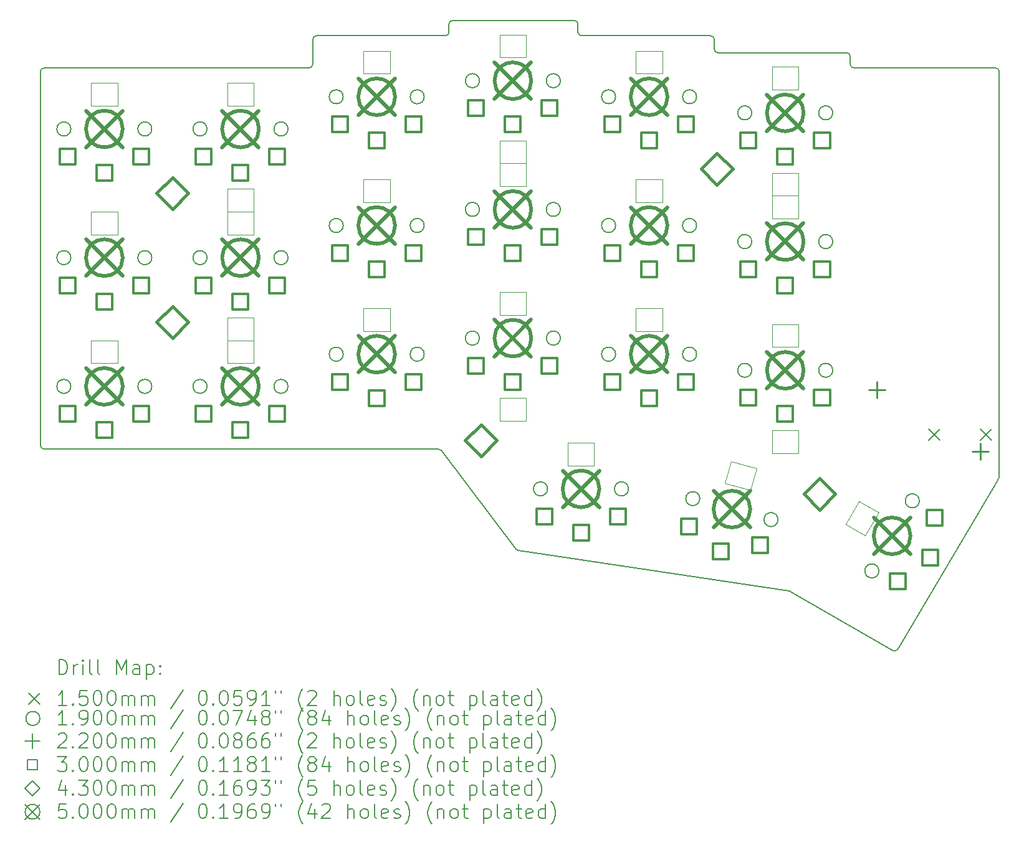
<source format=gbr>
%TF.GenerationSoftware,KiCad,Pcbnew,8.0.8+1*%
%TF.CreationDate,2025-07-09T05:02:12+00:00*%
%TF.ProjectId,corney_island,636f726e-6579-45f6-9973-6c616e642e6b,0.2*%
%TF.SameCoordinates,Original*%
%TF.FileFunction,Drillmap*%
%TF.FilePolarity,Positive*%
%FSLAX45Y45*%
G04 Gerber Fmt 4.5, Leading zero omitted, Abs format (unit mm)*
G04 Created by KiCad (PCBNEW 8.0.8+1) date 2025-07-09 05:02:12*
%MOMM*%
%LPD*%
G01*
G04 APERTURE LIST*
%ADD10C,0.150000*%
%ADD11C,0.120000*%
%ADD12C,0.200000*%
%ADD13C,0.190000*%
%ADD14C,0.220000*%
%ADD15C,0.300000*%
%ADD16C,0.430000*%
%ADD17C,0.500000*%
G04 APERTURE END LIST*
D10*
X9131698Y-10801245D02*
X9131502Y-5720251D01*
X9181501Y-5670249D02*
X12781501Y-5670151D01*
X12831500Y-5620151D02*
X12831500Y-5282750D01*
X12881500Y-5232750D02*
X14631500Y-5232750D01*
X14681500Y-5182750D02*
X14681500Y-5075250D01*
X14731500Y-5025250D02*
X16384300Y-5025250D01*
X16434300Y-5075250D02*
X16434300Y-5182750D01*
X16484300Y-5232750D02*
X18234300Y-5232750D01*
X18284300Y-5282750D02*
X18284300Y-5412312D01*
X18334288Y-5462312D02*
X20083706Y-5462738D01*
X20133691Y-5513340D02*
X20132410Y-5619648D01*
X22125300Y-11290910D02*
X20779993Y-13572380D01*
X20711924Y-13590285D02*
X19318493Y-12785787D01*
X19300847Y-12779632D02*
X15624698Y-12233003D01*
X15592179Y-12213716D02*
X14575757Y-10870335D01*
X14535877Y-10850503D02*
X9181705Y-10851243D01*
X20182406Y-5670250D02*
X22106800Y-5670250D01*
X22156800Y-5720250D02*
X22156800Y-11222952D01*
X22150101Y-11247952D02*
X22125300Y-11290910D01*
X9131502Y-5720251D02*
G75*
G02*
X9181501Y-5670252I49998J1D01*
G01*
X12831500Y-5620151D02*
G75*
G02*
X12781501Y-5670150I-50000J1D01*
G01*
X12831500Y-5282750D02*
G75*
G02*
X12881500Y-5232750I50000J0D01*
G01*
X14681500Y-5182750D02*
G75*
G02*
X14631500Y-5232750I-50000J0D01*
G01*
X14681500Y-5075250D02*
G75*
G02*
X14731500Y-5025250I50000J0D01*
G01*
X16384300Y-5025250D02*
G75*
G02*
X16434300Y-5075250I0J-50000D01*
G01*
X16484300Y-5232750D02*
G75*
G02*
X16434300Y-5182750I0J50000D01*
G01*
X18234300Y-5232750D02*
G75*
G02*
X18284300Y-5282750I0J-50000D01*
G01*
X18334288Y-5462312D02*
G75*
G02*
X18284298Y-5412312I12J50002D01*
G01*
X20083706Y-5462738D02*
G75*
G02*
X20133689Y-5513340I-16J-50002D01*
G01*
X20182406Y-5670250D02*
G75*
G02*
X20132414Y-5619648I4J50000D01*
G01*
X22106800Y-5670250D02*
G75*
G02*
X22156800Y-5720250I0J-50000D01*
G01*
X22156800Y-11222952D02*
G75*
G02*
X22150100Y-11247952I-50000J3D01*
G01*
X20779993Y-13572380D02*
G75*
G02*
X20711922Y-13590288I-43073J25400D01*
G01*
X19300847Y-12779632D02*
G75*
G02*
X19318492Y-12785788I-7357J-49458D01*
G01*
X15624698Y-12233003D02*
G75*
G02*
X15592179Y-12213716I7352J49453D01*
G01*
X14535877Y-10850503D02*
G75*
G02*
X14575754Y-10870338I3J-49997D01*
G01*
X9181705Y-10851243D02*
G75*
G02*
X9131697Y-10801245I-5J50003D01*
G01*
D11*
X9820000Y-9375000D02*
X10180000Y-9375000D01*
X10180000Y-9685000D01*
X9820000Y-9685000D01*
X9820000Y-9375000D01*
X9820000Y-7625000D02*
X10180000Y-7625000D01*
X10180000Y-7935000D01*
X9820000Y-7935000D01*
X9820000Y-7625000D01*
X9820000Y-5875000D02*
X10180000Y-5875000D01*
X10180000Y-6185000D01*
X9820000Y-6185000D01*
X9820000Y-5875000D01*
X11670000Y-9375000D02*
X12030000Y-9375000D01*
X12030000Y-9685000D01*
X11670000Y-9685000D01*
X11670000Y-9375000D01*
X11670000Y-7625000D02*
X12030000Y-7625000D01*
X12030000Y-7935000D01*
X11670000Y-7935000D01*
X11670000Y-7625000D01*
X11670000Y-5875000D02*
X12030000Y-5875000D01*
X12030000Y-6185000D01*
X11670000Y-6185000D01*
X11670000Y-5875000D01*
X13520000Y-8937500D02*
X13880000Y-8937500D01*
X13880000Y-9247500D01*
X13520000Y-9247500D01*
X13520000Y-8937500D01*
X13520000Y-7187500D02*
X13880000Y-7187500D01*
X13880000Y-7497500D01*
X13520000Y-7497500D01*
X13520000Y-7187500D01*
X13520000Y-5437500D02*
X13880000Y-5437500D01*
X13880000Y-5747500D01*
X13520000Y-5747500D01*
X13520000Y-5437500D01*
X15370000Y-8718750D02*
X15730000Y-8718750D01*
X15730000Y-9028750D01*
X15370000Y-9028750D01*
X15370000Y-8718750D01*
X15370000Y-6968750D02*
X15730000Y-6968750D01*
X15730000Y-7278750D01*
X15370000Y-7278750D01*
X15370000Y-6968750D01*
X15370000Y-5218750D02*
X15730000Y-5218750D01*
X15730000Y-5528750D01*
X15370000Y-5528750D01*
X15370000Y-5218750D01*
X17220000Y-8937500D02*
X17580000Y-8937500D01*
X17580000Y-9247500D01*
X17220000Y-9247500D01*
X17220000Y-8937500D01*
X17220000Y-7187500D02*
X17580000Y-7187500D01*
X17580000Y-7497500D01*
X17220000Y-7497500D01*
X17220000Y-7187500D01*
X17220000Y-5437500D02*
X17580000Y-5437500D01*
X17580000Y-5747500D01*
X17220000Y-5747500D01*
X17220000Y-5437500D01*
X19070000Y-9156250D02*
X19430000Y-9156250D01*
X19430000Y-9466250D01*
X19070000Y-9466250D01*
X19070000Y-9156250D01*
X19070000Y-7406250D02*
X19430000Y-7406250D01*
X19430000Y-7716250D01*
X19070000Y-7716250D01*
X19070000Y-7406250D01*
X19070000Y-5656250D02*
X19430000Y-5656250D01*
X19430000Y-5966250D01*
X19070000Y-5966250D01*
X19070000Y-5656250D01*
X16295000Y-10768750D02*
X16655000Y-10768750D01*
X16655000Y-11078750D01*
X16295000Y-11078750D01*
X16295000Y-10768750D01*
X18860629Y-11111634D02*
X18780395Y-11411071D01*
X18432661Y-11317896D01*
X18512895Y-11018459D01*
X18860629Y-11111634D01*
X20518586Y-11718840D02*
X20338586Y-12030609D01*
X20070119Y-11875609D01*
X20250119Y-11563840D01*
X20518586Y-11718840D01*
X19430000Y-7406250D02*
X19070000Y-7406250D01*
X19070000Y-7096250D01*
X19430000Y-7096250D01*
X19430000Y-7406250D01*
X15730000Y-6968750D02*
X15370000Y-6968750D01*
X15370000Y-6658750D01*
X15730000Y-6658750D01*
X15730000Y-6968750D01*
X12030000Y-7625000D02*
X11670000Y-7625000D01*
X11670000Y-7315000D01*
X12030000Y-7315000D01*
X12030000Y-7625000D01*
X12030000Y-9375000D02*
X11670000Y-9375000D01*
X11670000Y-9065000D01*
X12030000Y-9065000D01*
X12030000Y-9375000D01*
X15730000Y-10468750D02*
X15370000Y-10468750D01*
X15370000Y-10158750D01*
X15730000Y-10158750D01*
X15730000Y-10468750D01*
X19430000Y-10906250D02*
X19070000Y-10906250D01*
X19070000Y-10596250D01*
X19430000Y-10596250D01*
X19430000Y-10906250D01*
D12*
D10*
X21201000Y-10581000D02*
X21351000Y-10731000D01*
X21351000Y-10581000D02*
X21201000Y-10731000D01*
X21901000Y-10581000D02*
X22051000Y-10731000D01*
X22051000Y-10581000D02*
X21901000Y-10731000D01*
D13*
X9545000Y-6500000D02*
G75*
G02*
X9355000Y-6500000I-95000J0D01*
G01*
X9355000Y-6500000D02*
G75*
G02*
X9545000Y-6500000I95000J0D01*
G01*
X9545000Y-6500000D02*
G75*
G02*
X9355000Y-6500000I-95000J0D01*
G01*
X9355000Y-6500000D02*
G75*
G02*
X9545000Y-6500000I95000J0D01*
G01*
X9545000Y-8250000D02*
G75*
G02*
X9355000Y-8250000I-95000J0D01*
G01*
X9355000Y-8250000D02*
G75*
G02*
X9545000Y-8250000I95000J0D01*
G01*
X9545000Y-8250000D02*
G75*
G02*
X9355000Y-8250000I-95000J0D01*
G01*
X9355000Y-8250000D02*
G75*
G02*
X9545000Y-8250000I95000J0D01*
G01*
X9545000Y-10000000D02*
G75*
G02*
X9355000Y-10000000I-95000J0D01*
G01*
X9355000Y-10000000D02*
G75*
G02*
X9545000Y-10000000I95000J0D01*
G01*
X9545000Y-10000000D02*
G75*
G02*
X9355000Y-10000000I-95000J0D01*
G01*
X9355000Y-10000000D02*
G75*
G02*
X9545000Y-10000000I95000J0D01*
G01*
X10645000Y-6500000D02*
G75*
G02*
X10455000Y-6500000I-95000J0D01*
G01*
X10455000Y-6500000D02*
G75*
G02*
X10645000Y-6500000I95000J0D01*
G01*
X10645000Y-6500000D02*
G75*
G02*
X10455000Y-6500000I-95000J0D01*
G01*
X10455000Y-6500000D02*
G75*
G02*
X10645000Y-6500000I95000J0D01*
G01*
X10645000Y-8250000D02*
G75*
G02*
X10455000Y-8250000I-95000J0D01*
G01*
X10455000Y-8250000D02*
G75*
G02*
X10645000Y-8250000I95000J0D01*
G01*
X10645000Y-8250000D02*
G75*
G02*
X10455000Y-8250000I-95000J0D01*
G01*
X10455000Y-8250000D02*
G75*
G02*
X10645000Y-8250000I95000J0D01*
G01*
X10645000Y-10000000D02*
G75*
G02*
X10455000Y-10000000I-95000J0D01*
G01*
X10455000Y-10000000D02*
G75*
G02*
X10645000Y-10000000I95000J0D01*
G01*
X10645000Y-10000000D02*
G75*
G02*
X10455000Y-10000000I-95000J0D01*
G01*
X10455000Y-10000000D02*
G75*
G02*
X10645000Y-10000000I95000J0D01*
G01*
X11395000Y-6500000D02*
G75*
G02*
X11205000Y-6500000I-95000J0D01*
G01*
X11205000Y-6500000D02*
G75*
G02*
X11395000Y-6500000I95000J0D01*
G01*
X11395000Y-6500000D02*
G75*
G02*
X11205000Y-6500000I-95000J0D01*
G01*
X11205000Y-6500000D02*
G75*
G02*
X11395000Y-6500000I95000J0D01*
G01*
X11395000Y-8250000D02*
G75*
G02*
X11205000Y-8250000I-95000J0D01*
G01*
X11205000Y-8250000D02*
G75*
G02*
X11395000Y-8250000I95000J0D01*
G01*
X11395000Y-8250000D02*
G75*
G02*
X11205000Y-8250000I-95000J0D01*
G01*
X11205000Y-8250000D02*
G75*
G02*
X11395000Y-8250000I95000J0D01*
G01*
X11395000Y-10000000D02*
G75*
G02*
X11205000Y-10000000I-95000J0D01*
G01*
X11205000Y-10000000D02*
G75*
G02*
X11395000Y-10000000I95000J0D01*
G01*
X11395000Y-10000000D02*
G75*
G02*
X11205000Y-10000000I-95000J0D01*
G01*
X11205000Y-10000000D02*
G75*
G02*
X11395000Y-10000000I95000J0D01*
G01*
X12495000Y-6500000D02*
G75*
G02*
X12305000Y-6500000I-95000J0D01*
G01*
X12305000Y-6500000D02*
G75*
G02*
X12495000Y-6500000I95000J0D01*
G01*
X12495000Y-6500000D02*
G75*
G02*
X12305000Y-6500000I-95000J0D01*
G01*
X12305000Y-6500000D02*
G75*
G02*
X12495000Y-6500000I95000J0D01*
G01*
X12495000Y-8250000D02*
G75*
G02*
X12305000Y-8250000I-95000J0D01*
G01*
X12305000Y-8250000D02*
G75*
G02*
X12495000Y-8250000I95000J0D01*
G01*
X12495000Y-8250000D02*
G75*
G02*
X12305000Y-8250000I-95000J0D01*
G01*
X12305000Y-8250000D02*
G75*
G02*
X12495000Y-8250000I95000J0D01*
G01*
X12495000Y-10000000D02*
G75*
G02*
X12305000Y-10000000I-95000J0D01*
G01*
X12305000Y-10000000D02*
G75*
G02*
X12495000Y-10000000I95000J0D01*
G01*
X12495000Y-10000000D02*
G75*
G02*
X12305000Y-10000000I-95000J0D01*
G01*
X12305000Y-10000000D02*
G75*
G02*
X12495000Y-10000000I95000J0D01*
G01*
X13245000Y-6062500D02*
G75*
G02*
X13055000Y-6062500I-95000J0D01*
G01*
X13055000Y-6062500D02*
G75*
G02*
X13245000Y-6062500I95000J0D01*
G01*
X13245000Y-6062500D02*
G75*
G02*
X13055000Y-6062500I-95000J0D01*
G01*
X13055000Y-6062500D02*
G75*
G02*
X13245000Y-6062500I95000J0D01*
G01*
X13245000Y-7812500D02*
G75*
G02*
X13055000Y-7812500I-95000J0D01*
G01*
X13055000Y-7812500D02*
G75*
G02*
X13245000Y-7812500I95000J0D01*
G01*
X13245000Y-7812500D02*
G75*
G02*
X13055000Y-7812500I-95000J0D01*
G01*
X13055000Y-7812500D02*
G75*
G02*
X13245000Y-7812500I95000J0D01*
G01*
X13245000Y-9562500D02*
G75*
G02*
X13055000Y-9562500I-95000J0D01*
G01*
X13055000Y-9562500D02*
G75*
G02*
X13245000Y-9562500I95000J0D01*
G01*
X13245000Y-9562500D02*
G75*
G02*
X13055000Y-9562500I-95000J0D01*
G01*
X13055000Y-9562500D02*
G75*
G02*
X13245000Y-9562500I95000J0D01*
G01*
X14345000Y-6062500D02*
G75*
G02*
X14155000Y-6062500I-95000J0D01*
G01*
X14155000Y-6062500D02*
G75*
G02*
X14345000Y-6062500I95000J0D01*
G01*
X14345000Y-6062500D02*
G75*
G02*
X14155000Y-6062500I-95000J0D01*
G01*
X14155000Y-6062500D02*
G75*
G02*
X14345000Y-6062500I95000J0D01*
G01*
X14345000Y-7812500D02*
G75*
G02*
X14155000Y-7812500I-95000J0D01*
G01*
X14155000Y-7812500D02*
G75*
G02*
X14345000Y-7812500I95000J0D01*
G01*
X14345000Y-7812500D02*
G75*
G02*
X14155000Y-7812500I-95000J0D01*
G01*
X14155000Y-7812500D02*
G75*
G02*
X14345000Y-7812500I95000J0D01*
G01*
X14345000Y-9562500D02*
G75*
G02*
X14155000Y-9562500I-95000J0D01*
G01*
X14155000Y-9562500D02*
G75*
G02*
X14345000Y-9562500I95000J0D01*
G01*
X14345000Y-9562500D02*
G75*
G02*
X14155000Y-9562500I-95000J0D01*
G01*
X14155000Y-9562500D02*
G75*
G02*
X14345000Y-9562500I95000J0D01*
G01*
X15095000Y-5843750D02*
G75*
G02*
X14905000Y-5843750I-95000J0D01*
G01*
X14905000Y-5843750D02*
G75*
G02*
X15095000Y-5843750I95000J0D01*
G01*
X15095000Y-5843750D02*
G75*
G02*
X14905000Y-5843750I-95000J0D01*
G01*
X14905000Y-5843750D02*
G75*
G02*
X15095000Y-5843750I95000J0D01*
G01*
X15095000Y-7593750D02*
G75*
G02*
X14905000Y-7593750I-95000J0D01*
G01*
X14905000Y-7593750D02*
G75*
G02*
X15095000Y-7593750I95000J0D01*
G01*
X15095000Y-7593750D02*
G75*
G02*
X14905000Y-7593750I-95000J0D01*
G01*
X14905000Y-7593750D02*
G75*
G02*
X15095000Y-7593750I95000J0D01*
G01*
X15095000Y-9343750D02*
G75*
G02*
X14905000Y-9343750I-95000J0D01*
G01*
X14905000Y-9343750D02*
G75*
G02*
X15095000Y-9343750I95000J0D01*
G01*
X15095000Y-9343750D02*
G75*
G02*
X14905000Y-9343750I-95000J0D01*
G01*
X14905000Y-9343750D02*
G75*
G02*
X15095000Y-9343750I95000J0D01*
G01*
X16020000Y-11393750D02*
G75*
G02*
X15830000Y-11393750I-95000J0D01*
G01*
X15830000Y-11393750D02*
G75*
G02*
X16020000Y-11393750I95000J0D01*
G01*
X16020000Y-11393750D02*
G75*
G02*
X15830000Y-11393750I-95000J0D01*
G01*
X15830000Y-11393750D02*
G75*
G02*
X16020000Y-11393750I95000J0D01*
G01*
X16195000Y-5843750D02*
G75*
G02*
X16005000Y-5843750I-95000J0D01*
G01*
X16005000Y-5843750D02*
G75*
G02*
X16195000Y-5843750I95000J0D01*
G01*
X16195000Y-5843750D02*
G75*
G02*
X16005000Y-5843750I-95000J0D01*
G01*
X16005000Y-5843750D02*
G75*
G02*
X16195000Y-5843750I95000J0D01*
G01*
X16195000Y-7593750D02*
G75*
G02*
X16005000Y-7593750I-95000J0D01*
G01*
X16005000Y-7593750D02*
G75*
G02*
X16195000Y-7593750I95000J0D01*
G01*
X16195000Y-7593750D02*
G75*
G02*
X16005000Y-7593750I-95000J0D01*
G01*
X16005000Y-7593750D02*
G75*
G02*
X16195000Y-7593750I95000J0D01*
G01*
X16195000Y-9343750D02*
G75*
G02*
X16005000Y-9343750I-95000J0D01*
G01*
X16005000Y-9343750D02*
G75*
G02*
X16195000Y-9343750I95000J0D01*
G01*
X16195000Y-9343750D02*
G75*
G02*
X16005000Y-9343750I-95000J0D01*
G01*
X16005000Y-9343750D02*
G75*
G02*
X16195000Y-9343750I95000J0D01*
G01*
X16945000Y-6062500D02*
G75*
G02*
X16755000Y-6062500I-95000J0D01*
G01*
X16755000Y-6062500D02*
G75*
G02*
X16945000Y-6062500I95000J0D01*
G01*
X16945000Y-6062500D02*
G75*
G02*
X16755000Y-6062500I-95000J0D01*
G01*
X16755000Y-6062500D02*
G75*
G02*
X16945000Y-6062500I95000J0D01*
G01*
X16945000Y-7812500D02*
G75*
G02*
X16755000Y-7812500I-95000J0D01*
G01*
X16755000Y-7812500D02*
G75*
G02*
X16945000Y-7812500I95000J0D01*
G01*
X16945000Y-7812500D02*
G75*
G02*
X16755000Y-7812500I-95000J0D01*
G01*
X16755000Y-7812500D02*
G75*
G02*
X16945000Y-7812500I95000J0D01*
G01*
X16945000Y-9562500D02*
G75*
G02*
X16755000Y-9562500I-95000J0D01*
G01*
X16755000Y-9562500D02*
G75*
G02*
X16945000Y-9562500I95000J0D01*
G01*
X16945000Y-9562500D02*
G75*
G02*
X16755000Y-9562500I-95000J0D01*
G01*
X16755000Y-9562500D02*
G75*
G02*
X16945000Y-9562500I95000J0D01*
G01*
X17120000Y-11393750D02*
G75*
G02*
X16930000Y-11393750I-95000J0D01*
G01*
X16930000Y-11393750D02*
G75*
G02*
X17120000Y-11393750I95000J0D01*
G01*
X17120000Y-11393750D02*
G75*
G02*
X16930000Y-11393750I-95000J0D01*
G01*
X16930000Y-11393750D02*
G75*
G02*
X17120000Y-11393750I95000J0D01*
G01*
X18045000Y-6062500D02*
G75*
G02*
X17855000Y-6062500I-95000J0D01*
G01*
X17855000Y-6062500D02*
G75*
G02*
X18045000Y-6062500I95000J0D01*
G01*
X18045000Y-6062500D02*
G75*
G02*
X17855000Y-6062500I-95000J0D01*
G01*
X17855000Y-6062500D02*
G75*
G02*
X18045000Y-6062500I95000J0D01*
G01*
X18045000Y-7812500D02*
G75*
G02*
X17855000Y-7812500I-95000J0D01*
G01*
X17855000Y-7812500D02*
G75*
G02*
X18045000Y-7812500I95000J0D01*
G01*
X18045000Y-7812500D02*
G75*
G02*
X17855000Y-7812500I-95000J0D01*
G01*
X17855000Y-7812500D02*
G75*
G02*
X18045000Y-7812500I95000J0D01*
G01*
X18045000Y-9562500D02*
G75*
G02*
X17855000Y-9562500I-95000J0D01*
G01*
X17855000Y-9562500D02*
G75*
G02*
X18045000Y-9562500I95000J0D01*
G01*
X18045000Y-9562500D02*
G75*
G02*
X17855000Y-9562500I-95000J0D01*
G01*
X17855000Y-9562500D02*
G75*
G02*
X18045000Y-9562500I95000J0D01*
G01*
X18088741Y-11526399D02*
G75*
G02*
X17898741Y-11526399I-95000J0D01*
G01*
X17898741Y-11526399D02*
G75*
G02*
X18088741Y-11526399I95000J0D01*
G01*
X18088741Y-11526399D02*
G75*
G02*
X17898741Y-11526399I-95000J0D01*
G01*
X17898741Y-11526399D02*
G75*
G02*
X18088741Y-11526399I95000J0D01*
G01*
X18795000Y-6281250D02*
G75*
G02*
X18605000Y-6281250I-95000J0D01*
G01*
X18605000Y-6281250D02*
G75*
G02*
X18795000Y-6281250I95000J0D01*
G01*
X18795000Y-6281250D02*
G75*
G02*
X18605000Y-6281250I-95000J0D01*
G01*
X18605000Y-6281250D02*
G75*
G02*
X18795000Y-6281250I95000J0D01*
G01*
X18795000Y-8031250D02*
G75*
G02*
X18605000Y-8031250I-95000J0D01*
G01*
X18605000Y-8031250D02*
G75*
G02*
X18795000Y-8031250I95000J0D01*
G01*
X18795000Y-8031250D02*
G75*
G02*
X18605000Y-8031250I-95000J0D01*
G01*
X18605000Y-8031250D02*
G75*
G02*
X18795000Y-8031250I95000J0D01*
G01*
X18795000Y-9781250D02*
G75*
G02*
X18605000Y-9781250I-95000J0D01*
G01*
X18605000Y-9781250D02*
G75*
G02*
X18795000Y-9781250I95000J0D01*
G01*
X18795000Y-9781250D02*
G75*
G02*
X18605000Y-9781250I-95000J0D01*
G01*
X18605000Y-9781250D02*
G75*
G02*
X18795000Y-9781250I95000J0D01*
G01*
X19151259Y-11811100D02*
G75*
G02*
X18961259Y-11811100I-95000J0D01*
G01*
X18961259Y-11811100D02*
G75*
G02*
X19151259Y-11811100I95000J0D01*
G01*
X19151259Y-11811100D02*
G75*
G02*
X18961259Y-11811100I-95000J0D01*
G01*
X18961259Y-11811100D02*
G75*
G02*
X19151259Y-11811100I95000J0D01*
G01*
X19895000Y-6281250D02*
G75*
G02*
X19705000Y-6281250I-95000J0D01*
G01*
X19705000Y-6281250D02*
G75*
G02*
X19895000Y-6281250I95000J0D01*
G01*
X19895000Y-6281250D02*
G75*
G02*
X19705000Y-6281250I-95000J0D01*
G01*
X19705000Y-6281250D02*
G75*
G02*
X19895000Y-6281250I95000J0D01*
G01*
X19895000Y-8031250D02*
G75*
G02*
X19705000Y-8031250I-95000J0D01*
G01*
X19705000Y-8031250D02*
G75*
G02*
X19895000Y-8031250I95000J0D01*
G01*
X19895000Y-8031250D02*
G75*
G02*
X19705000Y-8031250I-95000J0D01*
G01*
X19705000Y-8031250D02*
G75*
G02*
X19895000Y-8031250I95000J0D01*
G01*
X19895000Y-9781250D02*
G75*
G02*
X19705000Y-9781250I-95000J0D01*
G01*
X19705000Y-9781250D02*
G75*
G02*
X19895000Y-9781250I95000J0D01*
G01*
X19895000Y-9781250D02*
G75*
G02*
X19705000Y-9781250I-95000J0D01*
G01*
X19705000Y-9781250D02*
G75*
G02*
X19895000Y-9781250I95000J0D01*
G01*
X20521384Y-12508539D02*
G75*
G02*
X20331384Y-12508539I-95000J0D01*
G01*
X20331384Y-12508539D02*
G75*
G02*
X20521384Y-12508539I95000J0D01*
G01*
X20521384Y-12508539D02*
G75*
G02*
X20331384Y-12508539I-95000J0D01*
G01*
X20331384Y-12508539D02*
G75*
G02*
X20521384Y-12508539I95000J0D01*
G01*
X21071384Y-11555911D02*
G75*
G02*
X20881384Y-11555911I-95000J0D01*
G01*
X20881384Y-11555911D02*
G75*
G02*
X21071384Y-11555911I95000J0D01*
G01*
X21071384Y-11555911D02*
G75*
G02*
X20881384Y-11555911I-95000J0D01*
G01*
X20881384Y-11555911D02*
G75*
G02*
X21071384Y-11555911I95000J0D01*
G01*
D14*
X20492700Y-9933850D02*
X20492700Y-10153850D01*
X20382700Y-10043850D02*
X20602700Y-10043850D01*
X21896900Y-10778250D02*
X21896900Y-10998250D01*
X21786900Y-10888250D02*
X22006900Y-10888250D01*
D15*
X9606067Y-6981067D02*
X9606067Y-6768933D01*
X9393933Y-6768933D01*
X9393933Y-6981067D01*
X9606067Y-6981067D01*
X9606067Y-8731067D02*
X9606067Y-8518933D01*
X9393933Y-8518933D01*
X9393933Y-8731067D01*
X9606067Y-8731067D01*
X9606067Y-10481067D02*
X9606067Y-10268933D01*
X9393933Y-10268933D01*
X9393933Y-10481067D01*
X9606067Y-10481067D01*
X10106067Y-7201067D02*
X10106067Y-6988933D01*
X9893933Y-6988933D01*
X9893933Y-7201067D01*
X10106067Y-7201067D01*
X10106067Y-7201067D02*
X10106067Y-6988933D01*
X9893933Y-6988933D01*
X9893933Y-7201067D01*
X10106067Y-7201067D01*
X10106067Y-8951067D02*
X10106067Y-8738933D01*
X9893933Y-8738933D01*
X9893933Y-8951067D01*
X10106067Y-8951067D01*
X10106067Y-8951067D02*
X10106067Y-8738933D01*
X9893933Y-8738933D01*
X9893933Y-8951067D01*
X10106067Y-8951067D01*
X10106067Y-10701067D02*
X10106067Y-10488933D01*
X9893933Y-10488933D01*
X9893933Y-10701067D01*
X10106067Y-10701067D01*
X10106067Y-10701067D02*
X10106067Y-10488933D01*
X9893933Y-10488933D01*
X9893933Y-10701067D01*
X10106067Y-10701067D01*
X10606067Y-6981067D02*
X10606067Y-6768933D01*
X10393933Y-6768933D01*
X10393933Y-6981067D01*
X10606067Y-6981067D01*
X10606067Y-8731067D02*
X10606067Y-8518933D01*
X10393933Y-8518933D01*
X10393933Y-8731067D01*
X10606067Y-8731067D01*
X10606067Y-10481067D02*
X10606067Y-10268933D01*
X10393933Y-10268933D01*
X10393933Y-10481067D01*
X10606067Y-10481067D01*
X11456067Y-6981067D02*
X11456067Y-6768933D01*
X11243933Y-6768933D01*
X11243933Y-6981067D01*
X11456067Y-6981067D01*
X11456067Y-8731067D02*
X11456067Y-8518933D01*
X11243933Y-8518933D01*
X11243933Y-8731067D01*
X11456067Y-8731067D01*
X11456067Y-10481067D02*
X11456067Y-10268933D01*
X11243933Y-10268933D01*
X11243933Y-10481067D01*
X11456067Y-10481067D01*
X11956067Y-7201067D02*
X11956067Y-6988933D01*
X11743933Y-6988933D01*
X11743933Y-7201067D01*
X11956067Y-7201067D01*
X11956067Y-7201067D02*
X11956067Y-6988933D01*
X11743933Y-6988933D01*
X11743933Y-7201067D01*
X11956067Y-7201067D01*
X11956067Y-8951067D02*
X11956067Y-8738933D01*
X11743933Y-8738933D01*
X11743933Y-8951067D01*
X11956067Y-8951067D01*
X11956067Y-8951067D02*
X11956067Y-8738933D01*
X11743933Y-8738933D01*
X11743933Y-8951067D01*
X11956067Y-8951067D01*
X11956067Y-10701067D02*
X11956067Y-10488933D01*
X11743933Y-10488933D01*
X11743933Y-10701067D01*
X11956067Y-10701067D01*
X11956067Y-10701067D02*
X11956067Y-10488933D01*
X11743933Y-10488933D01*
X11743933Y-10701067D01*
X11956067Y-10701067D01*
X12456067Y-6981067D02*
X12456067Y-6768933D01*
X12243933Y-6768933D01*
X12243933Y-6981067D01*
X12456067Y-6981067D01*
X12456067Y-8731067D02*
X12456067Y-8518933D01*
X12243933Y-8518933D01*
X12243933Y-8731067D01*
X12456067Y-8731067D01*
X12456067Y-10481067D02*
X12456067Y-10268933D01*
X12243933Y-10268933D01*
X12243933Y-10481067D01*
X12456067Y-10481067D01*
X13306067Y-6543567D02*
X13306067Y-6331433D01*
X13093933Y-6331433D01*
X13093933Y-6543567D01*
X13306067Y-6543567D01*
X13306067Y-8293567D02*
X13306067Y-8081433D01*
X13093933Y-8081433D01*
X13093933Y-8293567D01*
X13306067Y-8293567D01*
X13306067Y-10043567D02*
X13306067Y-9831433D01*
X13093933Y-9831433D01*
X13093933Y-10043567D01*
X13306067Y-10043567D01*
X13806067Y-6763567D02*
X13806067Y-6551433D01*
X13593933Y-6551433D01*
X13593933Y-6763567D01*
X13806067Y-6763567D01*
X13806067Y-6763567D02*
X13806067Y-6551433D01*
X13593933Y-6551433D01*
X13593933Y-6763567D01*
X13806067Y-6763567D01*
X13806067Y-8513567D02*
X13806067Y-8301433D01*
X13593933Y-8301433D01*
X13593933Y-8513567D01*
X13806067Y-8513567D01*
X13806067Y-8513567D02*
X13806067Y-8301433D01*
X13593933Y-8301433D01*
X13593933Y-8513567D01*
X13806067Y-8513567D01*
X13806067Y-10263567D02*
X13806067Y-10051433D01*
X13593933Y-10051433D01*
X13593933Y-10263567D01*
X13806067Y-10263567D01*
X13806067Y-10263567D02*
X13806067Y-10051433D01*
X13593933Y-10051433D01*
X13593933Y-10263567D01*
X13806067Y-10263567D01*
X14306067Y-6543567D02*
X14306067Y-6331433D01*
X14093933Y-6331433D01*
X14093933Y-6543567D01*
X14306067Y-6543567D01*
X14306067Y-8293567D02*
X14306067Y-8081433D01*
X14093933Y-8081433D01*
X14093933Y-8293567D01*
X14306067Y-8293567D01*
X14306067Y-10043567D02*
X14306067Y-9831433D01*
X14093933Y-9831433D01*
X14093933Y-10043567D01*
X14306067Y-10043567D01*
X15156067Y-6324817D02*
X15156067Y-6112683D01*
X14943933Y-6112683D01*
X14943933Y-6324817D01*
X15156067Y-6324817D01*
X15156067Y-8074817D02*
X15156067Y-7862683D01*
X14943933Y-7862683D01*
X14943933Y-8074817D01*
X15156067Y-8074817D01*
X15156067Y-9824817D02*
X15156067Y-9612683D01*
X14943933Y-9612683D01*
X14943933Y-9824817D01*
X15156067Y-9824817D01*
X15656067Y-6544817D02*
X15656067Y-6332683D01*
X15443933Y-6332683D01*
X15443933Y-6544817D01*
X15656067Y-6544817D01*
X15656067Y-6544817D02*
X15656067Y-6332683D01*
X15443933Y-6332683D01*
X15443933Y-6544817D01*
X15656067Y-6544817D01*
X15656067Y-8294817D02*
X15656067Y-8082683D01*
X15443933Y-8082683D01*
X15443933Y-8294817D01*
X15656067Y-8294817D01*
X15656067Y-8294817D02*
X15656067Y-8082683D01*
X15443933Y-8082683D01*
X15443933Y-8294817D01*
X15656067Y-8294817D01*
X15656067Y-10044817D02*
X15656067Y-9832683D01*
X15443933Y-9832683D01*
X15443933Y-10044817D01*
X15656067Y-10044817D01*
X15656067Y-10044817D02*
X15656067Y-9832683D01*
X15443933Y-9832683D01*
X15443933Y-10044817D01*
X15656067Y-10044817D01*
X16081067Y-11874817D02*
X16081067Y-11662683D01*
X15868933Y-11662683D01*
X15868933Y-11874817D01*
X16081067Y-11874817D01*
X16156067Y-6324817D02*
X16156067Y-6112683D01*
X15943933Y-6112683D01*
X15943933Y-6324817D01*
X16156067Y-6324817D01*
X16156067Y-8074817D02*
X16156067Y-7862683D01*
X15943933Y-7862683D01*
X15943933Y-8074817D01*
X16156067Y-8074817D01*
X16156067Y-9824817D02*
X16156067Y-9612683D01*
X15943933Y-9612683D01*
X15943933Y-9824817D01*
X16156067Y-9824817D01*
X16581067Y-12094817D02*
X16581067Y-11882683D01*
X16368933Y-11882683D01*
X16368933Y-12094817D01*
X16581067Y-12094817D01*
X16581067Y-12094817D02*
X16581067Y-11882683D01*
X16368933Y-11882683D01*
X16368933Y-12094817D01*
X16581067Y-12094817D01*
X17006067Y-6543567D02*
X17006067Y-6331433D01*
X16793933Y-6331433D01*
X16793933Y-6543567D01*
X17006067Y-6543567D01*
X17006067Y-8293567D02*
X17006067Y-8081433D01*
X16793933Y-8081433D01*
X16793933Y-8293567D01*
X17006067Y-8293567D01*
X17006067Y-10043567D02*
X17006067Y-9831433D01*
X16793933Y-9831433D01*
X16793933Y-10043567D01*
X17006067Y-10043567D01*
X17081067Y-11874817D02*
X17081067Y-11662683D01*
X16868933Y-11662683D01*
X16868933Y-11874817D01*
X17081067Y-11874817D01*
X17506067Y-6763567D02*
X17506067Y-6551433D01*
X17293933Y-6551433D01*
X17293933Y-6763567D01*
X17506067Y-6763567D01*
X17506067Y-6763567D02*
X17506067Y-6551433D01*
X17293933Y-6551433D01*
X17293933Y-6763567D01*
X17506067Y-6763567D01*
X17506067Y-8513567D02*
X17506067Y-8301433D01*
X17293933Y-8301433D01*
X17293933Y-8513567D01*
X17506067Y-8513567D01*
X17506067Y-8513567D02*
X17506067Y-8301433D01*
X17293933Y-8301433D01*
X17293933Y-8513567D01*
X17506067Y-8513567D01*
X17506067Y-10263567D02*
X17506067Y-10051433D01*
X17293933Y-10051433D01*
X17293933Y-10263567D01*
X17506067Y-10263567D01*
X17506067Y-10263567D02*
X17506067Y-10051433D01*
X17293933Y-10051433D01*
X17293933Y-10263567D01*
X17506067Y-10263567D01*
X18006067Y-6543567D02*
X18006067Y-6331433D01*
X17793933Y-6331433D01*
X17793933Y-6543567D01*
X18006067Y-6543567D01*
X18006067Y-8293567D02*
X18006067Y-8081433D01*
X17793933Y-8081433D01*
X17793933Y-8293567D01*
X18006067Y-8293567D01*
X18006067Y-10043567D02*
X18006067Y-9831433D01*
X17793933Y-9831433D01*
X17793933Y-10043567D01*
X18006067Y-10043567D01*
X18051047Y-12007630D02*
X18051047Y-11795496D01*
X17838913Y-11795496D01*
X17838913Y-12007630D01*
X18051047Y-12007630D01*
X18477070Y-12349543D02*
X18477070Y-12137409D01*
X18264936Y-12137409D01*
X18264936Y-12349543D01*
X18477070Y-12349543D01*
X18477070Y-12349543D02*
X18477070Y-12137409D01*
X18264936Y-12137409D01*
X18264936Y-12349543D01*
X18477070Y-12349543D01*
X18856067Y-6762317D02*
X18856067Y-6550183D01*
X18643933Y-6550183D01*
X18643933Y-6762317D01*
X18856067Y-6762317D01*
X18856067Y-8512317D02*
X18856067Y-8300183D01*
X18643933Y-8300183D01*
X18643933Y-8512317D01*
X18856067Y-8512317D01*
X18856067Y-10262317D02*
X18856067Y-10050183D01*
X18643933Y-10050183D01*
X18643933Y-10262317D01*
X18856067Y-10262317D01*
X19016973Y-12266449D02*
X19016973Y-12054315D01*
X18804839Y-12054315D01*
X18804839Y-12266449D01*
X19016973Y-12266449D01*
X19356067Y-6982317D02*
X19356067Y-6770183D01*
X19143933Y-6770183D01*
X19143933Y-6982317D01*
X19356067Y-6982317D01*
X19356067Y-6982317D02*
X19356067Y-6770183D01*
X19143933Y-6770183D01*
X19143933Y-6982317D01*
X19356067Y-6982317D01*
X19356067Y-8732317D02*
X19356067Y-8520183D01*
X19143933Y-8520183D01*
X19143933Y-8732317D01*
X19356067Y-8732317D01*
X19356067Y-8732317D02*
X19356067Y-8520183D01*
X19143933Y-8520183D01*
X19143933Y-8732317D01*
X19356067Y-8732317D01*
X19356067Y-10482317D02*
X19356067Y-10270183D01*
X19143933Y-10270183D01*
X19143933Y-10482317D01*
X19356067Y-10482317D01*
X19356067Y-10482317D02*
X19356067Y-10270183D01*
X19143933Y-10270183D01*
X19143933Y-10482317D01*
X19356067Y-10482317D01*
X19856067Y-6762317D02*
X19856067Y-6550183D01*
X19643933Y-6550183D01*
X19643933Y-6762317D01*
X19856067Y-6762317D01*
X19856067Y-8512317D02*
X19856067Y-8300183D01*
X19643933Y-8300183D01*
X19643933Y-8512317D01*
X19856067Y-8512317D01*
X19856067Y-10262317D02*
X19856067Y-10050183D01*
X19643933Y-10050183D01*
X19643933Y-10262317D01*
X19856067Y-10262317D01*
X20882211Y-12758804D02*
X20882211Y-12546670D01*
X20670077Y-12546670D01*
X20670077Y-12758804D01*
X20882211Y-12758804D01*
X21322736Y-12435792D02*
X21322736Y-12223658D01*
X21110602Y-12223658D01*
X21110602Y-12435792D01*
X21322736Y-12435792D01*
X21322736Y-12435792D02*
X21322736Y-12223658D01*
X21110602Y-12223658D01*
X21110602Y-12435792D01*
X21322736Y-12435792D01*
X21382211Y-11892779D02*
X21382211Y-11680645D01*
X21170077Y-11680645D01*
X21170077Y-11892779D01*
X21382211Y-11892779D01*
D16*
X10925000Y-7590000D02*
X11140000Y-7375000D01*
X10925000Y-7160000D01*
X10710000Y-7375000D01*
X10925000Y-7590000D01*
X10925000Y-9340000D02*
X11140000Y-9125000D01*
X10925000Y-8910000D01*
X10710000Y-9125000D01*
X10925000Y-9340000D01*
X15115700Y-10951500D02*
X15330700Y-10736500D01*
X15115700Y-10521500D01*
X14900700Y-10736500D01*
X15115700Y-10951500D01*
X18321800Y-7257350D02*
X18536800Y-7042350D01*
X18321800Y-6827350D01*
X18106800Y-7042350D01*
X18321800Y-7257350D01*
X19715761Y-11678175D02*
X19930761Y-11463175D01*
X19715761Y-11248175D01*
X19500761Y-11463175D01*
X19715761Y-11678175D01*
D17*
X9750000Y-6250000D02*
X10250000Y-6750000D01*
X10250000Y-6250000D02*
X9750000Y-6750000D01*
X10250000Y-6500000D02*
G75*
G02*
X9750000Y-6500000I-250000J0D01*
G01*
X9750000Y-6500000D02*
G75*
G02*
X10250000Y-6500000I250000J0D01*
G01*
X9750000Y-6250000D02*
X10250000Y-6750000D01*
X10250000Y-6250000D02*
X9750000Y-6750000D01*
X10250000Y-6500000D02*
G75*
G02*
X9750000Y-6500000I-250000J0D01*
G01*
X9750000Y-6500000D02*
G75*
G02*
X10250000Y-6500000I250000J0D01*
G01*
X9750000Y-8000000D02*
X10250000Y-8500000D01*
X10250000Y-8000000D02*
X9750000Y-8500000D01*
X10250000Y-8250000D02*
G75*
G02*
X9750000Y-8250000I-250000J0D01*
G01*
X9750000Y-8250000D02*
G75*
G02*
X10250000Y-8250000I250000J0D01*
G01*
X9750000Y-8000000D02*
X10250000Y-8500000D01*
X10250000Y-8000000D02*
X9750000Y-8500000D01*
X10250000Y-8250000D02*
G75*
G02*
X9750000Y-8250000I-250000J0D01*
G01*
X9750000Y-8250000D02*
G75*
G02*
X10250000Y-8250000I250000J0D01*
G01*
X9750000Y-9750000D02*
X10250000Y-10250000D01*
X10250000Y-9750000D02*
X9750000Y-10250000D01*
X10250000Y-10000000D02*
G75*
G02*
X9750000Y-10000000I-250000J0D01*
G01*
X9750000Y-10000000D02*
G75*
G02*
X10250000Y-10000000I250000J0D01*
G01*
X9750000Y-9750000D02*
X10250000Y-10250000D01*
X10250000Y-9750000D02*
X9750000Y-10250000D01*
X10250000Y-10000000D02*
G75*
G02*
X9750000Y-10000000I-250000J0D01*
G01*
X9750000Y-10000000D02*
G75*
G02*
X10250000Y-10000000I250000J0D01*
G01*
X11600000Y-6250000D02*
X12100000Y-6750000D01*
X12100000Y-6250000D02*
X11600000Y-6750000D01*
X12100000Y-6500000D02*
G75*
G02*
X11600000Y-6500000I-250000J0D01*
G01*
X11600000Y-6500000D02*
G75*
G02*
X12100000Y-6500000I250000J0D01*
G01*
X11600000Y-6250000D02*
X12100000Y-6750000D01*
X12100000Y-6250000D02*
X11600000Y-6750000D01*
X12100000Y-6500000D02*
G75*
G02*
X11600000Y-6500000I-250000J0D01*
G01*
X11600000Y-6500000D02*
G75*
G02*
X12100000Y-6500000I250000J0D01*
G01*
X11600000Y-8000000D02*
X12100000Y-8500000D01*
X12100000Y-8000000D02*
X11600000Y-8500000D01*
X12100000Y-8250000D02*
G75*
G02*
X11600000Y-8250000I-250000J0D01*
G01*
X11600000Y-8250000D02*
G75*
G02*
X12100000Y-8250000I250000J0D01*
G01*
X11600000Y-8000000D02*
X12100000Y-8500000D01*
X12100000Y-8000000D02*
X11600000Y-8500000D01*
X12100000Y-8250000D02*
G75*
G02*
X11600000Y-8250000I-250000J0D01*
G01*
X11600000Y-8250000D02*
G75*
G02*
X12100000Y-8250000I250000J0D01*
G01*
X11600000Y-9750000D02*
X12100000Y-10250000D01*
X12100000Y-9750000D02*
X11600000Y-10250000D01*
X12100000Y-10000000D02*
G75*
G02*
X11600000Y-10000000I-250000J0D01*
G01*
X11600000Y-10000000D02*
G75*
G02*
X12100000Y-10000000I250000J0D01*
G01*
X11600000Y-9750000D02*
X12100000Y-10250000D01*
X12100000Y-9750000D02*
X11600000Y-10250000D01*
X12100000Y-10000000D02*
G75*
G02*
X11600000Y-10000000I-250000J0D01*
G01*
X11600000Y-10000000D02*
G75*
G02*
X12100000Y-10000000I250000J0D01*
G01*
X13450000Y-5812500D02*
X13950000Y-6312500D01*
X13950000Y-5812500D02*
X13450000Y-6312500D01*
X13950000Y-6062500D02*
G75*
G02*
X13450000Y-6062500I-250000J0D01*
G01*
X13450000Y-6062500D02*
G75*
G02*
X13950000Y-6062500I250000J0D01*
G01*
X13450000Y-5812500D02*
X13950000Y-6312500D01*
X13950000Y-5812500D02*
X13450000Y-6312500D01*
X13950000Y-6062500D02*
G75*
G02*
X13450000Y-6062500I-250000J0D01*
G01*
X13450000Y-6062500D02*
G75*
G02*
X13950000Y-6062500I250000J0D01*
G01*
X13450000Y-7562500D02*
X13950000Y-8062500D01*
X13950000Y-7562500D02*
X13450000Y-8062500D01*
X13950000Y-7812500D02*
G75*
G02*
X13450000Y-7812500I-250000J0D01*
G01*
X13450000Y-7812500D02*
G75*
G02*
X13950000Y-7812500I250000J0D01*
G01*
X13450000Y-7562500D02*
X13950000Y-8062500D01*
X13950000Y-7562500D02*
X13450000Y-8062500D01*
X13950000Y-7812500D02*
G75*
G02*
X13450000Y-7812500I-250000J0D01*
G01*
X13450000Y-7812500D02*
G75*
G02*
X13950000Y-7812500I250000J0D01*
G01*
X13450000Y-9312500D02*
X13950000Y-9812500D01*
X13950000Y-9312500D02*
X13450000Y-9812500D01*
X13950000Y-9562500D02*
G75*
G02*
X13450000Y-9562500I-250000J0D01*
G01*
X13450000Y-9562500D02*
G75*
G02*
X13950000Y-9562500I250000J0D01*
G01*
X13450000Y-9312500D02*
X13950000Y-9812500D01*
X13950000Y-9312500D02*
X13450000Y-9812500D01*
X13950000Y-9562500D02*
G75*
G02*
X13450000Y-9562500I-250000J0D01*
G01*
X13450000Y-9562500D02*
G75*
G02*
X13950000Y-9562500I250000J0D01*
G01*
X15300000Y-5593750D02*
X15800000Y-6093750D01*
X15800000Y-5593750D02*
X15300000Y-6093750D01*
X15800000Y-5843750D02*
G75*
G02*
X15300000Y-5843750I-250000J0D01*
G01*
X15300000Y-5843750D02*
G75*
G02*
X15800000Y-5843750I250000J0D01*
G01*
X15300000Y-5593750D02*
X15800000Y-6093750D01*
X15800000Y-5593750D02*
X15300000Y-6093750D01*
X15800000Y-5843750D02*
G75*
G02*
X15300000Y-5843750I-250000J0D01*
G01*
X15300000Y-5843750D02*
G75*
G02*
X15800000Y-5843750I250000J0D01*
G01*
X15300000Y-7343750D02*
X15800000Y-7843750D01*
X15800000Y-7343750D02*
X15300000Y-7843750D01*
X15800000Y-7593750D02*
G75*
G02*
X15300000Y-7593750I-250000J0D01*
G01*
X15300000Y-7593750D02*
G75*
G02*
X15800000Y-7593750I250000J0D01*
G01*
X15300000Y-7343750D02*
X15800000Y-7843750D01*
X15800000Y-7343750D02*
X15300000Y-7843750D01*
X15800000Y-7593750D02*
G75*
G02*
X15300000Y-7593750I-250000J0D01*
G01*
X15300000Y-7593750D02*
G75*
G02*
X15800000Y-7593750I250000J0D01*
G01*
X15300000Y-9093750D02*
X15800000Y-9593750D01*
X15800000Y-9093750D02*
X15300000Y-9593750D01*
X15800000Y-9343750D02*
G75*
G02*
X15300000Y-9343750I-250000J0D01*
G01*
X15300000Y-9343750D02*
G75*
G02*
X15800000Y-9343750I250000J0D01*
G01*
X15300000Y-9093750D02*
X15800000Y-9593750D01*
X15800000Y-9093750D02*
X15300000Y-9593750D01*
X15800000Y-9343750D02*
G75*
G02*
X15300000Y-9343750I-250000J0D01*
G01*
X15300000Y-9343750D02*
G75*
G02*
X15800000Y-9343750I250000J0D01*
G01*
X16225000Y-11143750D02*
X16725000Y-11643750D01*
X16725000Y-11143750D02*
X16225000Y-11643750D01*
X16725000Y-11393750D02*
G75*
G02*
X16225000Y-11393750I-250000J0D01*
G01*
X16225000Y-11393750D02*
G75*
G02*
X16725000Y-11393750I250000J0D01*
G01*
X16225000Y-11143750D02*
X16725000Y-11643750D01*
X16725000Y-11143750D02*
X16225000Y-11643750D01*
X16725000Y-11393750D02*
G75*
G02*
X16225000Y-11393750I-250000J0D01*
G01*
X16225000Y-11393750D02*
G75*
G02*
X16725000Y-11393750I250000J0D01*
G01*
X17150000Y-5812500D02*
X17650000Y-6312500D01*
X17650000Y-5812500D02*
X17150000Y-6312500D01*
X17650000Y-6062500D02*
G75*
G02*
X17150000Y-6062500I-250000J0D01*
G01*
X17150000Y-6062500D02*
G75*
G02*
X17650000Y-6062500I250000J0D01*
G01*
X17150000Y-5812500D02*
X17650000Y-6312500D01*
X17650000Y-5812500D02*
X17150000Y-6312500D01*
X17650000Y-6062500D02*
G75*
G02*
X17150000Y-6062500I-250000J0D01*
G01*
X17150000Y-6062500D02*
G75*
G02*
X17650000Y-6062500I250000J0D01*
G01*
X17150000Y-7562500D02*
X17650000Y-8062500D01*
X17650000Y-7562500D02*
X17150000Y-8062500D01*
X17650000Y-7812500D02*
G75*
G02*
X17150000Y-7812500I-250000J0D01*
G01*
X17150000Y-7812500D02*
G75*
G02*
X17650000Y-7812500I250000J0D01*
G01*
X17150000Y-7562500D02*
X17650000Y-8062500D01*
X17650000Y-7562500D02*
X17150000Y-8062500D01*
X17650000Y-7812500D02*
G75*
G02*
X17150000Y-7812500I-250000J0D01*
G01*
X17150000Y-7812500D02*
G75*
G02*
X17650000Y-7812500I250000J0D01*
G01*
X17150000Y-9312500D02*
X17650000Y-9812500D01*
X17650000Y-9312500D02*
X17150000Y-9812500D01*
X17650000Y-9562500D02*
G75*
G02*
X17150000Y-9562500I-250000J0D01*
G01*
X17150000Y-9562500D02*
G75*
G02*
X17650000Y-9562500I250000J0D01*
G01*
X17150000Y-9312500D02*
X17650000Y-9812500D01*
X17650000Y-9312500D02*
X17150000Y-9812500D01*
X17650000Y-9562500D02*
G75*
G02*
X17150000Y-9562500I-250000J0D01*
G01*
X17150000Y-9562500D02*
G75*
G02*
X17650000Y-9562500I250000J0D01*
G01*
X18275000Y-11418750D02*
X18775000Y-11918750D01*
X18775000Y-11418750D02*
X18275000Y-11918750D01*
X18775000Y-11668750D02*
G75*
G02*
X18275000Y-11668750I-250000J0D01*
G01*
X18275000Y-11668750D02*
G75*
G02*
X18775000Y-11668750I250000J0D01*
G01*
X18275000Y-11418750D02*
X18775000Y-11918750D01*
X18775000Y-11418750D02*
X18275000Y-11918750D01*
X18775000Y-11668750D02*
G75*
G02*
X18275000Y-11668750I-250000J0D01*
G01*
X18275000Y-11668750D02*
G75*
G02*
X18775000Y-11668750I250000J0D01*
G01*
X19000000Y-6031250D02*
X19500000Y-6531250D01*
X19500000Y-6031250D02*
X19000000Y-6531250D01*
X19500000Y-6281250D02*
G75*
G02*
X19000000Y-6281250I-250000J0D01*
G01*
X19000000Y-6281250D02*
G75*
G02*
X19500000Y-6281250I250000J0D01*
G01*
X19000000Y-6031250D02*
X19500000Y-6531250D01*
X19500000Y-6031250D02*
X19000000Y-6531250D01*
X19500000Y-6281250D02*
G75*
G02*
X19000000Y-6281250I-250000J0D01*
G01*
X19000000Y-6281250D02*
G75*
G02*
X19500000Y-6281250I250000J0D01*
G01*
X19000000Y-7781250D02*
X19500000Y-8281250D01*
X19500000Y-7781250D02*
X19000000Y-8281250D01*
X19500000Y-8031250D02*
G75*
G02*
X19000000Y-8031250I-250000J0D01*
G01*
X19000000Y-8031250D02*
G75*
G02*
X19500000Y-8031250I250000J0D01*
G01*
X19000000Y-7781250D02*
X19500000Y-8281250D01*
X19500000Y-7781250D02*
X19000000Y-8281250D01*
X19500000Y-8031250D02*
G75*
G02*
X19000000Y-8031250I-250000J0D01*
G01*
X19000000Y-8031250D02*
G75*
G02*
X19500000Y-8031250I250000J0D01*
G01*
X19000000Y-9531250D02*
X19500000Y-10031250D01*
X19500000Y-9531250D02*
X19000000Y-10031250D01*
X19500000Y-9781250D02*
G75*
G02*
X19000000Y-9781250I-250000J0D01*
G01*
X19000000Y-9781250D02*
G75*
G02*
X19500000Y-9781250I250000J0D01*
G01*
X19000000Y-9531250D02*
X19500000Y-10031250D01*
X19500000Y-9531250D02*
X19000000Y-10031250D01*
X19500000Y-9781250D02*
G75*
G02*
X19000000Y-9781250I-250000J0D01*
G01*
X19000000Y-9781250D02*
G75*
G02*
X19500000Y-9781250I250000J0D01*
G01*
X20451384Y-11782225D02*
X20951384Y-12282225D01*
X20951384Y-11782225D02*
X20451384Y-12282225D01*
X20951384Y-12032225D02*
G75*
G02*
X20451384Y-12032225I-250000J0D01*
G01*
X20451384Y-12032225D02*
G75*
G02*
X20951384Y-12032225I250000J0D01*
G01*
X20451384Y-11782225D02*
X20951384Y-12282225D01*
X20951384Y-11782225D02*
X20451384Y-12282225D01*
X20951384Y-12032225D02*
G75*
G02*
X20451384Y-12032225I-250000J0D01*
G01*
X20451384Y-12032225D02*
G75*
G02*
X20951384Y-12032225I250000J0D01*
G01*
D12*
X9384779Y-13915969D02*
X9384779Y-13715969D01*
X9384779Y-13715969D02*
X9432398Y-13715969D01*
X9432398Y-13715969D02*
X9460969Y-13725492D01*
X9460969Y-13725492D02*
X9480017Y-13744540D01*
X9480017Y-13744540D02*
X9489541Y-13763588D01*
X9489541Y-13763588D02*
X9499064Y-13801683D01*
X9499064Y-13801683D02*
X9499064Y-13830254D01*
X9499064Y-13830254D02*
X9489541Y-13868350D01*
X9489541Y-13868350D02*
X9480017Y-13887397D01*
X9480017Y-13887397D02*
X9460969Y-13906445D01*
X9460969Y-13906445D02*
X9432398Y-13915969D01*
X9432398Y-13915969D02*
X9384779Y-13915969D01*
X9584779Y-13915969D02*
X9584779Y-13782635D01*
X9584779Y-13820731D02*
X9594303Y-13801683D01*
X9594303Y-13801683D02*
X9603826Y-13792159D01*
X9603826Y-13792159D02*
X9622874Y-13782635D01*
X9622874Y-13782635D02*
X9641922Y-13782635D01*
X9708588Y-13915969D02*
X9708588Y-13782635D01*
X9708588Y-13715969D02*
X9699064Y-13725492D01*
X9699064Y-13725492D02*
X9708588Y-13735016D01*
X9708588Y-13735016D02*
X9718112Y-13725492D01*
X9718112Y-13725492D02*
X9708588Y-13715969D01*
X9708588Y-13715969D02*
X9708588Y-13735016D01*
X9832398Y-13915969D02*
X9813350Y-13906445D01*
X9813350Y-13906445D02*
X9803826Y-13887397D01*
X9803826Y-13887397D02*
X9803826Y-13715969D01*
X9937160Y-13915969D02*
X9918112Y-13906445D01*
X9918112Y-13906445D02*
X9908588Y-13887397D01*
X9908588Y-13887397D02*
X9908588Y-13715969D01*
X10165731Y-13915969D02*
X10165731Y-13715969D01*
X10165731Y-13715969D02*
X10232398Y-13858826D01*
X10232398Y-13858826D02*
X10299064Y-13715969D01*
X10299064Y-13715969D02*
X10299064Y-13915969D01*
X10480017Y-13915969D02*
X10480017Y-13811207D01*
X10480017Y-13811207D02*
X10470493Y-13792159D01*
X10470493Y-13792159D02*
X10451445Y-13782635D01*
X10451445Y-13782635D02*
X10413350Y-13782635D01*
X10413350Y-13782635D02*
X10394303Y-13792159D01*
X10480017Y-13906445D02*
X10460969Y-13915969D01*
X10460969Y-13915969D02*
X10413350Y-13915969D01*
X10413350Y-13915969D02*
X10394303Y-13906445D01*
X10394303Y-13906445D02*
X10384779Y-13887397D01*
X10384779Y-13887397D02*
X10384779Y-13868350D01*
X10384779Y-13868350D02*
X10394303Y-13849302D01*
X10394303Y-13849302D02*
X10413350Y-13839778D01*
X10413350Y-13839778D02*
X10460969Y-13839778D01*
X10460969Y-13839778D02*
X10480017Y-13830254D01*
X10575255Y-13782635D02*
X10575255Y-13982635D01*
X10575255Y-13792159D02*
X10594303Y-13782635D01*
X10594303Y-13782635D02*
X10632398Y-13782635D01*
X10632398Y-13782635D02*
X10651445Y-13792159D01*
X10651445Y-13792159D02*
X10660969Y-13801683D01*
X10660969Y-13801683D02*
X10670493Y-13820731D01*
X10670493Y-13820731D02*
X10670493Y-13877873D01*
X10670493Y-13877873D02*
X10660969Y-13896921D01*
X10660969Y-13896921D02*
X10651445Y-13906445D01*
X10651445Y-13906445D02*
X10632398Y-13915969D01*
X10632398Y-13915969D02*
X10594303Y-13915969D01*
X10594303Y-13915969D02*
X10575255Y-13906445D01*
X10756207Y-13896921D02*
X10765731Y-13906445D01*
X10765731Y-13906445D02*
X10756207Y-13915969D01*
X10756207Y-13915969D02*
X10746684Y-13906445D01*
X10746684Y-13906445D02*
X10756207Y-13896921D01*
X10756207Y-13896921D02*
X10756207Y-13915969D01*
X10756207Y-13792159D02*
X10765731Y-13801683D01*
X10765731Y-13801683D02*
X10756207Y-13811207D01*
X10756207Y-13811207D02*
X10746684Y-13801683D01*
X10746684Y-13801683D02*
X10756207Y-13792159D01*
X10756207Y-13792159D02*
X10756207Y-13811207D01*
D10*
X8974002Y-14169485D02*
X9124002Y-14319485D01*
X9124002Y-14169485D02*
X8974002Y-14319485D01*
D12*
X9489541Y-14335969D02*
X9375255Y-14335969D01*
X9432398Y-14335969D02*
X9432398Y-14135969D01*
X9432398Y-14135969D02*
X9413350Y-14164540D01*
X9413350Y-14164540D02*
X9394303Y-14183588D01*
X9394303Y-14183588D02*
X9375255Y-14193111D01*
X9575255Y-14316921D02*
X9584779Y-14326445D01*
X9584779Y-14326445D02*
X9575255Y-14335969D01*
X9575255Y-14335969D02*
X9565731Y-14326445D01*
X9565731Y-14326445D02*
X9575255Y-14316921D01*
X9575255Y-14316921D02*
X9575255Y-14335969D01*
X9765731Y-14135969D02*
X9670493Y-14135969D01*
X9670493Y-14135969D02*
X9660969Y-14231207D01*
X9660969Y-14231207D02*
X9670493Y-14221683D01*
X9670493Y-14221683D02*
X9689541Y-14212159D01*
X9689541Y-14212159D02*
X9737160Y-14212159D01*
X9737160Y-14212159D02*
X9756207Y-14221683D01*
X9756207Y-14221683D02*
X9765731Y-14231207D01*
X9765731Y-14231207D02*
X9775255Y-14250254D01*
X9775255Y-14250254D02*
X9775255Y-14297873D01*
X9775255Y-14297873D02*
X9765731Y-14316921D01*
X9765731Y-14316921D02*
X9756207Y-14326445D01*
X9756207Y-14326445D02*
X9737160Y-14335969D01*
X9737160Y-14335969D02*
X9689541Y-14335969D01*
X9689541Y-14335969D02*
X9670493Y-14326445D01*
X9670493Y-14326445D02*
X9660969Y-14316921D01*
X9899064Y-14135969D02*
X9918112Y-14135969D01*
X9918112Y-14135969D02*
X9937160Y-14145492D01*
X9937160Y-14145492D02*
X9946684Y-14155016D01*
X9946684Y-14155016D02*
X9956207Y-14174064D01*
X9956207Y-14174064D02*
X9965731Y-14212159D01*
X9965731Y-14212159D02*
X9965731Y-14259778D01*
X9965731Y-14259778D02*
X9956207Y-14297873D01*
X9956207Y-14297873D02*
X9946684Y-14316921D01*
X9946684Y-14316921D02*
X9937160Y-14326445D01*
X9937160Y-14326445D02*
X9918112Y-14335969D01*
X9918112Y-14335969D02*
X9899064Y-14335969D01*
X9899064Y-14335969D02*
X9880017Y-14326445D01*
X9880017Y-14326445D02*
X9870493Y-14316921D01*
X9870493Y-14316921D02*
X9860969Y-14297873D01*
X9860969Y-14297873D02*
X9851445Y-14259778D01*
X9851445Y-14259778D02*
X9851445Y-14212159D01*
X9851445Y-14212159D02*
X9860969Y-14174064D01*
X9860969Y-14174064D02*
X9870493Y-14155016D01*
X9870493Y-14155016D02*
X9880017Y-14145492D01*
X9880017Y-14145492D02*
X9899064Y-14135969D01*
X10089541Y-14135969D02*
X10108588Y-14135969D01*
X10108588Y-14135969D02*
X10127636Y-14145492D01*
X10127636Y-14145492D02*
X10137160Y-14155016D01*
X10137160Y-14155016D02*
X10146684Y-14174064D01*
X10146684Y-14174064D02*
X10156207Y-14212159D01*
X10156207Y-14212159D02*
X10156207Y-14259778D01*
X10156207Y-14259778D02*
X10146684Y-14297873D01*
X10146684Y-14297873D02*
X10137160Y-14316921D01*
X10137160Y-14316921D02*
X10127636Y-14326445D01*
X10127636Y-14326445D02*
X10108588Y-14335969D01*
X10108588Y-14335969D02*
X10089541Y-14335969D01*
X10089541Y-14335969D02*
X10070493Y-14326445D01*
X10070493Y-14326445D02*
X10060969Y-14316921D01*
X10060969Y-14316921D02*
X10051445Y-14297873D01*
X10051445Y-14297873D02*
X10041922Y-14259778D01*
X10041922Y-14259778D02*
X10041922Y-14212159D01*
X10041922Y-14212159D02*
X10051445Y-14174064D01*
X10051445Y-14174064D02*
X10060969Y-14155016D01*
X10060969Y-14155016D02*
X10070493Y-14145492D01*
X10070493Y-14145492D02*
X10089541Y-14135969D01*
X10241922Y-14335969D02*
X10241922Y-14202635D01*
X10241922Y-14221683D02*
X10251445Y-14212159D01*
X10251445Y-14212159D02*
X10270493Y-14202635D01*
X10270493Y-14202635D02*
X10299065Y-14202635D01*
X10299065Y-14202635D02*
X10318112Y-14212159D01*
X10318112Y-14212159D02*
X10327636Y-14231207D01*
X10327636Y-14231207D02*
X10327636Y-14335969D01*
X10327636Y-14231207D02*
X10337160Y-14212159D01*
X10337160Y-14212159D02*
X10356207Y-14202635D01*
X10356207Y-14202635D02*
X10384779Y-14202635D01*
X10384779Y-14202635D02*
X10403826Y-14212159D01*
X10403826Y-14212159D02*
X10413350Y-14231207D01*
X10413350Y-14231207D02*
X10413350Y-14335969D01*
X10508588Y-14335969D02*
X10508588Y-14202635D01*
X10508588Y-14221683D02*
X10518112Y-14212159D01*
X10518112Y-14212159D02*
X10537160Y-14202635D01*
X10537160Y-14202635D02*
X10565731Y-14202635D01*
X10565731Y-14202635D02*
X10584779Y-14212159D01*
X10584779Y-14212159D02*
X10594303Y-14231207D01*
X10594303Y-14231207D02*
X10594303Y-14335969D01*
X10594303Y-14231207D02*
X10603826Y-14212159D01*
X10603826Y-14212159D02*
X10622874Y-14202635D01*
X10622874Y-14202635D02*
X10651445Y-14202635D01*
X10651445Y-14202635D02*
X10670493Y-14212159D01*
X10670493Y-14212159D02*
X10680017Y-14231207D01*
X10680017Y-14231207D02*
X10680017Y-14335969D01*
X11070493Y-14126445D02*
X10899065Y-14383588D01*
X11327636Y-14135969D02*
X11346684Y-14135969D01*
X11346684Y-14135969D02*
X11365731Y-14145492D01*
X11365731Y-14145492D02*
X11375255Y-14155016D01*
X11375255Y-14155016D02*
X11384779Y-14174064D01*
X11384779Y-14174064D02*
X11394303Y-14212159D01*
X11394303Y-14212159D02*
X11394303Y-14259778D01*
X11394303Y-14259778D02*
X11384779Y-14297873D01*
X11384779Y-14297873D02*
X11375255Y-14316921D01*
X11375255Y-14316921D02*
X11365731Y-14326445D01*
X11365731Y-14326445D02*
X11346684Y-14335969D01*
X11346684Y-14335969D02*
X11327636Y-14335969D01*
X11327636Y-14335969D02*
X11308588Y-14326445D01*
X11308588Y-14326445D02*
X11299065Y-14316921D01*
X11299065Y-14316921D02*
X11289541Y-14297873D01*
X11289541Y-14297873D02*
X11280017Y-14259778D01*
X11280017Y-14259778D02*
X11280017Y-14212159D01*
X11280017Y-14212159D02*
X11289541Y-14174064D01*
X11289541Y-14174064D02*
X11299065Y-14155016D01*
X11299065Y-14155016D02*
X11308588Y-14145492D01*
X11308588Y-14145492D02*
X11327636Y-14135969D01*
X11480017Y-14316921D02*
X11489541Y-14326445D01*
X11489541Y-14326445D02*
X11480017Y-14335969D01*
X11480017Y-14335969D02*
X11470493Y-14326445D01*
X11470493Y-14326445D02*
X11480017Y-14316921D01*
X11480017Y-14316921D02*
X11480017Y-14335969D01*
X11613350Y-14135969D02*
X11632398Y-14135969D01*
X11632398Y-14135969D02*
X11651446Y-14145492D01*
X11651446Y-14145492D02*
X11660969Y-14155016D01*
X11660969Y-14155016D02*
X11670493Y-14174064D01*
X11670493Y-14174064D02*
X11680017Y-14212159D01*
X11680017Y-14212159D02*
X11680017Y-14259778D01*
X11680017Y-14259778D02*
X11670493Y-14297873D01*
X11670493Y-14297873D02*
X11660969Y-14316921D01*
X11660969Y-14316921D02*
X11651446Y-14326445D01*
X11651446Y-14326445D02*
X11632398Y-14335969D01*
X11632398Y-14335969D02*
X11613350Y-14335969D01*
X11613350Y-14335969D02*
X11594303Y-14326445D01*
X11594303Y-14326445D02*
X11584779Y-14316921D01*
X11584779Y-14316921D02*
X11575255Y-14297873D01*
X11575255Y-14297873D02*
X11565731Y-14259778D01*
X11565731Y-14259778D02*
X11565731Y-14212159D01*
X11565731Y-14212159D02*
X11575255Y-14174064D01*
X11575255Y-14174064D02*
X11584779Y-14155016D01*
X11584779Y-14155016D02*
X11594303Y-14145492D01*
X11594303Y-14145492D02*
X11613350Y-14135969D01*
X11860969Y-14135969D02*
X11765731Y-14135969D01*
X11765731Y-14135969D02*
X11756207Y-14231207D01*
X11756207Y-14231207D02*
X11765731Y-14221683D01*
X11765731Y-14221683D02*
X11784779Y-14212159D01*
X11784779Y-14212159D02*
X11832398Y-14212159D01*
X11832398Y-14212159D02*
X11851446Y-14221683D01*
X11851446Y-14221683D02*
X11860969Y-14231207D01*
X11860969Y-14231207D02*
X11870493Y-14250254D01*
X11870493Y-14250254D02*
X11870493Y-14297873D01*
X11870493Y-14297873D02*
X11860969Y-14316921D01*
X11860969Y-14316921D02*
X11851446Y-14326445D01*
X11851446Y-14326445D02*
X11832398Y-14335969D01*
X11832398Y-14335969D02*
X11784779Y-14335969D01*
X11784779Y-14335969D02*
X11765731Y-14326445D01*
X11765731Y-14326445D02*
X11756207Y-14316921D01*
X11965731Y-14335969D02*
X12003826Y-14335969D01*
X12003826Y-14335969D02*
X12022874Y-14326445D01*
X12022874Y-14326445D02*
X12032398Y-14316921D01*
X12032398Y-14316921D02*
X12051446Y-14288350D01*
X12051446Y-14288350D02*
X12060969Y-14250254D01*
X12060969Y-14250254D02*
X12060969Y-14174064D01*
X12060969Y-14174064D02*
X12051446Y-14155016D01*
X12051446Y-14155016D02*
X12041922Y-14145492D01*
X12041922Y-14145492D02*
X12022874Y-14135969D01*
X12022874Y-14135969D02*
X11984779Y-14135969D01*
X11984779Y-14135969D02*
X11965731Y-14145492D01*
X11965731Y-14145492D02*
X11956207Y-14155016D01*
X11956207Y-14155016D02*
X11946684Y-14174064D01*
X11946684Y-14174064D02*
X11946684Y-14221683D01*
X11946684Y-14221683D02*
X11956207Y-14240731D01*
X11956207Y-14240731D02*
X11965731Y-14250254D01*
X11965731Y-14250254D02*
X11984779Y-14259778D01*
X11984779Y-14259778D02*
X12022874Y-14259778D01*
X12022874Y-14259778D02*
X12041922Y-14250254D01*
X12041922Y-14250254D02*
X12051446Y-14240731D01*
X12051446Y-14240731D02*
X12060969Y-14221683D01*
X12251446Y-14335969D02*
X12137160Y-14335969D01*
X12194303Y-14335969D02*
X12194303Y-14135969D01*
X12194303Y-14135969D02*
X12175255Y-14164540D01*
X12175255Y-14164540D02*
X12156207Y-14183588D01*
X12156207Y-14183588D02*
X12137160Y-14193111D01*
X12327636Y-14135969D02*
X12327636Y-14174064D01*
X12403827Y-14135969D02*
X12403827Y-14174064D01*
X12699065Y-14412159D02*
X12689541Y-14402635D01*
X12689541Y-14402635D02*
X12670493Y-14374064D01*
X12670493Y-14374064D02*
X12660969Y-14355016D01*
X12660969Y-14355016D02*
X12651446Y-14326445D01*
X12651446Y-14326445D02*
X12641922Y-14278826D01*
X12641922Y-14278826D02*
X12641922Y-14240731D01*
X12641922Y-14240731D02*
X12651446Y-14193111D01*
X12651446Y-14193111D02*
X12660969Y-14164540D01*
X12660969Y-14164540D02*
X12670493Y-14145492D01*
X12670493Y-14145492D02*
X12689541Y-14116921D01*
X12689541Y-14116921D02*
X12699065Y-14107397D01*
X12765731Y-14155016D02*
X12775255Y-14145492D01*
X12775255Y-14145492D02*
X12794303Y-14135969D01*
X12794303Y-14135969D02*
X12841922Y-14135969D01*
X12841922Y-14135969D02*
X12860969Y-14145492D01*
X12860969Y-14145492D02*
X12870493Y-14155016D01*
X12870493Y-14155016D02*
X12880017Y-14174064D01*
X12880017Y-14174064D02*
X12880017Y-14193111D01*
X12880017Y-14193111D02*
X12870493Y-14221683D01*
X12870493Y-14221683D02*
X12756208Y-14335969D01*
X12756208Y-14335969D02*
X12880017Y-14335969D01*
X13118112Y-14335969D02*
X13118112Y-14135969D01*
X13203827Y-14335969D02*
X13203827Y-14231207D01*
X13203827Y-14231207D02*
X13194303Y-14212159D01*
X13194303Y-14212159D02*
X13175255Y-14202635D01*
X13175255Y-14202635D02*
X13146684Y-14202635D01*
X13146684Y-14202635D02*
X13127636Y-14212159D01*
X13127636Y-14212159D02*
X13118112Y-14221683D01*
X13327636Y-14335969D02*
X13308589Y-14326445D01*
X13308589Y-14326445D02*
X13299065Y-14316921D01*
X13299065Y-14316921D02*
X13289541Y-14297873D01*
X13289541Y-14297873D02*
X13289541Y-14240731D01*
X13289541Y-14240731D02*
X13299065Y-14221683D01*
X13299065Y-14221683D02*
X13308589Y-14212159D01*
X13308589Y-14212159D02*
X13327636Y-14202635D01*
X13327636Y-14202635D02*
X13356208Y-14202635D01*
X13356208Y-14202635D02*
X13375255Y-14212159D01*
X13375255Y-14212159D02*
X13384779Y-14221683D01*
X13384779Y-14221683D02*
X13394303Y-14240731D01*
X13394303Y-14240731D02*
X13394303Y-14297873D01*
X13394303Y-14297873D02*
X13384779Y-14316921D01*
X13384779Y-14316921D02*
X13375255Y-14326445D01*
X13375255Y-14326445D02*
X13356208Y-14335969D01*
X13356208Y-14335969D02*
X13327636Y-14335969D01*
X13508589Y-14335969D02*
X13489541Y-14326445D01*
X13489541Y-14326445D02*
X13480017Y-14307397D01*
X13480017Y-14307397D02*
X13480017Y-14135969D01*
X13660970Y-14326445D02*
X13641922Y-14335969D01*
X13641922Y-14335969D02*
X13603827Y-14335969D01*
X13603827Y-14335969D02*
X13584779Y-14326445D01*
X13584779Y-14326445D02*
X13575255Y-14307397D01*
X13575255Y-14307397D02*
X13575255Y-14231207D01*
X13575255Y-14231207D02*
X13584779Y-14212159D01*
X13584779Y-14212159D02*
X13603827Y-14202635D01*
X13603827Y-14202635D02*
X13641922Y-14202635D01*
X13641922Y-14202635D02*
X13660970Y-14212159D01*
X13660970Y-14212159D02*
X13670493Y-14231207D01*
X13670493Y-14231207D02*
X13670493Y-14250254D01*
X13670493Y-14250254D02*
X13575255Y-14269302D01*
X13746684Y-14326445D02*
X13765731Y-14335969D01*
X13765731Y-14335969D02*
X13803827Y-14335969D01*
X13803827Y-14335969D02*
X13822874Y-14326445D01*
X13822874Y-14326445D02*
X13832398Y-14307397D01*
X13832398Y-14307397D02*
X13832398Y-14297873D01*
X13832398Y-14297873D02*
X13822874Y-14278826D01*
X13822874Y-14278826D02*
X13803827Y-14269302D01*
X13803827Y-14269302D02*
X13775255Y-14269302D01*
X13775255Y-14269302D02*
X13756208Y-14259778D01*
X13756208Y-14259778D02*
X13746684Y-14240731D01*
X13746684Y-14240731D02*
X13746684Y-14231207D01*
X13746684Y-14231207D02*
X13756208Y-14212159D01*
X13756208Y-14212159D02*
X13775255Y-14202635D01*
X13775255Y-14202635D02*
X13803827Y-14202635D01*
X13803827Y-14202635D02*
X13822874Y-14212159D01*
X13899065Y-14412159D02*
X13908589Y-14402635D01*
X13908589Y-14402635D02*
X13927636Y-14374064D01*
X13927636Y-14374064D02*
X13937160Y-14355016D01*
X13937160Y-14355016D02*
X13946684Y-14326445D01*
X13946684Y-14326445D02*
X13956208Y-14278826D01*
X13956208Y-14278826D02*
X13956208Y-14240731D01*
X13956208Y-14240731D02*
X13946684Y-14193111D01*
X13946684Y-14193111D02*
X13937160Y-14164540D01*
X13937160Y-14164540D02*
X13927636Y-14145492D01*
X13927636Y-14145492D02*
X13908589Y-14116921D01*
X13908589Y-14116921D02*
X13899065Y-14107397D01*
X14260970Y-14412159D02*
X14251446Y-14402635D01*
X14251446Y-14402635D02*
X14232398Y-14374064D01*
X14232398Y-14374064D02*
X14222874Y-14355016D01*
X14222874Y-14355016D02*
X14213351Y-14326445D01*
X14213351Y-14326445D02*
X14203827Y-14278826D01*
X14203827Y-14278826D02*
X14203827Y-14240731D01*
X14203827Y-14240731D02*
X14213351Y-14193111D01*
X14213351Y-14193111D02*
X14222874Y-14164540D01*
X14222874Y-14164540D02*
X14232398Y-14145492D01*
X14232398Y-14145492D02*
X14251446Y-14116921D01*
X14251446Y-14116921D02*
X14260970Y-14107397D01*
X14337160Y-14202635D02*
X14337160Y-14335969D01*
X14337160Y-14221683D02*
X14346684Y-14212159D01*
X14346684Y-14212159D02*
X14365731Y-14202635D01*
X14365731Y-14202635D02*
X14394303Y-14202635D01*
X14394303Y-14202635D02*
X14413351Y-14212159D01*
X14413351Y-14212159D02*
X14422874Y-14231207D01*
X14422874Y-14231207D02*
X14422874Y-14335969D01*
X14546684Y-14335969D02*
X14527636Y-14326445D01*
X14527636Y-14326445D02*
X14518112Y-14316921D01*
X14518112Y-14316921D02*
X14508589Y-14297873D01*
X14508589Y-14297873D02*
X14508589Y-14240731D01*
X14508589Y-14240731D02*
X14518112Y-14221683D01*
X14518112Y-14221683D02*
X14527636Y-14212159D01*
X14527636Y-14212159D02*
X14546684Y-14202635D01*
X14546684Y-14202635D02*
X14575255Y-14202635D01*
X14575255Y-14202635D02*
X14594303Y-14212159D01*
X14594303Y-14212159D02*
X14603827Y-14221683D01*
X14603827Y-14221683D02*
X14613351Y-14240731D01*
X14613351Y-14240731D02*
X14613351Y-14297873D01*
X14613351Y-14297873D02*
X14603827Y-14316921D01*
X14603827Y-14316921D02*
X14594303Y-14326445D01*
X14594303Y-14326445D02*
X14575255Y-14335969D01*
X14575255Y-14335969D02*
X14546684Y-14335969D01*
X14670493Y-14202635D02*
X14746684Y-14202635D01*
X14699065Y-14135969D02*
X14699065Y-14307397D01*
X14699065Y-14307397D02*
X14708589Y-14326445D01*
X14708589Y-14326445D02*
X14727636Y-14335969D01*
X14727636Y-14335969D02*
X14746684Y-14335969D01*
X14965732Y-14202635D02*
X14965732Y-14402635D01*
X14965732Y-14212159D02*
X14984779Y-14202635D01*
X14984779Y-14202635D02*
X15022874Y-14202635D01*
X15022874Y-14202635D02*
X15041922Y-14212159D01*
X15041922Y-14212159D02*
X15051446Y-14221683D01*
X15051446Y-14221683D02*
X15060970Y-14240731D01*
X15060970Y-14240731D02*
X15060970Y-14297873D01*
X15060970Y-14297873D02*
X15051446Y-14316921D01*
X15051446Y-14316921D02*
X15041922Y-14326445D01*
X15041922Y-14326445D02*
X15022874Y-14335969D01*
X15022874Y-14335969D02*
X14984779Y-14335969D01*
X14984779Y-14335969D02*
X14965732Y-14326445D01*
X15175255Y-14335969D02*
X15156208Y-14326445D01*
X15156208Y-14326445D02*
X15146684Y-14307397D01*
X15146684Y-14307397D02*
X15146684Y-14135969D01*
X15337160Y-14335969D02*
X15337160Y-14231207D01*
X15337160Y-14231207D02*
X15327636Y-14212159D01*
X15327636Y-14212159D02*
X15308589Y-14202635D01*
X15308589Y-14202635D02*
X15270493Y-14202635D01*
X15270493Y-14202635D02*
X15251446Y-14212159D01*
X15337160Y-14326445D02*
X15318113Y-14335969D01*
X15318113Y-14335969D02*
X15270493Y-14335969D01*
X15270493Y-14335969D02*
X15251446Y-14326445D01*
X15251446Y-14326445D02*
X15241922Y-14307397D01*
X15241922Y-14307397D02*
X15241922Y-14288350D01*
X15241922Y-14288350D02*
X15251446Y-14269302D01*
X15251446Y-14269302D02*
X15270493Y-14259778D01*
X15270493Y-14259778D02*
X15318113Y-14259778D01*
X15318113Y-14259778D02*
X15337160Y-14250254D01*
X15403827Y-14202635D02*
X15480017Y-14202635D01*
X15432398Y-14135969D02*
X15432398Y-14307397D01*
X15432398Y-14307397D02*
X15441922Y-14326445D01*
X15441922Y-14326445D02*
X15460970Y-14335969D01*
X15460970Y-14335969D02*
X15480017Y-14335969D01*
X15622874Y-14326445D02*
X15603827Y-14335969D01*
X15603827Y-14335969D02*
X15565732Y-14335969D01*
X15565732Y-14335969D02*
X15546684Y-14326445D01*
X15546684Y-14326445D02*
X15537160Y-14307397D01*
X15537160Y-14307397D02*
X15537160Y-14231207D01*
X15537160Y-14231207D02*
X15546684Y-14212159D01*
X15546684Y-14212159D02*
X15565732Y-14202635D01*
X15565732Y-14202635D02*
X15603827Y-14202635D01*
X15603827Y-14202635D02*
X15622874Y-14212159D01*
X15622874Y-14212159D02*
X15632398Y-14231207D01*
X15632398Y-14231207D02*
X15632398Y-14250254D01*
X15632398Y-14250254D02*
X15537160Y-14269302D01*
X15803827Y-14335969D02*
X15803827Y-14135969D01*
X15803827Y-14326445D02*
X15784779Y-14335969D01*
X15784779Y-14335969D02*
X15746684Y-14335969D01*
X15746684Y-14335969D02*
X15727636Y-14326445D01*
X15727636Y-14326445D02*
X15718113Y-14316921D01*
X15718113Y-14316921D02*
X15708589Y-14297873D01*
X15708589Y-14297873D02*
X15708589Y-14240731D01*
X15708589Y-14240731D02*
X15718113Y-14221683D01*
X15718113Y-14221683D02*
X15727636Y-14212159D01*
X15727636Y-14212159D02*
X15746684Y-14202635D01*
X15746684Y-14202635D02*
X15784779Y-14202635D01*
X15784779Y-14202635D02*
X15803827Y-14212159D01*
X15880017Y-14412159D02*
X15889541Y-14402635D01*
X15889541Y-14402635D02*
X15908589Y-14374064D01*
X15908589Y-14374064D02*
X15918113Y-14355016D01*
X15918113Y-14355016D02*
X15927636Y-14326445D01*
X15927636Y-14326445D02*
X15937160Y-14278826D01*
X15937160Y-14278826D02*
X15937160Y-14240731D01*
X15937160Y-14240731D02*
X15927636Y-14193111D01*
X15927636Y-14193111D02*
X15918113Y-14164540D01*
X15918113Y-14164540D02*
X15908589Y-14145492D01*
X15908589Y-14145492D02*
X15889541Y-14116921D01*
X15889541Y-14116921D02*
X15880017Y-14107397D01*
D13*
X9124002Y-14514485D02*
G75*
G02*
X8934002Y-14514485I-95000J0D01*
G01*
X8934002Y-14514485D02*
G75*
G02*
X9124002Y-14514485I95000J0D01*
G01*
D12*
X9489541Y-14605969D02*
X9375255Y-14605969D01*
X9432398Y-14605969D02*
X9432398Y-14405969D01*
X9432398Y-14405969D02*
X9413350Y-14434540D01*
X9413350Y-14434540D02*
X9394303Y-14453588D01*
X9394303Y-14453588D02*
X9375255Y-14463111D01*
X9575255Y-14586921D02*
X9584779Y-14596445D01*
X9584779Y-14596445D02*
X9575255Y-14605969D01*
X9575255Y-14605969D02*
X9565731Y-14596445D01*
X9565731Y-14596445D02*
X9575255Y-14586921D01*
X9575255Y-14586921D02*
X9575255Y-14605969D01*
X9680017Y-14605969D02*
X9718112Y-14605969D01*
X9718112Y-14605969D02*
X9737160Y-14596445D01*
X9737160Y-14596445D02*
X9746684Y-14586921D01*
X9746684Y-14586921D02*
X9765731Y-14558350D01*
X9765731Y-14558350D02*
X9775255Y-14520254D01*
X9775255Y-14520254D02*
X9775255Y-14444064D01*
X9775255Y-14444064D02*
X9765731Y-14425016D01*
X9765731Y-14425016D02*
X9756207Y-14415492D01*
X9756207Y-14415492D02*
X9737160Y-14405969D01*
X9737160Y-14405969D02*
X9699064Y-14405969D01*
X9699064Y-14405969D02*
X9680017Y-14415492D01*
X9680017Y-14415492D02*
X9670493Y-14425016D01*
X9670493Y-14425016D02*
X9660969Y-14444064D01*
X9660969Y-14444064D02*
X9660969Y-14491683D01*
X9660969Y-14491683D02*
X9670493Y-14510731D01*
X9670493Y-14510731D02*
X9680017Y-14520254D01*
X9680017Y-14520254D02*
X9699064Y-14529778D01*
X9699064Y-14529778D02*
X9737160Y-14529778D01*
X9737160Y-14529778D02*
X9756207Y-14520254D01*
X9756207Y-14520254D02*
X9765731Y-14510731D01*
X9765731Y-14510731D02*
X9775255Y-14491683D01*
X9899064Y-14405969D02*
X9918112Y-14405969D01*
X9918112Y-14405969D02*
X9937160Y-14415492D01*
X9937160Y-14415492D02*
X9946684Y-14425016D01*
X9946684Y-14425016D02*
X9956207Y-14444064D01*
X9956207Y-14444064D02*
X9965731Y-14482159D01*
X9965731Y-14482159D02*
X9965731Y-14529778D01*
X9965731Y-14529778D02*
X9956207Y-14567873D01*
X9956207Y-14567873D02*
X9946684Y-14586921D01*
X9946684Y-14586921D02*
X9937160Y-14596445D01*
X9937160Y-14596445D02*
X9918112Y-14605969D01*
X9918112Y-14605969D02*
X9899064Y-14605969D01*
X9899064Y-14605969D02*
X9880017Y-14596445D01*
X9880017Y-14596445D02*
X9870493Y-14586921D01*
X9870493Y-14586921D02*
X9860969Y-14567873D01*
X9860969Y-14567873D02*
X9851445Y-14529778D01*
X9851445Y-14529778D02*
X9851445Y-14482159D01*
X9851445Y-14482159D02*
X9860969Y-14444064D01*
X9860969Y-14444064D02*
X9870493Y-14425016D01*
X9870493Y-14425016D02*
X9880017Y-14415492D01*
X9880017Y-14415492D02*
X9899064Y-14405969D01*
X10089541Y-14405969D02*
X10108588Y-14405969D01*
X10108588Y-14405969D02*
X10127636Y-14415492D01*
X10127636Y-14415492D02*
X10137160Y-14425016D01*
X10137160Y-14425016D02*
X10146684Y-14444064D01*
X10146684Y-14444064D02*
X10156207Y-14482159D01*
X10156207Y-14482159D02*
X10156207Y-14529778D01*
X10156207Y-14529778D02*
X10146684Y-14567873D01*
X10146684Y-14567873D02*
X10137160Y-14586921D01*
X10137160Y-14586921D02*
X10127636Y-14596445D01*
X10127636Y-14596445D02*
X10108588Y-14605969D01*
X10108588Y-14605969D02*
X10089541Y-14605969D01*
X10089541Y-14605969D02*
X10070493Y-14596445D01*
X10070493Y-14596445D02*
X10060969Y-14586921D01*
X10060969Y-14586921D02*
X10051445Y-14567873D01*
X10051445Y-14567873D02*
X10041922Y-14529778D01*
X10041922Y-14529778D02*
X10041922Y-14482159D01*
X10041922Y-14482159D02*
X10051445Y-14444064D01*
X10051445Y-14444064D02*
X10060969Y-14425016D01*
X10060969Y-14425016D02*
X10070493Y-14415492D01*
X10070493Y-14415492D02*
X10089541Y-14405969D01*
X10241922Y-14605969D02*
X10241922Y-14472635D01*
X10241922Y-14491683D02*
X10251445Y-14482159D01*
X10251445Y-14482159D02*
X10270493Y-14472635D01*
X10270493Y-14472635D02*
X10299065Y-14472635D01*
X10299065Y-14472635D02*
X10318112Y-14482159D01*
X10318112Y-14482159D02*
X10327636Y-14501207D01*
X10327636Y-14501207D02*
X10327636Y-14605969D01*
X10327636Y-14501207D02*
X10337160Y-14482159D01*
X10337160Y-14482159D02*
X10356207Y-14472635D01*
X10356207Y-14472635D02*
X10384779Y-14472635D01*
X10384779Y-14472635D02*
X10403826Y-14482159D01*
X10403826Y-14482159D02*
X10413350Y-14501207D01*
X10413350Y-14501207D02*
X10413350Y-14605969D01*
X10508588Y-14605969D02*
X10508588Y-14472635D01*
X10508588Y-14491683D02*
X10518112Y-14482159D01*
X10518112Y-14482159D02*
X10537160Y-14472635D01*
X10537160Y-14472635D02*
X10565731Y-14472635D01*
X10565731Y-14472635D02*
X10584779Y-14482159D01*
X10584779Y-14482159D02*
X10594303Y-14501207D01*
X10594303Y-14501207D02*
X10594303Y-14605969D01*
X10594303Y-14501207D02*
X10603826Y-14482159D01*
X10603826Y-14482159D02*
X10622874Y-14472635D01*
X10622874Y-14472635D02*
X10651445Y-14472635D01*
X10651445Y-14472635D02*
X10670493Y-14482159D01*
X10670493Y-14482159D02*
X10680017Y-14501207D01*
X10680017Y-14501207D02*
X10680017Y-14605969D01*
X11070493Y-14396445D02*
X10899065Y-14653588D01*
X11327636Y-14405969D02*
X11346684Y-14405969D01*
X11346684Y-14405969D02*
X11365731Y-14415492D01*
X11365731Y-14415492D02*
X11375255Y-14425016D01*
X11375255Y-14425016D02*
X11384779Y-14444064D01*
X11384779Y-14444064D02*
X11394303Y-14482159D01*
X11394303Y-14482159D02*
X11394303Y-14529778D01*
X11394303Y-14529778D02*
X11384779Y-14567873D01*
X11384779Y-14567873D02*
X11375255Y-14586921D01*
X11375255Y-14586921D02*
X11365731Y-14596445D01*
X11365731Y-14596445D02*
X11346684Y-14605969D01*
X11346684Y-14605969D02*
X11327636Y-14605969D01*
X11327636Y-14605969D02*
X11308588Y-14596445D01*
X11308588Y-14596445D02*
X11299065Y-14586921D01*
X11299065Y-14586921D02*
X11289541Y-14567873D01*
X11289541Y-14567873D02*
X11280017Y-14529778D01*
X11280017Y-14529778D02*
X11280017Y-14482159D01*
X11280017Y-14482159D02*
X11289541Y-14444064D01*
X11289541Y-14444064D02*
X11299065Y-14425016D01*
X11299065Y-14425016D02*
X11308588Y-14415492D01*
X11308588Y-14415492D02*
X11327636Y-14405969D01*
X11480017Y-14586921D02*
X11489541Y-14596445D01*
X11489541Y-14596445D02*
X11480017Y-14605969D01*
X11480017Y-14605969D02*
X11470493Y-14596445D01*
X11470493Y-14596445D02*
X11480017Y-14586921D01*
X11480017Y-14586921D02*
X11480017Y-14605969D01*
X11613350Y-14405969D02*
X11632398Y-14405969D01*
X11632398Y-14405969D02*
X11651446Y-14415492D01*
X11651446Y-14415492D02*
X11660969Y-14425016D01*
X11660969Y-14425016D02*
X11670493Y-14444064D01*
X11670493Y-14444064D02*
X11680017Y-14482159D01*
X11680017Y-14482159D02*
X11680017Y-14529778D01*
X11680017Y-14529778D02*
X11670493Y-14567873D01*
X11670493Y-14567873D02*
X11660969Y-14586921D01*
X11660969Y-14586921D02*
X11651446Y-14596445D01*
X11651446Y-14596445D02*
X11632398Y-14605969D01*
X11632398Y-14605969D02*
X11613350Y-14605969D01*
X11613350Y-14605969D02*
X11594303Y-14596445D01*
X11594303Y-14596445D02*
X11584779Y-14586921D01*
X11584779Y-14586921D02*
X11575255Y-14567873D01*
X11575255Y-14567873D02*
X11565731Y-14529778D01*
X11565731Y-14529778D02*
X11565731Y-14482159D01*
X11565731Y-14482159D02*
X11575255Y-14444064D01*
X11575255Y-14444064D02*
X11584779Y-14425016D01*
X11584779Y-14425016D02*
X11594303Y-14415492D01*
X11594303Y-14415492D02*
X11613350Y-14405969D01*
X11746684Y-14405969D02*
X11880017Y-14405969D01*
X11880017Y-14405969D02*
X11794303Y-14605969D01*
X12041922Y-14472635D02*
X12041922Y-14605969D01*
X11994303Y-14396445D02*
X11946684Y-14539302D01*
X11946684Y-14539302D02*
X12070493Y-14539302D01*
X12175255Y-14491683D02*
X12156207Y-14482159D01*
X12156207Y-14482159D02*
X12146684Y-14472635D01*
X12146684Y-14472635D02*
X12137160Y-14453588D01*
X12137160Y-14453588D02*
X12137160Y-14444064D01*
X12137160Y-14444064D02*
X12146684Y-14425016D01*
X12146684Y-14425016D02*
X12156207Y-14415492D01*
X12156207Y-14415492D02*
X12175255Y-14405969D01*
X12175255Y-14405969D02*
X12213350Y-14405969D01*
X12213350Y-14405969D02*
X12232398Y-14415492D01*
X12232398Y-14415492D02*
X12241922Y-14425016D01*
X12241922Y-14425016D02*
X12251446Y-14444064D01*
X12251446Y-14444064D02*
X12251446Y-14453588D01*
X12251446Y-14453588D02*
X12241922Y-14472635D01*
X12241922Y-14472635D02*
X12232398Y-14482159D01*
X12232398Y-14482159D02*
X12213350Y-14491683D01*
X12213350Y-14491683D02*
X12175255Y-14491683D01*
X12175255Y-14491683D02*
X12156207Y-14501207D01*
X12156207Y-14501207D02*
X12146684Y-14510731D01*
X12146684Y-14510731D02*
X12137160Y-14529778D01*
X12137160Y-14529778D02*
X12137160Y-14567873D01*
X12137160Y-14567873D02*
X12146684Y-14586921D01*
X12146684Y-14586921D02*
X12156207Y-14596445D01*
X12156207Y-14596445D02*
X12175255Y-14605969D01*
X12175255Y-14605969D02*
X12213350Y-14605969D01*
X12213350Y-14605969D02*
X12232398Y-14596445D01*
X12232398Y-14596445D02*
X12241922Y-14586921D01*
X12241922Y-14586921D02*
X12251446Y-14567873D01*
X12251446Y-14567873D02*
X12251446Y-14529778D01*
X12251446Y-14529778D02*
X12241922Y-14510731D01*
X12241922Y-14510731D02*
X12232398Y-14501207D01*
X12232398Y-14501207D02*
X12213350Y-14491683D01*
X12327636Y-14405969D02*
X12327636Y-14444064D01*
X12403827Y-14405969D02*
X12403827Y-14444064D01*
X12699065Y-14682159D02*
X12689541Y-14672635D01*
X12689541Y-14672635D02*
X12670493Y-14644064D01*
X12670493Y-14644064D02*
X12660969Y-14625016D01*
X12660969Y-14625016D02*
X12651446Y-14596445D01*
X12651446Y-14596445D02*
X12641922Y-14548826D01*
X12641922Y-14548826D02*
X12641922Y-14510731D01*
X12641922Y-14510731D02*
X12651446Y-14463111D01*
X12651446Y-14463111D02*
X12660969Y-14434540D01*
X12660969Y-14434540D02*
X12670493Y-14415492D01*
X12670493Y-14415492D02*
X12689541Y-14386921D01*
X12689541Y-14386921D02*
X12699065Y-14377397D01*
X12803827Y-14491683D02*
X12784779Y-14482159D01*
X12784779Y-14482159D02*
X12775255Y-14472635D01*
X12775255Y-14472635D02*
X12765731Y-14453588D01*
X12765731Y-14453588D02*
X12765731Y-14444064D01*
X12765731Y-14444064D02*
X12775255Y-14425016D01*
X12775255Y-14425016D02*
X12784779Y-14415492D01*
X12784779Y-14415492D02*
X12803827Y-14405969D01*
X12803827Y-14405969D02*
X12841922Y-14405969D01*
X12841922Y-14405969D02*
X12860969Y-14415492D01*
X12860969Y-14415492D02*
X12870493Y-14425016D01*
X12870493Y-14425016D02*
X12880017Y-14444064D01*
X12880017Y-14444064D02*
X12880017Y-14453588D01*
X12880017Y-14453588D02*
X12870493Y-14472635D01*
X12870493Y-14472635D02*
X12860969Y-14482159D01*
X12860969Y-14482159D02*
X12841922Y-14491683D01*
X12841922Y-14491683D02*
X12803827Y-14491683D01*
X12803827Y-14491683D02*
X12784779Y-14501207D01*
X12784779Y-14501207D02*
X12775255Y-14510731D01*
X12775255Y-14510731D02*
X12765731Y-14529778D01*
X12765731Y-14529778D02*
X12765731Y-14567873D01*
X12765731Y-14567873D02*
X12775255Y-14586921D01*
X12775255Y-14586921D02*
X12784779Y-14596445D01*
X12784779Y-14596445D02*
X12803827Y-14605969D01*
X12803827Y-14605969D02*
X12841922Y-14605969D01*
X12841922Y-14605969D02*
X12860969Y-14596445D01*
X12860969Y-14596445D02*
X12870493Y-14586921D01*
X12870493Y-14586921D02*
X12880017Y-14567873D01*
X12880017Y-14567873D02*
X12880017Y-14529778D01*
X12880017Y-14529778D02*
X12870493Y-14510731D01*
X12870493Y-14510731D02*
X12860969Y-14501207D01*
X12860969Y-14501207D02*
X12841922Y-14491683D01*
X13051446Y-14472635D02*
X13051446Y-14605969D01*
X13003827Y-14396445D02*
X12956208Y-14539302D01*
X12956208Y-14539302D02*
X13080017Y-14539302D01*
X13308589Y-14605969D02*
X13308589Y-14405969D01*
X13394303Y-14605969D02*
X13394303Y-14501207D01*
X13394303Y-14501207D02*
X13384779Y-14482159D01*
X13384779Y-14482159D02*
X13365731Y-14472635D01*
X13365731Y-14472635D02*
X13337160Y-14472635D01*
X13337160Y-14472635D02*
X13318112Y-14482159D01*
X13318112Y-14482159D02*
X13308589Y-14491683D01*
X13518112Y-14605969D02*
X13499065Y-14596445D01*
X13499065Y-14596445D02*
X13489541Y-14586921D01*
X13489541Y-14586921D02*
X13480017Y-14567873D01*
X13480017Y-14567873D02*
X13480017Y-14510731D01*
X13480017Y-14510731D02*
X13489541Y-14491683D01*
X13489541Y-14491683D02*
X13499065Y-14482159D01*
X13499065Y-14482159D02*
X13518112Y-14472635D01*
X13518112Y-14472635D02*
X13546684Y-14472635D01*
X13546684Y-14472635D02*
X13565731Y-14482159D01*
X13565731Y-14482159D02*
X13575255Y-14491683D01*
X13575255Y-14491683D02*
X13584779Y-14510731D01*
X13584779Y-14510731D02*
X13584779Y-14567873D01*
X13584779Y-14567873D02*
X13575255Y-14586921D01*
X13575255Y-14586921D02*
X13565731Y-14596445D01*
X13565731Y-14596445D02*
X13546684Y-14605969D01*
X13546684Y-14605969D02*
X13518112Y-14605969D01*
X13699065Y-14605969D02*
X13680017Y-14596445D01*
X13680017Y-14596445D02*
X13670493Y-14577397D01*
X13670493Y-14577397D02*
X13670493Y-14405969D01*
X13851446Y-14596445D02*
X13832398Y-14605969D01*
X13832398Y-14605969D02*
X13794303Y-14605969D01*
X13794303Y-14605969D02*
X13775255Y-14596445D01*
X13775255Y-14596445D02*
X13765731Y-14577397D01*
X13765731Y-14577397D02*
X13765731Y-14501207D01*
X13765731Y-14501207D02*
X13775255Y-14482159D01*
X13775255Y-14482159D02*
X13794303Y-14472635D01*
X13794303Y-14472635D02*
X13832398Y-14472635D01*
X13832398Y-14472635D02*
X13851446Y-14482159D01*
X13851446Y-14482159D02*
X13860970Y-14501207D01*
X13860970Y-14501207D02*
X13860970Y-14520254D01*
X13860970Y-14520254D02*
X13765731Y-14539302D01*
X13937160Y-14596445D02*
X13956208Y-14605969D01*
X13956208Y-14605969D02*
X13994303Y-14605969D01*
X13994303Y-14605969D02*
X14013351Y-14596445D01*
X14013351Y-14596445D02*
X14022874Y-14577397D01*
X14022874Y-14577397D02*
X14022874Y-14567873D01*
X14022874Y-14567873D02*
X14013351Y-14548826D01*
X14013351Y-14548826D02*
X13994303Y-14539302D01*
X13994303Y-14539302D02*
X13965731Y-14539302D01*
X13965731Y-14539302D02*
X13946684Y-14529778D01*
X13946684Y-14529778D02*
X13937160Y-14510731D01*
X13937160Y-14510731D02*
X13937160Y-14501207D01*
X13937160Y-14501207D02*
X13946684Y-14482159D01*
X13946684Y-14482159D02*
X13965731Y-14472635D01*
X13965731Y-14472635D02*
X13994303Y-14472635D01*
X13994303Y-14472635D02*
X14013351Y-14482159D01*
X14089541Y-14682159D02*
X14099065Y-14672635D01*
X14099065Y-14672635D02*
X14118112Y-14644064D01*
X14118112Y-14644064D02*
X14127636Y-14625016D01*
X14127636Y-14625016D02*
X14137160Y-14596445D01*
X14137160Y-14596445D02*
X14146684Y-14548826D01*
X14146684Y-14548826D02*
X14146684Y-14510731D01*
X14146684Y-14510731D02*
X14137160Y-14463111D01*
X14137160Y-14463111D02*
X14127636Y-14434540D01*
X14127636Y-14434540D02*
X14118112Y-14415492D01*
X14118112Y-14415492D02*
X14099065Y-14386921D01*
X14099065Y-14386921D02*
X14089541Y-14377397D01*
X14451446Y-14682159D02*
X14441922Y-14672635D01*
X14441922Y-14672635D02*
X14422874Y-14644064D01*
X14422874Y-14644064D02*
X14413351Y-14625016D01*
X14413351Y-14625016D02*
X14403827Y-14596445D01*
X14403827Y-14596445D02*
X14394303Y-14548826D01*
X14394303Y-14548826D02*
X14394303Y-14510731D01*
X14394303Y-14510731D02*
X14403827Y-14463111D01*
X14403827Y-14463111D02*
X14413351Y-14434540D01*
X14413351Y-14434540D02*
X14422874Y-14415492D01*
X14422874Y-14415492D02*
X14441922Y-14386921D01*
X14441922Y-14386921D02*
X14451446Y-14377397D01*
X14527636Y-14472635D02*
X14527636Y-14605969D01*
X14527636Y-14491683D02*
X14537160Y-14482159D01*
X14537160Y-14482159D02*
X14556208Y-14472635D01*
X14556208Y-14472635D02*
X14584779Y-14472635D01*
X14584779Y-14472635D02*
X14603827Y-14482159D01*
X14603827Y-14482159D02*
X14613351Y-14501207D01*
X14613351Y-14501207D02*
X14613351Y-14605969D01*
X14737160Y-14605969D02*
X14718112Y-14596445D01*
X14718112Y-14596445D02*
X14708589Y-14586921D01*
X14708589Y-14586921D02*
X14699065Y-14567873D01*
X14699065Y-14567873D02*
X14699065Y-14510731D01*
X14699065Y-14510731D02*
X14708589Y-14491683D01*
X14708589Y-14491683D02*
X14718112Y-14482159D01*
X14718112Y-14482159D02*
X14737160Y-14472635D01*
X14737160Y-14472635D02*
X14765732Y-14472635D01*
X14765732Y-14472635D02*
X14784779Y-14482159D01*
X14784779Y-14482159D02*
X14794303Y-14491683D01*
X14794303Y-14491683D02*
X14803827Y-14510731D01*
X14803827Y-14510731D02*
X14803827Y-14567873D01*
X14803827Y-14567873D02*
X14794303Y-14586921D01*
X14794303Y-14586921D02*
X14784779Y-14596445D01*
X14784779Y-14596445D02*
X14765732Y-14605969D01*
X14765732Y-14605969D02*
X14737160Y-14605969D01*
X14860970Y-14472635D02*
X14937160Y-14472635D01*
X14889541Y-14405969D02*
X14889541Y-14577397D01*
X14889541Y-14577397D02*
X14899065Y-14596445D01*
X14899065Y-14596445D02*
X14918112Y-14605969D01*
X14918112Y-14605969D02*
X14937160Y-14605969D01*
X15156208Y-14472635D02*
X15156208Y-14672635D01*
X15156208Y-14482159D02*
X15175255Y-14472635D01*
X15175255Y-14472635D02*
X15213351Y-14472635D01*
X15213351Y-14472635D02*
X15232398Y-14482159D01*
X15232398Y-14482159D02*
X15241922Y-14491683D01*
X15241922Y-14491683D02*
X15251446Y-14510731D01*
X15251446Y-14510731D02*
X15251446Y-14567873D01*
X15251446Y-14567873D02*
X15241922Y-14586921D01*
X15241922Y-14586921D02*
X15232398Y-14596445D01*
X15232398Y-14596445D02*
X15213351Y-14605969D01*
X15213351Y-14605969D02*
X15175255Y-14605969D01*
X15175255Y-14605969D02*
X15156208Y-14596445D01*
X15365732Y-14605969D02*
X15346684Y-14596445D01*
X15346684Y-14596445D02*
X15337160Y-14577397D01*
X15337160Y-14577397D02*
X15337160Y-14405969D01*
X15527636Y-14605969D02*
X15527636Y-14501207D01*
X15527636Y-14501207D02*
X15518113Y-14482159D01*
X15518113Y-14482159D02*
X15499065Y-14472635D01*
X15499065Y-14472635D02*
X15460970Y-14472635D01*
X15460970Y-14472635D02*
X15441922Y-14482159D01*
X15527636Y-14596445D02*
X15508589Y-14605969D01*
X15508589Y-14605969D02*
X15460970Y-14605969D01*
X15460970Y-14605969D02*
X15441922Y-14596445D01*
X15441922Y-14596445D02*
X15432398Y-14577397D01*
X15432398Y-14577397D02*
X15432398Y-14558350D01*
X15432398Y-14558350D02*
X15441922Y-14539302D01*
X15441922Y-14539302D02*
X15460970Y-14529778D01*
X15460970Y-14529778D02*
X15508589Y-14529778D01*
X15508589Y-14529778D02*
X15527636Y-14520254D01*
X15594303Y-14472635D02*
X15670493Y-14472635D01*
X15622874Y-14405969D02*
X15622874Y-14577397D01*
X15622874Y-14577397D02*
X15632398Y-14596445D01*
X15632398Y-14596445D02*
X15651446Y-14605969D01*
X15651446Y-14605969D02*
X15670493Y-14605969D01*
X15813351Y-14596445D02*
X15794303Y-14605969D01*
X15794303Y-14605969D02*
X15756208Y-14605969D01*
X15756208Y-14605969D02*
X15737160Y-14596445D01*
X15737160Y-14596445D02*
X15727636Y-14577397D01*
X15727636Y-14577397D02*
X15727636Y-14501207D01*
X15727636Y-14501207D02*
X15737160Y-14482159D01*
X15737160Y-14482159D02*
X15756208Y-14472635D01*
X15756208Y-14472635D02*
X15794303Y-14472635D01*
X15794303Y-14472635D02*
X15813351Y-14482159D01*
X15813351Y-14482159D02*
X15822874Y-14501207D01*
X15822874Y-14501207D02*
X15822874Y-14520254D01*
X15822874Y-14520254D02*
X15727636Y-14539302D01*
X15994303Y-14605969D02*
X15994303Y-14405969D01*
X15994303Y-14596445D02*
X15975255Y-14605969D01*
X15975255Y-14605969D02*
X15937160Y-14605969D01*
X15937160Y-14605969D02*
X15918113Y-14596445D01*
X15918113Y-14596445D02*
X15908589Y-14586921D01*
X15908589Y-14586921D02*
X15899065Y-14567873D01*
X15899065Y-14567873D02*
X15899065Y-14510731D01*
X15899065Y-14510731D02*
X15908589Y-14491683D01*
X15908589Y-14491683D02*
X15918113Y-14482159D01*
X15918113Y-14482159D02*
X15937160Y-14472635D01*
X15937160Y-14472635D02*
X15975255Y-14472635D01*
X15975255Y-14472635D02*
X15994303Y-14482159D01*
X16070494Y-14682159D02*
X16080017Y-14672635D01*
X16080017Y-14672635D02*
X16099065Y-14644064D01*
X16099065Y-14644064D02*
X16108589Y-14625016D01*
X16108589Y-14625016D02*
X16118113Y-14596445D01*
X16118113Y-14596445D02*
X16127636Y-14548826D01*
X16127636Y-14548826D02*
X16127636Y-14510731D01*
X16127636Y-14510731D02*
X16118113Y-14463111D01*
X16118113Y-14463111D02*
X16108589Y-14434540D01*
X16108589Y-14434540D02*
X16099065Y-14415492D01*
X16099065Y-14415492D02*
X16080017Y-14386921D01*
X16080017Y-14386921D02*
X16070494Y-14377397D01*
X9024002Y-14724485D02*
X9024002Y-14924485D01*
X8924002Y-14824485D02*
X9124002Y-14824485D01*
X9375255Y-14735016D02*
X9384779Y-14725492D01*
X9384779Y-14725492D02*
X9403826Y-14715969D01*
X9403826Y-14715969D02*
X9451445Y-14715969D01*
X9451445Y-14715969D02*
X9470493Y-14725492D01*
X9470493Y-14725492D02*
X9480017Y-14735016D01*
X9480017Y-14735016D02*
X9489541Y-14754064D01*
X9489541Y-14754064D02*
X9489541Y-14773111D01*
X9489541Y-14773111D02*
X9480017Y-14801683D01*
X9480017Y-14801683D02*
X9365731Y-14915969D01*
X9365731Y-14915969D02*
X9489541Y-14915969D01*
X9575255Y-14896921D02*
X9584779Y-14906445D01*
X9584779Y-14906445D02*
X9575255Y-14915969D01*
X9575255Y-14915969D02*
X9565731Y-14906445D01*
X9565731Y-14906445D02*
X9575255Y-14896921D01*
X9575255Y-14896921D02*
X9575255Y-14915969D01*
X9660969Y-14735016D02*
X9670493Y-14725492D01*
X9670493Y-14725492D02*
X9689541Y-14715969D01*
X9689541Y-14715969D02*
X9737160Y-14715969D01*
X9737160Y-14715969D02*
X9756207Y-14725492D01*
X9756207Y-14725492D02*
X9765731Y-14735016D01*
X9765731Y-14735016D02*
X9775255Y-14754064D01*
X9775255Y-14754064D02*
X9775255Y-14773111D01*
X9775255Y-14773111D02*
X9765731Y-14801683D01*
X9765731Y-14801683D02*
X9651445Y-14915969D01*
X9651445Y-14915969D02*
X9775255Y-14915969D01*
X9899064Y-14715969D02*
X9918112Y-14715969D01*
X9918112Y-14715969D02*
X9937160Y-14725492D01*
X9937160Y-14725492D02*
X9946684Y-14735016D01*
X9946684Y-14735016D02*
X9956207Y-14754064D01*
X9956207Y-14754064D02*
X9965731Y-14792159D01*
X9965731Y-14792159D02*
X9965731Y-14839778D01*
X9965731Y-14839778D02*
X9956207Y-14877873D01*
X9956207Y-14877873D02*
X9946684Y-14896921D01*
X9946684Y-14896921D02*
X9937160Y-14906445D01*
X9937160Y-14906445D02*
X9918112Y-14915969D01*
X9918112Y-14915969D02*
X9899064Y-14915969D01*
X9899064Y-14915969D02*
X9880017Y-14906445D01*
X9880017Y-14906445D02*
X9870493Y-14896921D01*
X9870493Y-14896921D02*
X9860969Y-14877873D01*
X9860969Y-14877873D02*
X9851445Y-14839778D01*
X9851445Y-14839778D02*
X9851445Y-14792159D01*
X9851445Y-14792159D02*
X9860969Y-14754064D01*
X9860969Y-14754064D02*
X9870493Y-14735016D01*
X9870493Y-14735016D02*
X9880017Y-14725492D01*
X9880017Y-14725492D02*
X9899064Y-14715969D01*
X10089541Y-14715969D02*
X10108588Y-14715969D01*
X10108588Y-14715969D02*
X10127636Y-14725492D01*
X10127636Y-14725492D02*
X10137160Y-14735016D01*
X10137160Y-14735016D02*
X10146684Y-14754064D01*
X10146684Y-14754064D02*
X10156207Y-14792159D01*
X10156207Y-14792159D02*
X10156207Y-14839778D01*
X10156207Y-14839778D02*
X10146684Y-14877873D01*
X10146684Y-14877873D02*
X10137160Y-14896921D01*
X10137160Y-14896921D02*
X10127636Y-14906445D01*
X10127636Y-14906445D02*
X10108588Y-14915969D01*
X10108588Y-14915969D02*
X10089541Y-14915969D01*
X10089541Y-14915969D02*
X10070493Y-14906445D01*
X10070493Y-14906445D02*
X10060969Y-14896921D01*
X10060969Y-14896921D02*
X10051445Y-14877873D01*
X10051445Y-14877873D02*
X10041922Y-14839778D01*
X10041922Y-14839778D02*
X10041922Y-14792159D01*
X10041922Y-14792159D02*
X10051445Y-14754064D01*
X10051445Y-14754064D02*
X10060969Y-14735016D01*
X10060969Y-14735016D02*
X10070493Y-14725492D01*
X10070493Y-14725492D02*
X10089541Y-14715969D01*
X10241922Y-14915969D02*
X10241922Y-14782635D01*
X10241922Y-14801683D02*
X10251445Y-14792159D01*
X10251445Y-14792159D02*
X10270493Y-14782635D01*
X10270493Y-14782635D02*
X10299065Y-14782635D01*
X10299065Y-14782635D02*
X10318112Y-14792159D01*
X10318112Y-14792159D02*
X10327636Y-14811207D01*
X10327636Y-14811207D02*
X10327636Y-14915969D01*
X10327636Y-14811207D02*
X10337160Y-14792159D01*
X10337160Y-14792159D02*
X10356207Y-14782635D01*
X10356207Y-14782635D02*
X10384779Y-14782635D01*
X10384779Y-14782635D02*
X10403826Y-14792159D01*
X10403826Y-14792159D02*
X10413350Y-14811207D01*
X10413350Y-14811207D02*
X10413350Y-14915969D01*
X10508588Y-14915969D02*
X10508588Y-14782635D01*
X10508588Y-14801683D02*
X10518112Y-14792159D01*
X10518112Y-14792159D02*
X10537160Y-14782635D01*
X10537160Y-14782635D02*
X10565731Y-14782635D01*
X10565731Y-14782635D02*
X10584779Y-14792159D01*
X10584779Y-14792159D02*
X10594303Y-14811207D01*
X10594303Y-14811207D02*
X10594303Y-14915969D01*
X10594303Y-14811207D02*
X10603826Y-14792159D01*
X10603826Y-14792159D02*
X10622874Y-14782635D01*
X10622874Y-14782635D02*
X10651445Y-14782635D01*
X10651445Y-14782635D02*
X10670493Y-14792159D01*
X10670493Y-14792159D02*
X10680017Y-14811207D01*
X10680017Y-14811207D02*
X10680017Y-14915969D01*
X11070493Y-14706445D02*
X10899065Y-14963588D01*
X11327636Y-14715969D02*
X11346684Y-14715969D01*
X11346684Y-14715969D02*
X11365731Y-14725492D01*
X11365731Y-14725492D02*
X11375255Y-14735016D01*
X11375255Y-14735016D02*
X11384779Y-14754064D01*
X11384779Y-14754064D02*
X11394303Y-14792159D01*
X11394303Y-14792159D02*
X11394303Y-14839778D01*
X11394303Y-14839778D02*
X11384779Y-14877873D01*
X11384779Y-14877873D02*
X11375255Y-14896921D01*
X11375255Y-14896921D02*
X11365731Y-14906445D01*
X11365731Y-14906445D02*
X11346684Y-14915969D01*
X11346684Y-14915969D02*
X11327636Y-14915969D01*
X11327636Y-14915969D02*
X11308588Y-14906445D01*
X11308588Y-14906445D02*
X11299065Y-14896921D01*
X11299065Y-14896921D02*
X11289541Y-14877873D01*
X11289541Y-14877873D02*
X11280017Y-14839778D01*
X11280017Y-14839778D02*
X11280017Y-14792159D01*
X11280017Y-14792159D02*
X11289541Y-14754064D01*
X11289541Y-14754064D02*
X11299065Y-14735016D01*
X11299065Y-14735016D02*
X11308588Y-14725492D01*
X11308588Y-14725492D02*
X11327636Y-14715969D01*
X11480017Y-14896921D02*
X11489541Y-14906445D01*
X11489541Y-14906445D02*
X11480017Y-14915969D01*
X11480017Y-14915969D02*
X11470493Y-14906445D01*
X11470493Y-14906445D02*
X11480017Y-14896921D01*
X11480017Y-14896921D02*
X11480017Y-14915969D01*
X11613350Y-14715969D02*
X11632398Y-14715969D01*
X11632398Y-14715969D02*
X11651446Y-14725492D01*
X11651446Y-14725492D02*
X11660969Y-14735016D01*
X11660969Y-14735016D02*
X11670493Y-14754064D01*
X11670493Y-14754064D02*
X11680017Y-14792159D01*
X11680017Y-14792159D02*
X11680017Y-14839778D01*
X11680017Y-14839778D02*
X11670493Y-14877873D01*
X11670493Y-14877873D02*
X11660969Y-14896921D01*
X11660969Y-14896921D02*
X11651446Y-14906445D01*
X11651446Y-14906445D02*
X11632398Y-14915969D01*
X11632398Y-14915969D02*
X11613350Y-14915969D01*
X11613350Y-14915969D02*
X11594303Y-14906445D01*
X11594303Y-14906445D02*
X11584779Y-14896921D01*
X11584779Y-14896921D02*
X11575255Y-14877873D01*
X11575255Y-14877873D02*
X11565731Y-14839778D01*
X11565731Y-14839778D02*
X11565731Y-14792159D01*
X11565731Y-14792159D02*
X11575255Y-14754064D01*
X11575255Y-14754064D02*
X11584779Y-14735016D01*
X11584779Y-14735016D02*
X11594303Y-14725492D01*
X11594303Y-14725492D02*
X11613350Y-14715969D01*
X11794303Y-14801683D02*
X11775255Y-14792159D01*
X11775255Y-14792159D02*
X11765731Y-14782635D01*
X11765731Y-14782635D02*
X11756207Y-14763588D01*
X11756207Y-14763588D02*
X11756207Y-14754064D01*
X11756207Y-14754064D02*
X11765731Y-14735016D01*
X11765731Y-14735016D02*
X11775255Y-14725492D01*
X11775255Y-14725492D02*
X11794303Y-14715969D01*
X11794303Y-14715969D02*
X11832398Y-14715969D01*
X11832398Y-14715969D02*
X11851446Y-14725492D01*
X11851446Y-14725492D02*
X11860969Y-14735016D01*
X11860969Y-14735016D02*
X11870493Y-14754064D01*
X11870493Y-14754064D02*
X11870493Y-14763588D01*
X11870493Y-14763588D02*
X11860969Y-14782635D01*
X11860969Y-14782635D02*
X11851446Y-14792159D01*
X11851446Y-14792159D02*
X11832398Y-14801683D01*
X11832398Y-14801683D02*
X11794303Y-14801683D01*
X11794303Y-14801683D02*
X11775255Y-14811207D01*
X11775255Y-14811207D02*
X11765731Y-14820731D01*
X11765731Y-14820731D02*
X11756207Y-14839778D01*
X11756207Y-14839778D02*
X11756207Y-14877873D01*
X11756207Y-14877873D02*
X11765731Y-14896921D01*
X11765731Y-14896921D02*
X11775255Y-14906445D01*
X11775255Y-14906445D02*
X11794303Y-14915969D01*
X11794303Y-14915969D02*
X11832398Y-14915969D01*
X11832398Y-14915969D02*
X11851446Y-14906445D01*
X11851446Y-14906445D02*
X11860969Y-14896921D01*
X11860969Y-14896921D02*
X11870493Y-14877873D01*
X11870493Y-14877873D02*
X11870493Y-14839778D01*
X11870493Y-14839778D02*
X11860969Y-14820731D01*
X11860969Y-14820731D02*
X11851446Y-14811207D01*
X11851446Y-14811207D02*
X11832398Y-14801683D01*
X12041922Y-14715969D02*
X12003826Y-14715969D01*
X12003826Y-14715969D02*
X11984779Y-14725492D01*
X11984779Y-14725492D02*
X11975255Y-14735016D01*
X11975255Y-14735016D02*
X11956207Y-14763588D01*
X11956207Y-14763588D02*
X11946684Y-14801683D01*
X11946684Y-14801683D02*
X11946684Y-14877873D01*
X11946684Y-14877873D02*
X11956207Y-14896921D01*
X11956207Y-14896921D02*
X11965731Y-14906445D01*
X11965731Y-14906445D02*
X11984779Y-14915969D01*
X11984779Y-14915969D02*
X12022874Y-14915969D01*
X12022874Y-14915969D02*
X12041922Y-14906445D01*
X12041922Y-14906445D02*
X12051446Y-14896921D01*
X12051446Y-14896921D02*
X12060969Y-14877873D01*
X12060969Y-14877873D02*
X12060969Y-14830254D01*
X12060969Y-14830254D02*
X12051446Y-14811207D01*
X12051446Y-14811207D02*
X12041922Y-14801683D01*
X12041922Y-14801683D02*
X12022874Y-14792159D01*
X12022874Y-14792159D02*
X11984779Y-14792159D01*
X11984779Y-14792159D02*
X11965731Y-14801683D01*
X11965731Y-14801683D02*
X11956207Y-14811207D01*
X11956207Y-14811207D02*
X11946684Y-14830254D01*
X12232398Y-14715969D02*
X12194303Y-14715969D01*
X12194303Y-14715969D02*
X12175255Y-14725492D01*
X12175255Y-14725492D02*
X12165731Y-14735016D01*
X12165731Y-14735016D02*
X12146684Y-14763588D01*
X12146684Y-14763588D02*
X12137160Y-14801683D01*
X12137160Y-14801683D02*
X12137160Y-14877873D01*
X12137160Y-14877873D02*
X12146684Y-14896921D01*
X12146684Y-14896921D02*
X12156207Y-14906445D01*
X12156207Y-14906445D02*
X12175255Y-14915969D01*
X12175255Y-14915969D02*
X12213350Y-14915969D01*
X12213350Y-14915969D02*
X12232398Y-14906445D01*
X12232398Y-14906445D02*
X12241922Y-14896921D01*
X12241922Y-14896921D02*
X12251446Y-14877873D01*
X12251446Y-14877873D02*
X12251446Y-14830254D01*
X12251446Y-14830254D02*
X12241922Y-14811207D01*
X12241922Y-14811207D02*
X12232398Y-14801683D01*
X12232398Y-14801683D02*
X12213350Y-14792159D01*
X12213350Y-14792159D02*
X12175255Y-14792159D01*
X12175255Y-14792159D02*
X12156207Y-14801683D01*
X12156207Y-14801683D02*
X12146684Y-14811207D01*
X12146684Y-14811207D02*
X12137160Y-14830254D01*
X12327636Y-14715969D02*
X12327636Y-14754064D01*
X12403827Y-14715969D02*
X12403827Y-14754064D01*
X12699065Y-14992159D02*
X12689541Y-14982635D01*
X12689541Y-14982635D02*
X12670493Y-14954064D01*
X12670493Y-14954064D02*
X12660969Y-14935016D01*
X12660969Y-14935016D02*
X12651446Y-14906445D01*
X12651446Y-14906445D02*
X12641922Y-14858826D01*
X12641922Y-14858826D02*
X12641922Y-14820731D01*
X12641922Y-14820731D02*
X12651446Y-14773111D01*
X12651446Y-14773111D02*
X12660969Y-14744540D01*
X12660969Y-14744540D02*
X12670493Y-14725492D01*
X12670493Y-14725492D02*
X12689541Y-14696921D01*
X12689541Y-14696921D02*
X12699065Y-14687397D01*
X12765731Y-14735016D02*
X12775255Y-14725492D01*
X12775255Y-14725492D02*
X12794303Y-14715969D01*
X12794303Y-14715969D02*
X12841922Y-14715969D01*
X12841922Y-14715969D02*
X12860969Y-14725492D01*
X12860969Y-14725492D02*
X12870493Y-14735016D01*
X12870493Y-14735016D02*
X12880017Y-14754064D01*
X12880017Y-14754064D02*
X12880017Y-14773111D01*
X12880017Y-14773111D02*
X12870493Y-14801683D01*
X12870493Y-14801683D02*
X12756208Y-14915969D01*
X12756208Y-14915969D02*
X12880017Y-14915969D01*
X13118112Y-14915969D02*
X13118112Y-14715969D01*
X13203827Y-14915969D02*
X13203827Y-14811207D01*
X13203827Y-14811207D02*
X13194303Y-14792159D01*
X13194303Y-14792159D02*
X13175255Y-14782635D01*
X13175255Y-14782635D02*
X13146684Y-14782635D01*
X13146684Y-14782635D02*
X13127636Y-14792159D01*
X13127636Y-14792159D02*
X13118112Y-14801683D01*
X13327636Y-14915969D02*
X13308589Y-14906445D01*
X13308589Y-14906445D02*
X13299065Y-14896921D01*
X13299065Y-14896921D02*
X13289541Y-14877873D01*
X13289541Y-14877873D02*
X13289541Y-14820731D01*
X13289541Y-14820731D02*
X13299065Y-14801683D01*
X13299065Y-14801683D02*
X13308589Y-14792159D01*
X13308589Y-14792159D02*
X13327636Y-14782635D01*
X13327636Y-14782635D02*
X13356208Y-14782635D01*
X13356208Y-14782635D02*
X13375255Y-14792159D01*
X13375255Y-14792159D02*
X13384779Y-14801683D01*
X13384779Y-14801683D02*
X13394303Y-14820731D01*
X13394303Y-14820731D02*
X13394303Y-14877873D01*
X13394303Y-14877873D02*
X13384779Y-14896921D01*
X13384779Y-14896921D02*
X13375255Y-14906445D01*
X13375255Y-14906445D02*
X13356208Y-14915969D01*
X13356208Y-14915969D02*
X13327636Y-14915969D01*
X13508589Y-14915969D02*
X13489541Y-14906445D01*
X13489541Y-14906445D02*
X13480017Y-14887397D01*
X13480017Y-14887397D02*
X13480017Y-14715969D01*
X13660970Y-14906445D02*
X13641922Y-14915969D01*
X13641922Y-14915969D02*
X13603827Y-14915969D01*
X13603827Y-14915969D02*
X13584779Y-14906445D01*
X13584779Y-14906445D02*
X13575255Y-14887397D01*
X13575255Y-14887397D02*
X13575255Y-14811207D01*
X13575255Y-14811207D02*
X13584779Y-14792159D01*
X13584779Y-14792159D02*
X13603827Y-14782635D01*
X13603827Y-14782635D02*
X13641922Y-14782635D01*
X13641922Y-14782635D02*
X13660970Y-14792159D01*
X13660970Y-14792159D02*
X13670493Y-14811207D01*
X13670493Y-14811207D02*
X13670493Y-14830254D01*
X13670493Y-14830254D02*
X13575255Y-14849302D01*
X13746684Y-14906445D02*
X13765731Y-14915969D01*
X13765731Y-14915969D02*
X13803827Y-14915969D01*
X13803827Y-14915969D02*
X13822874Y-14906445D01*
X13822874Y-14906445D02*
X13832398Y-14887397D01*
X13832398Y-14887397D02*
X13832398Y-14877873D01*
X13832398Y-14877873D02*
X13822874Y-14858826D01*
X13822874Y-14858826D02*
X13803827Y-14849302D01*
X13803827Y-14849302D02*
X13775255Y-14849302D01*
X13775255Y-14849302D02*
X13756208Y-14839778D01*
X13756208Y-14839778D02*
X13746684Y-14820731D01*
X13746684Y-14820731D02*
X13746684Y-14811207D01*
X13746684Y-14811207D02*
X13756208Y-14792159D01*
X13756208Y-14792159D02*
X13775255Y-14782635D01*
X13775255Y-14782635D02*
X13803827Y-14782635D01*
X13803827Y-14782635D02*
X13822874Y-14792159D01*
X13899065Y-14992159D02*
X13908589Y-14982635D01*
X13908589Y-14982635D02*
X13927636Y-14954064D01*
X13927636Y-14954064D02*
X13937160Y-14935016D01*
X13937160Y-14935016D02*
X13946684Y-14906445D01*
X13946684Y-14906445D02*
X13956208Y-14858826D01*
X13956208Y-14858826D02*
X13956208Y-14820731D01*
X13956208Y-14820731D02*
X13946684Y-14773111D01*
X13946684Y-14773111D02*
X13937160Y-14744540D01*
X13937160Y-14744540D02*
X13927636Y-14725492D01*
X13927636Y-14725492D02*
X13908589Y-14696921D01*
X13908589Y-14696921D02*
X13899065Y-14687397D01*
X14260970Y-14992159D02*
X14251446Y-14982635D01*
X14251446Y-14982635D02*
X14232398Y-14954064D01*
X14232398Y-14954064D02*
X14222874Y-14935016D01*
X14222874Y-14935016D02*
X14213351Y-14906445D01*
X14213351Y-14906445D02*
X14203827Y-14858826D01*
X14203827Y-14858826D02*
X14203827Y-14820731D01*
X14203827Y-14820731D02*
X14213351Y-14773111D01*
X14213351Y-14773111D02*
X14222874Y-14744540D01*
X14222874Y-14744540D02*
X14232398Y-14725492D01*
X14232398Y-14725492D02*
X14251446Y-14696921D01*
X14251446Y-14696921D02*
X14260970Y-14687397D01*
X14337160Y-14782635D02*
X14337160Y-14915969D01*
X14337160Y-14801683D02*
X14346684Y-14792159D01*
X14346684Y-14792159D02*
X14365731Y-14782635D01*
X14365731Y-14782635D02*
X14394303Y-14782635D01*
X14394303Y-14782635D02*
X14413351Y-14792159D01*
X14413351Y-14792159D02*
X14422874Y-14811207D01*
X14422874Y-14811207D02*
X14422874Y-14915969D01*
X14546684Y-14915969D02*
X14527636Y-14906445D01*
X14527636Y-14906445D02*
X14518112Y-14896921D01*
X14518112Y-14896921D02*
X14508589Y-14877873D01*
X14508589Y-14877873D02*
X14508589Y-14820731D01*
X14508589Y-14820731D02*
X14518112Y-14801683D01*
X14518112Y-14801683D02*
X14527636Y-14792159D01*
X14527636Y-14792159D02*
X14546684Y-14782635D01*
X14546684Y-14782635D02*
X14575255Y-14782635D01*
X14575255Y-14782635D02*
X14594303Y-14792159D01*
X14594303Y-14792159D02*
X14603827Y-14801683D01*
X14603827Y-14801683D02*
X14613351Y-14820731D01*
X14613351Y-14820731D02*
X14613351Y-14877873D01*
X14613351Y-14877873D02*
X14603827Y-14896921D01*
X14603827Y-14896921D02*
X14594303Y-14906445D01*
X14594303Y-14906445D02*
X14575255Y-14915969D01*
X14575255Y-14915969D02*
X14546684Y-14915969D01*
X14670493Y-14782635D02*
X14746684Y-14782635D01*
X14699065Y-14715969D02*
X14699065Y-14887397D01*
X14699065Y-14887397D02*
X14708589Y-14906445D01*
X14708589Y-14906445D02*
X14727636Y-14915969D01*
X14727636Y-14915969D02*
X14746684Y-14915969D01*
X14965732Y-14782635D02*
X14965732Y-14982635D01*
X14965732Y-14792159D02*
X14984779Y-14782635D01*
X14984779Y-14782635D02*
X15022874Y-14782635D01*
X15022874Y-14782635D02*
X15041922Y-14792159D01*
X15041922Y-14792159D02*
X15051446Y-14801683D01*
X15051446Y-14801683D02*
X15060970Y-14820731D01*
X15060970Y-14820731D02*
X15060970Y-14877873D01*
X15060970Y-14877873D02*
X15051446Y-14896921D01*
X15051446Y-14896921D02*
X15041922Y-14906445D01*
X15041922Y-14906445D02*
X15022874Y-14915969D01*
X15022874Y-14915969D02*
X14984779Y-14915969D01*
X14984779Y-14915969D02*
X14965732Y-14906445D01*
X15175255Y-14915969D02*
X15156208Y-14906445D01*
X15156208Y-14906445D02*
X15146684Y-14887397D01*
X15146684Y-14887397D02*
X15146684Y-14715969D01*
X15337160Y-14915969D02*
X15337160Y-14811207D01*
X15337160Y-14811207D02*
X15327636Y-14792159D01*
X15327636Y-14792159D02*
X15308589Y-14782635D01*
X15308589Y-14782635D02*
X15270493Y-14782635D01*
X15270493Y-14782635D02*
X15251446Y-14792159D01*
X15337160Y-14906445D02*
X15318113Y-14915969D01*
X15318113Y-14915969D02*
X15270493Y-14915969D01*
X15270493Y-14915969D02*
X15251446Y-14906445D01*
X15251446Y-14906445D02*
X15241922Y-14887397D01*
X15241922Y-14887397D02*
X15241922Y-14868350D01*
X15241922Y-14868350D02*
X15251446Y-14849302D01*
X15251446Y-14849302D02*
X15270493Y-14839778D01*
X15270493Y-14839778D02*
X15318113Y-14839778D01*
X15318113Y-14839778D02*
X15337160Y-14830254D01*
X15403827Y-14782635D02*
X15480017Y-14782635D01*
X15432398Y-14715969D02*
X15432398Y-14887397D01*
X15432398Y-14887397D02*
X15441922Y-14906445D01*
X15441922Y-14906445D02*
X15460970Y-14915969D01*
X15460970Y-14915969D02*
X15480017Y-14915969D01*
X15622874Y-14906445D02*
X15603827Y-14915969D01*
X15603827Y-14915969D02*
X15565732Y-14915969D01*
X15565732Y-14915969D02*
X15546684Y-14906445D01*
X15546684Y-14906445D02*
X15537160Y-14887397D01*
X15537160Y-14887397D02*
X15537160Y-14811207D01*
X15537160Y-14811207D02*
X15546684Y-14792159D01*
X15546684Y-14792159D02*
X15565732Y-14782635D01*
X15565732Y-14782635D02*
X15603827Y-14782635D01*
X15603827Y-14782635D02*
X15622874Y-14792159D01*
X15622874Y-14792159D02*
X15632398Y-14811207D01*
X15632398Y-14811207D02*
X15632398Y-14830254D01*
X15632398Y-14830254D02*
X15537160Y-14849302D01*
X15803827Y-14915969D02*
X15803827Y-14715969D01*
X15803827Y-14906445D02*
X15784779Y-14915969D01*
X15784779Y-14915969D02*
X15746684Y-14915969D01*
X15746684Y-14915969D02*
X15727636Y-14906445D01*
X15727636Y-14906445D02*
X15718113Y-14896921D01*
X15718113Y-14896921D02*
X15708589Y-14877873D01*
X15708589Y-14877873D02*
X15708589Y-14820731D01*
X15708589Y-14820731D02*
X15718113Y-14801683D01*
X15718113Y-14801683D02*
X15727636Y-14792159D01*
X15727636Y-14792159D02*
X15746684Y-14782635D01*
X15746684Y-14782635D02*
X15784779Y-14782635D01*
X15784779Y-14782635D02*
X15803827Y-14792159D01*
X15880017Y-14992159D02*
X15889541Y-14982635D01*
X15889541Y-14982635D02*
X15908589Y-14954064D01*
X15908589Y-14954064D02*
X15918113Y-14935016D01*
X15918113Y-14935016D02*
X15927636Y-14906445D01*
X15927636Y-14906445D02*
X15937160Y-14858826D01*
X15937160Y-14858826D02*
X15937160Y-14820731D01*
X15937160Y-14820731D02*
X15927636Y-14773111D01*
X15927636Y-14773111D02*
X15918113Y-14744540D01*
X15918113Y-14744540D02*
X15908589Y-14725492D01*
X15908589Y-14725492D02*
X15889541Y-14696921D01*
X15889541Y-14696921D02*
X15880017Y-14687397D01*
X9094713Y-15215196D02*
X9094713Y-15073773D01*
X8953291Y-15073773D01*
X8953291Y-15215196D01*
X9094713Y-15215196D01*
X9365731Y-15035969D02*
X9489541Y-15035969D01*
X9489541Y-15035969D02*
X9422874Y-15112159D01*
X9422874Y-15112159D02*
X9451445Y-15112159D01*
X9451445Y-15112159D02*
X9470493Y-15121683D01*
X9470493Y-15121683D02*
X9480017Y-15131207D01*
X9480017Y-15131207D02*
X9489541Y-15150254D01*
X9489541Y-15150254D02*
X9489541Y-15197873D01*
X9489541Y-15197873D02*
X9480017Y-15216921D01*
X9480017Y-15216921D02*
X9470493Y-15226445D01*
X9470493Y-15226445D02*
X9451445Y-15235969D01*
X9451445Y-15235969D02*
X9394303Y-15235969D01*
X9394303Y-15235969D02*
X9375255Y-15226445D01*
X9375255Y-15226445D02*
X9365731Y-15216921D01*
X9575255Y-15216921D02*
X9584779Y-15226445D01*
X9584779Y-15226445D02*
X9575255Y-15235969D01*
X9575255Y-15235969D02*
X9565731Y-15226445D01*
X9565731Y-15226445D02*
X9575255Y-15216921D01*
X9575255Y-15216921D02*
X9575255Y-15235969D01*
X9708588Y-15035969D02*
X9727636Y-15035969D01*
X9727636Y-15035969D02*
X9746684Y-15045492D01*
X9746684Y-15045492D02*
X9756207Y-15055016D01*
X9756207Y-15055016D02*
X9765731Y-15074064D01*
X9765731Y-15074064D02*
X9775255Y-15112159D01*
X9775255Y-15112159D02*
X9775255Y-15159778D01*
X9775255Y-15159778D02*
X9765731Y-15197873D01*
X9765731Y-15197873D02*
X9756207Y-15216921D01*
X9756207Y-15216921D02*
X9746684Y-15226445D01*
X9746684Y-15226445D02*
X9727636Y-15235969D01*
X9727636Y-15235969D02*
X9708588Y-15235969D01*
X9708588Y-15235969D02*
X9689541Y-15226445D01*
X9689541Y-15226445D02*
X9680017Y-15216921D01*
X9680017Y-15216921D02*
X9670493Y-15197873D01*
X9670493Y-15197873D02*
X9660969Y-15159778D01*
X9660969Y-15159778D02*
X9660969Y-15112159D01*
X9660969Y-15112159D02*
X9670493Y-15074064D01*
X9670493Y-15074064D02*
X9680017Y-15055016D01*
X9680017Y-15055016D02*
X9689541Y-15045492D01*
X9689541Y-15045492D02*
X9708588Y-15035969D01*
X9899064Y-15035969D02*
X9918112Y-15035969D01*
X9918112Y-15035969D02*
X9937160Y-15045492D01*
X9937160Y-15045492D02*
X9946684Y-15055016D01*
X9946684Y-15055016D02*
X9956207Y-15074064D01*
X9956207Y-15074064D02*
X9965731Y-15112159D01*
X9965731Y-15112159D02*
X9965731Y-15159778D01*
X9965731Y-15159778D02*
X9956207Y-15197873D01*
X9956207Y-15197873D02*
X9946684Y-15216921D01*
X9946684Y-15216921D02*
X9937160Y-15226445D01*
X9937160Y-15226445D02*
X9918112Y-15235969D01*
X9918112Y-15235969D02*
X9899064Y-15235969D01*
X9899064Y-15235969D02*
X9880017Y-15226445D01*
X9880017Y-15226445D02*
X9870493Y-15216921D01*
X9870493Y-15216921D02*
X9860969Y-15197873D01*
X9860969Y-15197873D02*
X9851445Y-15159778D01*
X9851445Y-15159778D02*
X9851445Y-15112159D01*
X9851445Y-15112159D02*
X9860969Y-15074064D01*
X9860969Y-15074064D02*
X9870493Y-15055016D01*
X9870493Y-15055016D02*
X9880017Y-15045492D01*
X9880017Y-15045492D02*
X9899064Y-15035969D01*
X10089541Y-15035969D02*
X10108588Y-15035969D01*
X10108588Y-15035969D02*
X10127636Y-15045492D01*
X10127636Y-15045492D02*
X10137160Y-15055016D01*
X10137160Y-15055016D02*
X10146684Y-15074064D01*
X10146684Y-15074064D02*
X10156207Y-15112159D01*
X10156207Y-15112159D02*
X10156207Y-15159778D01*
X10156207Y-15159778D02*
X10146684Y-15197873D01*
X10146684Y-15197873D02*
X10137160Y-15216921D01*
X10137160Y-15216921D02*
X10127636Y-15226445D01*
X10127636Y-15226445D02*
X10108588Y-15235969D01*
X10108588Y-15235969D02*
X10089541Y-15235969D01*
X10089541Y-15235969D02*
X10070493Y-15226445D01*
X10070493Y-15226445D02*
X10060969Y-15216921D01*
X10060969Y-15216921D02*
X10051445Y-15197873D01*
X10051445Y-15197873D02*
X10041922Y-15159778D01*
X10041922Y-15159778D02*
X10041922Y-15112159D01*
X10041922Y-15112159D02*
X10051445Y-15074064D01*
X10051445Y-15074064D02*
X10060969Y-15055016D01*
X10060969Y-15055016D02*
X10070493Y-15045492D01*
X10070493Y-15045492D02*
X10089541Y-15035969D01*
X10241922Y-15235969D02*
X10241922Y-15102635D01*
X10241922Y-15121683D02*
X10251445Y-15112159D01*
X10251445Y-15112159D02*
X10270493Y-15102635D01*
X10270493Y-15102635D02*
X10299065Y-15102635D01*
X10299065Y-15102635D02*
X10318112Y-15112159D01*
X10318112Y-15112159D02*
X10327636Y-15131207D01*
X10327636Y-15131207D02*
X10327636Y-15235969D01*
X10327636Y-15131207D02*
X10337160Y-15112159D01*
X10337160Y-15112159D02*
X10356207Y-15102635D01*
X10356207Y-15102635D02*
X10384779Y-15102635D01*
X10384779Y-15102635D02*
X10403826Y-15112159D01*
X10403826Y-15112159D02*
X10413350Y-15131207D01*
X10413350Y-15131207D02*
X10413350Y-15235969D01*
X10508588Y-15235969D02*
X10508588Y-15102635D01*
X10508588Y-15121683D02*
X10518112Y-15112159D01*
X10518112Y-15112159D02*
X10537160Y-15102635D01*
X10537160Y-15102635D02*
X10565731Y-15102635D01*
X10565731Y-15102635D02*
X10584779Y-15112159D01*
X10584779Y-15112159D02*
X10594303Y-15131207D01*
X10594303Y-15131207D02*
X10594303Y-15235969D01*
X10594303Y-15131207D02*
X10603826Y-15112159D01*
X10603826Y-15112159D02*
X10622874Y-15102635D01*
X10622874Y-15102635D02*
X10651445Y-15102635D01*
X10651445Y-15102635D02*
X10670493Y-15112159D01*
X10670493Y-15112159D02*
X10680017Y-15131207D01*
X10680017Y-15131207D02*
X10680017Y-15235969D01*
X11070493Y-15026445D02*
X10899065Y-15283588D01*
X11327636Y-15035969D02*
X11346684Y-15035969D01*
X11346684Y-15035969D02*
X11365731Y-15045492D01*
X11365731Y-15045492D02*
X11375255Y-15055016D01*
X11375255Y-15055016D02*
X11384779Y-15074064D01*
X11384779Y-15074064D02*
X11394303Y-15112159D01*
X11394303Y-15112159D02*
X11394303Y-15159778D01*
X11394303Y-15159778D02*
X11384779Y-15197873D01*
X11384779Y-15197873D02*
X11375255Y-15216921D01*
X11375255Y-15216921D02*
X11365731Y-15226445D01*
X11365731Y-15226445D02*
X11346684Y-15235969D01*
X11346684Y-15235969D02*
X11327636Y-15235969D01*
X11327636Y-15235969D02*
X11308588Y-15226445D01*
X11308588Y-15226445D02*
X11299065Y-15216921D01*
X11299065Y-15216921D02*
X11289541Y-15197873D01*
X11289541Y-15197873D02*
X11280017Y-15159778D01*
X11280017Y-15159778D02*
X11280017Y-15112159D01*
X11280017Y-15112159D02*
X11289541Y-15074064D01*
X11289541Y-15074064D02*
X11299065Y-15055016D01*
X11299065Y-15055016D02*
X11308588Y-15045492D01*
X11308588Y-15045492D02*
X11327636Y-15035969D01*
X11480017Y-15216921D02*
X11489541Y-15226445D01*
X11489541Y-15226445D02*
X11480017Y-15235969D01*
X11480017Y-15235969D02*
X11470493Y-15226445D01*
X11470493Y-15226445D02*
X11480017Y-15216921D01*
X11480017Y-15216921D02*
X11480017Y-15235969D01*
X11680017Y-15235969D02*
X11565731Y-15235969D01*
X11622874Y-15235969D02*
X11622874Y-15035969D01*
X11622874Y-15035969D02*
X11603826Y-15064540D01*
X11603826Y-15064540D02*
X11584779Y-15083588D01*
X11584779Y-15083588D02*
X11565731Y-15093111D01*
X11870493Y-15235969D02*
X11756207Y-15235969D01*
X11813350Y-15235969D02*
X11813350Y-15035969D01*
X11813350Y-15035969D02*
X11794303Y-15064540D01*
X11794303Y-15064540D02*
X11775255Y-15083588D01*
X11775255Y-15083588D02*
X11756207Y-15093111D01*
X11984779Y-15121683D02*
X11965731Y-15112159D01*
X11965731Y-15112159D02*
X11956207Y-15102635D01*
X11956207Y-15102635D02*
X11946684Y-15083588D01*
X11946684Y-15083588D02*
X11946684Y-15074064D01*
X11946684Y-15074064D02*
X11956207Y-15055016D01*
X11956207Y-15055016D02*
X11965731Y-15045492D01*
X11965731Y-15045492D02*
X11984779Y-15035969D01*
X11984779Y-15035969D02*
X12022874Y-15035969D01*
X12022874Y-15035969D02*
X12041922Y-15045492D01*
X12041922Y-15045492D02*
X12051446Y-15055016D01*
X12051446Y-15055016D02*
X12060969Y-15074064D01*
X12060969Y-15074064D02*
X12060969Y-15083588D01*
X12060969Y-15083588D02*
X12051446Y-15102635D01*
X12051446Y-15102635D02*
X12041922Y-15112159D01*
X12041922Y-15112159D02*
X12022874Y-15121683D01*
X12022874Y-15121683D02*
X11984779Y-15121683D01*
X11984779Y-15121683D02*
X11965731Y-15131207D01*
X11965731Y-15131207D02*
X11956207Y-15140731D01*
X11956207Y-15140731D02*
X11946684Y-15159778D01*
X11946684Y-15159778D02*
X11946684Y-15197873D01*
X11946684Y-15197873D02*
X11956207Y-15216921D01*
X11956207Y-15216921D02*
X11965731Y-15226445D01*
X11965731Y-15226445D02*
X11984779Y-15235969D01*
X11984779Y-15235969D02*
X12022874Y-15235969D01*
X12022874Y-15235969D02*
X12041922Y-15226445D01*
X12041922Y-15226445D02*
X12051446Y-15216921D01*
X12051446Y-15216921D02*
X12060969Y-15197873D01*
X12060969Y-15197873D02*
X12060969Y-15159778D01*
X12060969Y-15159778D02*
X12051446Y-15140731D01*
X12051446Y-15140731D02*
X12041922Y-15131207D01*
X12041922Y-15131207D02*
X12022874Y-15121683D01*
X12251446Y-15235969D02*
X12137160Y-15235969D01*
X12194303Y-15235969D02*
X12194303Y-15035969D01*
X12194303Y-15035969D02*
X12175255Y-15064540D01*
X12175255Y-15064540D02*
X12156207Y-15083588D01*
X12156207Y-15083588D02*
X12137160Y-15093111D01*
X12327636Y-15035969D02*
X12327636Y-15074064D01*
X12403827Y-15035969D02*
X12403827Y-15074064D01*
X12699065Y-15312159D02*
X12689541Y-15302635D01*
X12689541Y-15302635D02*
X12670493Y-15274064D01*
X12670493Y-15274064D02*
X12660969Y-15255016D01*
X12660969Y-15255016D02*
X12651446Y-15226445D01*
X12651446Y-15226445D02*
X12641922Y-15178826D01*
X12641922Y-15178826D02*
X12641922Y-15140731D01*
X12641922Y-15140731D02*
X12651446Y-15093111D01*
X12651446Y-15093111D02*
X12660969Y-15064540D01*
X12660969Y-15064540D02*
X12670493Y-15045492D01*
X12670493Y-15045492D02*
X12689541Y-15016921D01*
X12689541Y-15016921D02*
X12699065Y-15007397D01*
X12803827Y-15121683D02*
X12784779Y-15112159D01*
X12784779Y-15112159D02*
X12775255Y-15102635D01*
X12775255Y-15102635D02*
X12765731Y-15083588D01*
X12765731Y-15083588D02*
X12765731Y-15074064D01*
X12765731Y-15074064D02*
X12775255Y-15055016D01*
X12775255Y-15055016D02*
X12784779Y-15045492D01*
X12784779Y-15045492D02*
X12803827Y-15035969D01*
X12803827Y-15035969D02*
X12841922Y-15035969D01*
X12841922Y-15035969D02*
X12860969Y-15045492D01*
X12860969Y-15045492D02*
X12870493Y-15055016D01*
X12870493Y-15055016D02*
X12880017Y-15074064D01*
X12880017Y-15074064D02*
X12880017Y-15083588D01*
X12880017Y-15083588D02*
X12870493Y-15102635D01*
X12870493Y-15102635D02*
X12860969Y-15112159D01*
X12860969Y-15112159D02*
X12841922Y-15121683D01*
X12841922Y-15121683D02*
X12803827Y-15121683D01*
X12803827Y-15121683D02*
X12784779Y-15131207D01*
X12784779Y-15131207D02*
X12775255Y-15140731D01*
X12775255Y-15140731D02*
X12765731Y-15159778D01*
X12765731Y-15159778D02*
X12765731Y-15197873D01*
X12765731Y-15197873D02*
X12775255Y-15216921D01*
X12775255Y-15216921D02*
X12784779Y-15226445D01*
X12784779Y-15226445D02*
X12803827Y-15235969D01*
X12803827Y-15235969D02*
X12841922Y-15235969D01*
X12841922Y-15235969D02*
X12860969Y-15226445D01*
X12860969Y-15226445D02*
X12870493Y-15216921D01*
X12870493Y-15216921D02*
X12880017Y-15197873D01*
X12880017Y-15197873D02*
X12880017Y-15159778D01*
X12880017Y-15159778D02*
X12870493Y-15140731D01*
X12870493Y-15140731D02*
X12860969Y-15131207D01*
X12860969Y-15131207D02*
X12841922Y-15121683D01*
X13051446Y-15102635D02*
X13051446Y-15235969D01*
X13003827Y-15026445D02*
X12956208Y-15169302D01*
X12956208Y-15169302D02*
X13080017Y-15169302D01*
X13308589Y-15235969D02*
X13308589Y-15035969D01*
X13394303Y-15235969D02*
X13394303Y-15131207D01*
X13394303Y-15131207D02*
X13384779Y-15112159D01*
X13384779Y-15112159D02*
X13365731Y-15102635D01*
X13365731Y-15102635D02*
X13337160Y-15102635D01*
X13337160Y-15102635D02*
X13318112Y-15112159D01*
X13318112Y-15112159D02*
X13308589Y-15121683D01*
X13518112Y-15235969D02*
X13499065Y-15226445D01*
X13499065Y-15226445D02*
X13489541Y-15216921D01*
X13489541Y-15216921D02*
X13480017Y-15197873D01*
X13480017Y-15197873D02*
X13480017Y-15140731D01*
X13480017Y-15140731D02*
X13489541Y-15121683D01*
X13489541Y-15121683D02*
X13499065Y-15112159D01*
X13499065Y-15112159D02*
X13518112Y-15102635D01*
X13518112Y-15102635D02*
X13546684Y-15102635D01*
X13546684Y-15102635D02*
X13565731Y-15112159D01*
X13565731Y-15112159D02*
X13575255Y-15121683D01*
X13575255Y-15121683D02*
X13584779Y-15140731D01*
X13584779Y-15140731D02*
X13584779Y-15197873D01*
X13584779Y-15197873D02*
X13575255Y-15216921D01*
X13575255Y-15216921D02*
X13565731Y-15226445D01*
X13565731Y-15226445D02*
X13546684Y-15235969D01*
X13546684Y-15235969D02*
X13518112Y-15235969D01*
X13699065Y-15235969D02*
X13680017Y-15226445D01*
X13680017Y-15226445D02*
X13670493Y-15207397D01*
X13670493Y-15207397D02*
X13670493Y-15035969D01*
X13851446Y-15226445D02*
X13832398Y-15235969D01*
X13832398Y-15235969D02*
X13794303Y-15235969D01*
X13794303Y-15235969D02*
X13775255Y-15226445D01*
X13775255Y-15226445D02*
X13765731Y-15207397D01*
X13765731Y-15207397D02*
X13765731Y-15131207D01*
X13765731Y-15131207D02*
X13775255Y-15112159D01*
X13775255Y-15112159D02*
X13794303Y-15102635D01*
X13794303Y-15102635D02*
X13832398Y-15102635D01*
X13832398Y-15102635D02*
X13851446Y-15112159D01*
X13851446Y-15112159D02*
X13860970Y-15131207D01*
X13860970Y-15131207D02*
X13860970Y-15150254D01*
X13860970Y-15150254D02*
X13765731Y-15169302D01*
X13937160Y-15226445D02*
X13956208Y-15235969D01*
X13956208Y-15235969D02*
X13994303Y-15235969D01*
X13994303Y-15235969D02*
X14013351Y-15226445D01*
X14013351Y-15226445D02*
X14022874Y-15207397D01*
X14022874Y-15207397D02*
X14022874Y-15197873D01*
X14022874Y-15197873D02*
X14013351Y-15178826D01*
X14013351Y-15178826D02*
X13994303Y-15169302D01*
X13994303Y-15169302D02*
X13965731Y-15169302D01*
X13965731Y-15169302D02*
X13946684Y-15159778D01*
X13946684Y-15159778D02*
X13937160Y-15140731D01*
X13937160Y-15140731D02*
X13937160Y-15131207D01*
X13937160Y-15131207D02*
X13946684Y-15112159D01*
X13946684Y-15112159D02*
X13965731Y-15102635D01*
X13965731Y-15102635D02*
X13994303Y-15102635D01*
X13994303Y-15102635D02*
X14013351Y-15112159D01*
X14089541Y-15312159D02*
X14099065Y-15302635D01*
X14099065Y-15302635D02*
X14118112Y-15274064D01*
X14118112Y-15274064D02*
X14127636Y-15255016D01*
X14127636Y-15255016D02*
X14137160Y-15226445D01*
X14137160Y-15226445D02*
X14146684Y-15178826D01*
X14146684Y-15178826D02*
X14146684Y-15140731D01*
X14146684Y-15140731D02*
X14137160Y-15093111D01*
X14137160Y-15093111D02*
X14127636Y-15064540D01*
X14127636Y-15064540D02*
X14118112Y-15045492D01*
X14118112Y-15045492D02*
X14099065Y-15016921D01*
X14099065Y-15016921D02*
X14089541Y-15007397D01*
X14451446Y-15312159D02*
X14441922Y-15302635D01*
X14441922Y-15302635D02*
X14422874Y-15274064D01*
X14422874Y-15274064D02*
X14413351Y-15255016D01*
X14413351Y-15255016D02*
X14403827Y-15226445D01*
X14403827Y-15226445D02*
X14394303Y-15178826D01*
X14394303Y-15178826D02*
X14394303Y-15140731D01*
X14394303Y-15140731D02*
X14403827Y-15093111D01*
X14403827Y-15093111D02*
X14413351Y-15064540D01*
X14413351Y-15064540D02*
X14422874Y-15045492D01*
X14422874Y-15045492D02*
X14441922Y-15016921D01*
X14441922Y-15016921D02*
X14451446Y-15007397D01*
X14527636Y-15102635D02*
X14527636Y-15235969D01*
X14527636Y-15121683D02*
X14537160Y-15112159D01*
X14537160Y-15112159D02*
X14556208Y-15102635D01*
X14556208Y-15102635D02*
X14584779Y-15102635D01*
X14584779Y-15102635D02*
X14603827Y-15112159D01*
X14603827Y-15112159D02*
X14613351Y-15131207D01*
X14613351Y-15131207D02*
X14613351Y-15235969D01*
X14737160Y-15235969D02*
X14718112Y-15226445D01*
X14718112Y-15226445D02*
X14708589Y-15216921D01*
X14708589Y-15216921D02*
X14699065Y-15197873D01*
X14699065Y-15197873D02*
X14699065Y-15140731D01*
X14699065Y-15140731D02*
X14708589Y-15121683D01*
X14708589Y-15121683D02*
X14718112Y-15112159D01*
X14718112Y-15112159D02*
X14737160Y-15102635D01*
X14737160Y-15102635D02*
X14765732Y-15102635D01*
X14765732Y-15102635D02*
X14784779Y-15112159D01*
X14784779Y-15112159D02*
X14794303Y-15121683D01*
X14794303Y-15121683D02*
X14803827Y-15140731D01*
X14803827Y-15140731D02*
X14803827Y-15197873D01*
X14803827Y-15197873D02*
X14794303Y-15216921D01*
X14794303Y-15216921D02*
X14784779Y-15226445D01*
X14784779Y-15226445D02*
X14765732Y-15235969D01*
X14765732Y-15235969D02*
X14737160Y-15235969D01*
X14860970Y-15102635D02*
X14937160Y-15102635D01*
X14889541Y-15035969D02*
X14889541Y-15207397D01*
X14889541Y-15207397D02*
X14899065Y-15226445D01*
X14899065Y-15226445D02*
X14918112Y-15235969D01*
X14918112Y-15235969D02*
X14937160Y-15235969D01*
X15156208Y-15102635D02*
X15156208Y-15302635D01*
X15156208Y-15112159D02*
X15175255Y-15102635D01*
X15175255Y-15102635D02*
X15213351Y-15102635D01*
X15213351Y-15102635D02*
X15232398Y-15112159D01*
X15232398Y-15112159D02*
X15241922Y-15121683D01*
X15241922Y-15121683D02*
X15251446Y-15140731D01*
X15251446Y-15140731D02*
X15251446Y-15197873D01*
X15251446Y-15197873D02*
X15241922Y-15216921D01*
X15241922Y-15216921D02*
X15232398Y-15226445D01*
X15232398Y-15226445D02*
X15213351Y-15235969D01*
X15213351Y-15235969D02*
X15175255Y-15235969D01*
X15175255Y-15235969D02*
X15156208Y-15226445D01*
X15365732Y-15235969D02*
X15346684Y-15226445D01*
X15346684Y-15226445D02*
X15337160Y-15207397D01*
X15337160Y-15207397D02*
X15337160Y-15035969D01*
X15527636Y-15235969D02*
X15527636Y-15131207D01*
X15527636Y-15131207D02*
X15518113Y-15112159D01*
X15518113Y-15112159D02*
X15499065Y-15102635D01*
X15499065Y-15102635D02*
X15460970Y-15102635D01*
X15460970Y-15102635D02*
X15441922Y-15112159D01*
X15527636Y-15226445D02*
X15508589Y-15235969D01*
X15508589Y-15235969D02*
X15460970Y-15235969D01*
X15460970Y-15235969D02*
X15441922Y-15226445D01*
X15441922Y-15226445D02*
X15432398Y-15207397D01*
X15432398Y-15207397D02*
X15432398Y-15188350D01*
X15432398Y-15188350D02*
X15441922Y-15169302D01*
X15441922Y-15169302D02*
X15460970Y-15159778D01*
X15460970Y-15159778D02*
X15508589Y-15159778D01*
X15508589Y-15159778D02*
X15527636Y-15150254D01*
X15594303Y-15102635D02*
X15670493Y-15102635D01*
X15622874Y-15035969D02*
X15622874Y-15207397D01*
X15622874Y-15207397D02*
X15632398Y-15226445D01*
X15632398Y-15226445D02*
X15651446Y-15235969D01*
X15651446Y-15235969D02*
X15670493Y-15235969D01*
X15813351Y-15226445D02*
X15794303Y-15235969D01*
X15794303Y-15235969D02*
X15756208Y-15235969D01*
X15756208Y-15235969D02*
X15737160Y-15226445D01*
X15737160Y-15226445D02*
X15727636Y-15207397D01*
X15727636Y-15207397D02*
X15727636Y-15131207D01*
X15727636Y-15131207D02*
X15737160Y-15112159D01*
X15737160Y-15112159D02*
X15756208Y-15102635D01*
X15756208Y-15102635D02*
X15794303Y-15102635D01*
X15794303Y-15102635D02*
X15813351Y-15112159D01*
X15813351Y-15112159D02*
X15822874Y-15131207D01*
X15822874Y-15131207D02*
X15822874Y-15150254D01*
X15822874Y-15150254D02*
X15727636Y-15169302D01*
X15994303Y-15235969D02*
X15994303Y-15035969D01*
X15994303Y-15226445D02*
X15975255Y-15235969D01*
X15975255Y-15235969D02*
X15937160Y-15235969D01*
X15937160Y-15235969D02*
X15918113Y-15226445D01*
X15918113Y-15226445D02*
X15908589Y-15216921D01*
X15908589Y-15216921D02*
X15899065Y-15197873D01*
X15899065Y-15197873D02*
X15899065Y-15140731D01*
X15899065Y-15140731D02*
X15908589Y-15121683D01*
X15908589Y-15121683D02*
X15918113Y-15112159D01*
X15918113Y-15112159D02*
X15937160Y-15102635D01*
X15937160Y-15102635D02*
X15975255Y-15102635D01*
X15975255Y-15102635D02*
X15994303Y-15112159D01*
X16070494Y-15312159D02*
X16080017Y-15302635D01*
X16080017Y-15302635D02*
X16099065Y-15274064D01*
X16099065Y-15274064D02*
X16108589Y-15255016D01*
X16108589Y-15255016D02*
X16118113Y-15226445D01*
X16118113Y-15226445D02*
X16127636Y-15178826D01*
X16127636Y-15178826D02*
X16127636Y-15140731D01*
X16127636Y-15140731D02*
X16118113Y-15093111D01*
X16118113Y-15093111D02*
X16108589Y-15064540D01*
X16108589Y-15064540D02*
X16099065Y-15045492D01*
X16099065Y-15045492D02*
X16080017Y-15016921D01*
X16080017Y-15016921D02*
X16070494Y-15007397D01*
X9024002Y-15564485D02*
X9124002Y-15464485D01*
X9024002Y-15364485D01*
X8924002Y-15464485D01*
X9024002Y-15564485D01*
X9470493Y-15422635D02*
X9470493Y-15555969D01*
X9422874Y-15346445D02*
X9375255Y-15489302D01*
X9375255Y-15489302D02*
X9499064Y-15489302D01*
X9575255Y-15536921D02*
X9584779Y-15546445D01*
X9584779Y-15546445D02*
X9575255Y-15555969D01*
X9575255Y-15555969D02*
X9565731Y-15546445D01*
X9565731Y-15546445D02*
X9575255Y-15536921D01*
X9575255Y-15536921D02*
X9575255Y-15555969D01*
X9651445Y-15355969D02*
X9775255Y-15355969D01*
X9775255Y-15355969D02*
X9708588Y-15432159D01*
X9708588Y-15432159D02*
X9737160Y-15432159D01*
X9737160Y-15432159D02*
X9756207Y-15441683D01*
X9756207Y-15441683D02*
X9765731Y-15451207D01*
X9765731Y-15451207D02*
X9775255Y-15470254D01*
X9775255Y-15470254D02*
X9775255Y-15517873D01*
X9775255Y-15517873D02*
X9765731Y-15536921D01*
X9765731Y-15536921D02*
X9756207Y-15546445D01*
X9756207Y-15546445D02*
X9737160Y-15555969D01*
X9737160Y-15555969D02*
X9680017Y-15555969D01*
X9680017Y-15555969D02*
X9660969Y-15546445D01*
X9660969Y-15546445D02*
X9651445Y-15536921D01*
X9899064Y-15355969D02*
X9918112Y-15355969D01*
X9918112Y-15355969D02*
X9937160Y-15365492D01*
X9937160Y-15365492D02*
X9946684Y-15375016D01*
X9946684Y-15375016D02*
X9956207Y-15394064D01*
X9956207Y-15394064D02*
X9965731Y-15432159D01*
X9965731Y-15432159D02*
X9965731Y-15479778D01*
X9965731Y-15479778D02*
X9956207Y-15517873D01*
X9956207Y-15517873D02*
X9946684Y-15536921D01*
X9946684Y-15536921D02*
X9937160Y-15546445D01*
X9937160Y-15546445D02*
X9918112Y-15555969D01*
X9918112Y-15555969D02*
X9899064Y-15555969D01*
X9899064Y-15555969D02*
X9880017Y-15546445D01*
X9880017Y-15546445D02*
X9870493Y-15536921D01*
X9870493Y-15536921D02*
X9860969Y-15517873D01*
X9860969Y-15517873D02*
X9851445Y-15479778D01*
X9851445Y-15479778D02*
X9851445Y-15432159D01*
X9851445Y-15432159D02*
X9860969Y-15394064D01*
X9860969Y-15394064D02*
X9870493Y-15375016D01*
X9870493Y-15375016D02*
X9880017Y-15365492D01*
X9880017Y-15365492D02*
X9899064Y-15355969D01*
X10089541Y-15355969D02*
X10108588Y-15355969D01*
X10108588Y-15355969D02*
X10127636Y-15365492D01*
X10127636Y-15365492D02*
X10137160Y-15375016D01*
X10137160Y-15375016D02*
X10146684Y-15394064D01*
X10146684Y-15394064D02*
X10156207Y-15432159D01*
X10156207Y-15432159D02*
X10156207Y-15479778D01*
X10156207Y-15479778D02*
X10146684Y-15517873D01*
X10146684Y-15517873D02*
X10137160Y-15536921D01*
X10137160Y-15536921D02*
X10127636Y-15546445D01*
X10127636Y-15546445D02*
X10108588Y-15555969D01*
X10108588Y-15555969D02*
X10089541Y-15555969D01*
X10089541Y-15555969D02*
X10070493Y-15546445D01*
X10070493Y-15546445D02*
X10060969Y-15536921D01*
X10060969Y-15536921D02*
X10051445Y-15517873D01*
X10051445Y-15517873D02*
X10041922Y-15479778D01*
X10041922Y-15479778D02*
X10041922Y-15432159D01*
X10041922Y-15432159D02*
X10051445Y-15394064D01*
X10051445Y-15394064D02*
X10060969Y-15375016D01*
X10060969Y-15375016D02*
X10070493Y-15365492D01*
X10070493Y-15365492D02*
X10089541Y-15355969D01*
X10241922Y-15555969D02*
X10241922Y-15422635D01*
X10241922Y-15441683D02*
X10251445Y-15432159D01*
X10251445Y-15432159D02*
X10270493Y-15422635D01*
X10270493Y-15422635D02*
X10299065Y-15422635D01*
X10299065Y-15422635D02*
X10318112Y-15432159D01*
X10318112Y-15432159D02*
X10327636Y-15451207D01*
X10327636Y-15451207D02*
X10327636Y-15555969D01*
X10327636Y-15451207D02*
X10337160Y-15432159D01*
X10337160Y-15432159D02*
X10356207Y-15422635D01*
X10356207Y-15422635D02*
X10384779Y-15422635D01*
X10384779Y-15422635D02*
X10403826Y-15432159D01*
X10403826Y-15432159D02*
X10413350Y-15451207D01*
X10413350Y-15451207D02*
X10413350Y-15555969D01*
X10508588Y-15555969D02*
X10508588Y-15422635D01*
X10508588Y-15441683D02*
X10518112Y-15432159D01*
X10518112Y-15432159D02*
X10537160Y-15422635D01*
X10537160Y-15422635D02*
X10565731Y-15422635D01*
X10565731Y-15422635D02*
X10584779Y-15432159D01*
X10584779Y-15432159D02*
X10594303Y-15451207D01*
X10594303Y-15451207D02*
X10594303Y-15555969D01*
X10594303Y-15451207D02*
X10603826Y-15432159D01*
X10603826Y-15432159D02*
X10622874Y-15422635D01*
X10622874Y-15422635D02*
X10651445Y-15422635D01*
X10651445Y-15422635D02*
X10670493Y-15432159D01*
X10670493Y-15432159D02*
X10680017Y-15451207D01*
X10680017Y-15451207D02*
X10680017Y-15555969D01*
X11070493Y-15346445D02*
X10899065Y-15603588D01*
X11327636Y-15355969D02*
X11346684Y-15355969D01*
X11346684Y-15355969D02*
X11365731Y-15365492D01*
X11365731Y-15365492D02*
X11375255Y-15375016D01*
X11375255Y-15375016D02*
X11384779Y-15394064D01*
X11384779Y-15394064D02*
X11394303Y-15432159D01*
X11394303Y-15432159D02*
X11394303Y-15479778D01*
X11394303Y-15479778D02*
X11384779Y-15517873D01*
X11384779Y-15517873D02*
X11375255Y-15536921D01*
X11375255Y-15536921D02*
X11365731Y-15546445D01*
X11365731Y-15546445D02*
X11346684Y-15555969D01*
X11346684Y-15555969D02*
X11327636Y-15555969D01*
X11327636Y-15555969D02*
X11308588Y-15546445D01*
X11308588Y-15546445D02*
X11299065Y-15536921D01*
X11299065Y-15536921D02*
X11289541Y-15517873D01*
X11289541Y-15517873D02*
X11280017Y-15479778D01*
X11280017Y-15479778D02*
X11280017Y-15432159D01*
X11280017Y-15432159D02*
X11289541Y-15394064D01*
X11289541Y-15394064D02*
X11299065Y-15375016D01*
X11299065Y-15375016D02*
X11308588Y-15365492D01*
X11308588Y-15365492D02*
X11327636Y-15355969D01*
X11480017Y-15536921D02*
X11489541Y-15546445D01*
X11489541Y-15546445D02*
X11480017Y-15555969D01*
X11480017Y-15555969D02*
X11470493Y-15546445D01*
X11470493Y-15546445D02*
X11480017Y-15536921D01*
X11480017Y-15536921D02*
X11480017Y-15555969D01*
X11680017Y-15555969D02*
X11565731Y-15555969D01*
X11622874Y-15555969D02*
X11622874Y-15355969D01*
X11622874Y-15355969D02*
X11603826Y-15384540D01*
X11603826Y-15384540D02*
X11584779Y-15403588D01*
X11584779Y-15403588D02*
X11565731Y-15413111D01*
X11851446Y-15355969D02*
X11813350Y-15355969D01*
X11813350Y-15355969D02*
X11794303Y-15365492D01*
X11794303Y-15365492D02*
X11784779Y-15375016D01*
X11784779Y-15375016D02*
X11765731Y-15403588D01*
X11765731Y-15403588D02*
X11756207Y-15441683D01*
X11756207Y-15441683D02*
X11756207Y-15517873D01*
X11756207Y-15517873D02*
X11765731Y-15536921D01*
X11765731Y-15536921D02*
X11775255Y-15546445D01*
X11775255Y-15546445D02*
X11794303Y-15555969D01*
X11794303Y-15555969D02*
X11832398Y-15555969D01*
X11832398Y-15555969D02*
X11851446Y-15546445D01*
X11851446Y-15546445D02*
X11860969Y-15536921D01*
X11860969Y-15536921D02*
X11870493Y-15517873D01*
X11870493Y-15517873D02*
X11870493Y-15470254D01*
X11870493Y-15470254D02*
X11860969Y-15451207D01*
X11860969Y-15451207D02*
X11851446Y-15441683D01*
X11851446Y-15441683D02*
X11832398Y-15432159D01*
X11832398Y-15432159D02*
X11794303Y-15432159D01*
X11794303Y-15432159D02*
X11775255Y-15441683D01*
X11775255Y-15441683D02*
X11765731Y-15451207D01*
X11765731Y-15451207D02*
X11756207Y-15470254D01*
X11965731Y-15555969D02*
X12003826Y-15555969D01*
X12003826Y-15555969D02*
X12022874Y-15546445D01*
X12022874Y-15546445D02*
X12032398Y-15536921D01*
X12032398Y-15536921D02*
X12051446Y-15508350D01*
X12051446Y-15508350D02*
X12060969Y-15470254D01*
X12060969Y-15470254D02*
X12060969Y-15394064D01*
X12060969Y-15394064D02*
X12051446Y-15375016D01*
X12051446Y-15375016D02*
X12041922Y-15365492D01*
X12041922Y-15365492D02*
X12022874Y-15355969D01*
X12022874Y-15355969D02*
X11984779Y-15355969D01*
X11984779Y-15355969D02*
X11965731Y-15365492D01*
X11965731Y-15365492D02*
X11956207Y-15375016D01*
X11956207Y-15375016D02*
X11946684Y-15394064D01*
X11946684Y-15394064D02*
X11946684Y-15441683D01*
X11946684Y-15441683D02*
X11956207Y-15460731D01*
X11956207Y-15460731D02*
X11965731Y-15470254D01*
X11965731Y-15470254D02*
X11984779Y-15479778D01*
X11984779Y-15479778D02*
X12022874Y-15479778D01*
X12022874Y-15479778D02*
X12041922Y-15470254D01*
X12041922Y-15470254D02*
X12051446Y-15460731D01*
X12051446Y-15460731D02*
X12060969Y-15441683D01*
X12127636Y-15355969D02*
X12251446Y-15355969D01*
X12251446Y-15355969D02*
X12184779Y-15432159D01*
X12184779Y-15432159D02*
X12213350Y-15432159D01*
X12213350Y-15432159D02*
X12232398Y-15441683D01*
X12232398Y-15441683D02*
X12241922Y-15451207D01*
X12241922Y-15451207D02*
X12251446Y-15470254D01*
X12251446Y-15470254D02*
X12251446Y-15517873D01*
X12251446Y-15517873D02*
X12241922Y-15536921D01*
X12241922Y-15536921D02*
X12232398Y-15546445D01*
X12232398Y-15546445D02*
X12213350Y-15555969D01*
X12213350Y-15555969D02*
X12156207Y-15555969D01*
X12156207Y-15555969D02*
X12137160Y-15546445D01*
X12137160Y-15546445D02*
X12127636Y-15536921D01*
X12327636Y-15355969D02*
X12327636Y-15394064D01*
X12403827Y-15355969D02*
X12403827Y-15394064D01*
X12699065Y-15632159D02*
X12689541Y-15622635D01*
X12689541Y-15622635D02*
X12670493Y-15594064D01*
X12670493Y-15594064D02*
X12660969Y-15575016D01*
X12660969Y-15575016D02*
X12651446Y-15546445D01*
X12651446Y-15546445D02*
X12641922Y-15498826D01*
X12641922Y-15498826D02*
X12641922Y-15460731D01*
X12641922Y-15460731D02*
X12651446Y-15413111D01*
X12651446Y-15413111D02*
X12660969Y-15384540D01*
X12660969Y-15384540D02*
X12670493Y-15365492D01*
X12670493Y-15365492D02*
X12689541Y-15336921D01*
X12689541Y-15336921D02*
X12699065Y-15327397D01*
X12870493Y-15355969D02*
X12775255Y-15355969D01*
X12775255Y-15355969D02*
X12765731Y-15451207D01*
X12765731Y-15451207D02*
X12775255Y-15441683D01*
X12775255Y-15441683D02*
X12794303Y-15432159D01*
X12794303Y-15432159D02*
X12841922Y-15432159D01*
X12841922Y-15432159D02*
X12860969Y-15441683D01*
X12860969Y-15441683D02*
X12870493Y-15451207D01*
X12870493Y-15451207D02*
X12880017Y-15470254D01*
X12880017Y-15470254D02*
X12880017Y-15517873D01*
X12880017Y-15517873D02*
X12870493Y-15536921D01*
X12870493Y-15536921D02*
X12860969Y-15546445D01*
X12860969Y-15546445D02*
X12841922Y-15555969D01*
X12841922Y-15555969D02*
X12794303Y-15555969D01*
X12794303Y-15555969D02*
X12775255Y-15546445D01*
X12775255Y-15546445D02*
X12765731Y-15536921D01*
X13118112Y-15555969D02*
X13118112Y-15355969D01*
X13203827Y-15555969D02*
X13203827Y-15451207D01*
X13203827Y-15451207D02*
X13194303Y-15432159D01*
X13194303Y-15432159D02*
X13175255Y-15422635D01*
X13175255Y-15422635D02*
X13146684Y-15422635D01*
X13146684Y-15422635D02*
X13127636Y-15432159D01*
X13127636Y-15432159D02*
X13118112Y-15441683D01*
X13327636Y-15555969D02*
X13308589Y-15546445D01*
X13308589Y-15546445D02*
X13299065Y-15536921D01*
X13299065Y-15536921D02*
X13289541Y-15517873D01*
X13289541Y-15517873D02*
X13289541Y-15460731D01*
X13289541Y-15460731D02*
X13299065Y-15441683D01*
X13299065Y-15441683D02*
X13308589Y-15432159D01*
X13308589Y-15432159D02*
X13327636Y-15422635D01*
X13327636Y-15422635D02*
X13356208Y-15422635D01*
X13356208Y-15422635D02*
X13375255Y-15432159D01*
X13375255Y-15432159D02*
X13384779Y-15441683D01*
X13384779Y-15441683D02*
X13394303Y-15460731D01*
X13394303Y-15460731D02*
X13394303Y-15517873D01*
X13394303Y-15517873D02*
X13384779Y-15536921D01*
X13384779Y-15536921D02*
X13375255Y-15546445D01*
X13375255Y-15546445D02*
X13356208Y-15555969D01*
X13356208Y-15555969D02*
X13327636Y-15555969D01*
X13508589Y-15555969D02*
X13489541Y-15546445D01*
X13489541Y-15546445D02*
X13480017Y-15527397D01*
X13480017Y-15527397D02*
X13480017Y-15355969D01*
X13660970Y-15546445D02*
X13641922Y-15555969D01*
X13641922Y-15555969D02*
X13603827Y-15555969D01*
X13603827Y-15555969D02*
X13584779Y-15546445D01*
X13584779Y-15546445D02*
X13575255Y-15527397D01*
X13575255Y-15527397D02*
X13575255Y-15451207D01*
X13575255Y-15451207D02*
X13584779Y-15432159D01*
X13584779Y-15432159D02*
X13603827Y-15422635D01*
X13603827Y-15422635D02*
X13641922Y-15422635D01*
X13641922Y-15422635D02*
X13660970Y-15432159D01*
X13660970Y-15432159D02*
X13670493Y-15451207D01*
X13670493Y-15451207D02*
X13670493Y-15470254D01*
X13670493Y-15470254D02*
X13575255Y-15489302D01*
X13746684Y-15546445D02*
X13765731Y-15555969D01*
X13765731Y-15555969D02*
X13803827Y-15555969D01*
X13803827Y-15555969D02*
X13822874Y-15546445D01*
X13822874Y-15546445D02*
X13832398Y-15527397D01*
X13832398Y-15527397D02*
X13832398Y-15517873D01*
X13832398Y-15517873D02*
X13822874Y-15498826D01*
X13822874Y-15498826D02*
X13803827Y-15489302D01*
X13803827Y-15489302D02*
X13775255Y-15489302D01*
X13775255Y-15489302D02*
X13756208Y-15479778D01*
X13756208Y-15479778D02*
X13746684Y-15460731D01*
X13746684Y-15460731D02*
X13746684Y-15451207D01*
X13746684Y-15451207D02*
X13756208Y-15432159D01*
X13756208Y-15432159D02*
X13775255Y-15422635D01*
X13775255Y-15422635D02*
X13803827Y-15422635D01*
X13803827Y-15422635D02*
X13822874Y-15432159D01*
X13899065Y-15632159D02*
X13908589Y-15622635D01*
X13908589Y-15622635D02*
X13927636Y-15594064D01*
X13927636Y-15594064D02*
X13937160Y-15575016D01*
X13937160Y-15575016D02*
X13946684Y-15546445D01*
X13946684Y-15546445D02*
X13956208Y-15498826D01*
X13956208Y-15498826D02*
X13956208Y-15460731D01*
X13956208Y-15460731D02*
X13946684Y-15413111D01*
X13946684Y-15413111D02*
X13937160Y-15384540D01*
X13937160Y-15384540D02*
X13927636Y-15365492D01*
X13927636Y-15365492D02*
X13908589Y-15336921D01*
X13908589Y-15336921D02*
X13899065Y-15327397D01*
X14260970Y-15632159D02*
X14251446Y-15622635D01*
X14251446Y-15622635D02*
X14232398Y-15594064D01*
X14232398Y-15594064D02*
X14222874Y-15575016D01*
X14222874Y-15575016D02*
X14213351Y-15546445D01*
X14213351Y-15546445D02*
X14203827Y-15498826D01*
X14203827Y-15498826D02*
X14203827Y-15460731D01*
X14203827Y-15460731D02*
X14213351Y-15413111D01*
X14213351Y-15413111D02*
X14222874Y-15384540D01*
X14222874Y-15384540D02*
X14232398Y-15365492D01*
X14232398Y-15365492D02*
X14251446Y-15336921D01*
X14251446Y-15336921D02*
X14260970Y-15327397D01*
X14337160Y-15422635D02*
X14337160Y-15555969D01*
X14337160Y-15441683D02*
X14346684Y-15432159D01*
X14346684Y-15432159D02*
X14365731Y-15422635D01*
X14365731Y-15422635D02*
X14394303Y-15422635D01*
X14394303Y-15422635D02*
X14413351Y-15432159D01*
X14413351Y-15432159D02*
X14422874Y-15451207D01*
X14422874Y-15451207D02*
X14422874Y-15555969D01*
X14546684Y-15555969D02*
X14527636Y-15546445D01*
X14527636Y-15546445D02*
X14518112Y-15536921D01*
X14518112Y-15536921D02*
X14508589Y-15517873D01*
X14508589Y-15517873D02*
X14508589Y-15460731D01*
X14508589Y-15460731D02*
X14518112Y-15441683D01*
X14518112Y-15441683D02*
X14527636Y-15432159D01*
X14527636Y-15432159D02*
X14546684Y-15422635D01*
X14546684Y-15422635D02*
X14575255Y-15422635D01*
X14575255Y-15422635D02*
X14594303Y-15432159D01*
X14594303Y-15432159D02*
X14603827Y-15441683D01*
X14603827Y-15441683D02*
X14613351Y-15460731D01*
X14613351Y-15460731D02*
X14613351Y-15517873D01*
X14613351Y-15517873D02*
X14603827Y-15536921D01*
X14603827Y-15536921D02*
X14594303Y-15546445D01*
X14594303Y-15546445D02*
X14575255Y-15555969D01*
X14575255Y-15555969D02*
X14546684Y-15555969D01*
X14670493Y-15422635D02*
X14746684Y-15422635D01*
X14699065Y-15355969D02*
X14699065Y-15527397D01*
X14699065Y-15527397D02*
X14708589Y-15546445D01*
X14708589Y-15546445D02*
X14727636Y-15555969D01*
X14727636Y-15555969D02*
X14746684Y-15555969D01*
X14965732Y-15422635D02*
X14965732Y-15622635D01*
X14965732Y-15432159D02*
X14984779Y-15422635D01*
X14984779Y-15422635D02*
X15022874Y-15422635D01*
X15022874Y-15422635D02*
X15041922Y-15432159D01*
X15041922Y-15432159D02*
X15051446Y-15441683D01*
X15051446Y-15441683D02*
X15060970Y-15460731D01*
X15060970Y-15460731D02*
X15060970Y-15517873D01*
X15060970Y-15517873D02*
X15051446Y-15536921D01*
X15051446Y-15536921D02*
X15041922Y-15546445D01*
X15041922Y-15546445D02*
X15022874Y-15555969D01*
X15022874Y-15555969D02*
X14984779Y-15555969D01*
X14984779Y-15555969D02*
X14965732Y-15546445D01*
X15175255Y-15555969D02*
X15156208Y-15546445D01*
X15156208Y-15546445D02*
X15146684Y-15527397D01*
X15146684Y-15527397D02*
X15146684Y-15355969D01*
X15337160Y-15555969D02*
X15337160Y-15451207D01*
X15337160Y-15451207D02*
X15327636Y-15432159D01*
X15327636Y-15432159D02*
X15308589Y-15422635D01*
X15308589Y-15422635D02*
X15270493Y-15422635D01*
X15270493Y-15422635D02*
X15251446Y-15432159D01*
X15337160Y-15546445D02*
X15318113Y-15555969D01*
X15318113Y-15555969D02*
X15270493Y-15555969D01*
X15270493Y-15555969D02*
X15251446Y-15546445D01*
X15251446Y-15546445D02*
X15241922Y-15527397D01*
X15241922Y-15527397D02*
X15241922Y-15508350D01*
X15241922Y-15508350D02*
X15251446Y-15489302D01*
X15251446Y-15489302D02*
X15270493Y-15479778D01*
X15270493Y-15479778D02*
X15318113Y-15479778D01*
X15318113Y-15479778D02*
X15337160Y-15470254D01*
X15403827Y-15422635D02*
X15480017Y-15422635D01*
X15432398Y-15355969D02*
X15432398Y-15527397D01*
X15432398Y-15527397D02*
X15441922Y-15546445D01*
X15441922Y-15546445D02*
X15460970Y-15555969D01*
X15460970Y-15555969D02*
X15480017Y-15555969D01*
X15622874Y-15546445D02*
X15603827Y-15555969D01*
X15603827Y-15555969D02*
X15565732Y-15555969D01*
X15565732Y-15555969D02*
X15546684Y-15546445D01*
X15546684Y-15546445D02*
X15537160Y-15527397D01*
X15537160Y-15527397D02*
X15537160Y-15451207D01*
X15537160Y-15451207D02*
X15546684Y-15432159D01*
X15546684Y-15432159D02*
X15565732Y-15422635D01*
X15565732Y-15422635D02*
X15603827Y-15422635D01*
X15603827Y-15422635D02*
X15622874Y-15432159D01*
X15622874Y-15432159D02*
X15632398Y-15451207D01*
X15632398Y-15451207D02*
X15632398Y-15470254D01*
X15632398Y-15470254D02*
X15537160Y-15489302D01*
X15803827Y-15555969D02*
X15803827Y-15355969D01*
X15803827Y-15546445D02*
X15784779Y-15555969D01*
X15784779Y-15555969D02*
X15746684Y-15555969D01*
X15746684Y-15555969D02*
X15727636Y-15546445D01*
X15727636Y-15546445D02*
X15718113Y-15536921D01*
X15718113Y-15536921D02*
X15708589Y-15517873D01*
X15708589Y-15517873D02*
X15708589Y-15460731D01*
X15708589Y-15460731D02*
X15718113Y-15441683D01*
X15718113Y-15441683D02*
X15727636Y-15432159D01*
X15727636Y-15432159D02*
X15746684Y-15422635D01*
X15746684Y-15422635D02*
X15784779Y-15422635D01*
X15784779Y-15422635D02*
X15803827Y-15432159D01*
X15880017Y-15632159D02*
X15889541Y-15622635D01*
X15889541Y-15622635D02*
X15908589Y-15594064D01*
X15908589Y-15594064D02*
X15918113Y-15575016D01*
X15918113Y-15575016D02*
X15927636Y-15546445D01*
X15927636Y-15546445D02*
X15937160Y-15498826D01*
X15937160Y-15498826D02*
X15937160Y-15460731D01*
X15937160Y-15460731D02*
X15927636Y-15413111D01*
X15927636Y-15413111D02*
X15918113Y-15384540D01*
X15918113Y-15384540D02*
X15908589Y-15365492D01*
X15908589Y-15365492D02*
X15889541Y-15336921D01*
X15889541Y-15336921D02*
X15880017Y-15327397D01*
X8924002Y-15684485D02*
X9124002Y-15884485D01*
X9124002Y-15684485D02*
X8924002Y-15884485D01*
X9124002Y-15784485D02*
G75*
G02*
X8924002Y-15784485I-100000J0D01*
G01*
X8924002Y-15784485D02*
G75*
G02*
X9124002Y-15784485I100000J0D01*
G01*
X9480017Y-15675969D02*
X9384779Y-15675969D01*
X9384779Y-15675969D02*
X9375255Y-15771207D01*
X9375255Y-15771207D02*
X9384779Y-15761683D01*
X9384779Y-15761683D02*
X9403826Y-15752159D01*
X9403826Y-15752159D02*
X9451445Y-15752159D01*
X9451445Y-15752159D02*
X9470493Y-15761683D01*
X9470493Y-15761683D02*
X9480017Y-15771207D01*
X9480017Y-15771207D02*
X9489541Y-15790254D01*
X9489541Y-15790254D02*
X9489541Y-15837873D01*
X9489541Y-15837873D02*
X9480017Y-15856921D01*
X9480017Y-15856921D02*
X9470493Y-15866445D01*
X9470493Y-15866445D02*
X9451445Y-15875969D01*
X9451445Y-15875969D02*
X9403826Y-15875969D01*
X9403826Y-15875969D02*
X9384779Y-15866445D01*
X9384779Y-15866445D02*
X9375255Y-15856921D01*
X9575255Y-15856921D02*
X9584779Y-15866445D01*
X9584779Y-15866445D02*
X9575255Y-15875969D01*
X9575255Y-15875969D02*
X9565731Y-15866445D01*
X9565731Y-15866445D02*
X9575255Y-15856921D01*
X9575255Y-15856921D02*
X9575255Y-15875969D01*
X9708588Y-15675969D02*
X9727636Y-15675969D01*
X9727636Y-15675969D02*
X9746684Y-15685492D01*
X9746684Y-15685492D02*
X9756207Y-15695016D01*
X9756207Y-15695016D02*
X9765731Y-15714064D01*
X9765731Y-15714064D02*
X9775255Y-15752159D01*
X9775255Y-15752159D02*
X9775255Y-15799778D01*
X9775255Y-15799778D02*
X9765731Y-15837873D01*
X9765731Y-15837873D02*
X9756207Y-15856921D01*
X9756207Y-15856921D02*
X9746684Y-15866445D01*
X9746684Y-15866445D02*
X9727636Y-15875969D01*
X9727636Y-15875969D02*
X9708588Y-15875969D01*
X9708588Y-15875969D02*
X9689541Y-15866445D01*
X9689541Y-15866445D02*
X9680017Y-15856921D01*
X9680017Y-15856921D02*
X9670493Y-15837873D01*
X9670493Y-15837873D02*
X9660969Y-15799778D01*
X9660969Y-15799778D02*
X9660969Y-15752159D01*
X9660969Y-15752159D02*
X9670493Y-15714064D01*
X9670493Y-15714064D02*
X9680017Y-15695016D01*
X9680017Y-15695016D02*
X9689541Y-15685492D01*
X9689541Y-15685492D02*
X9708588Y-15675969D01*
X9899064Y-15675969D02*
X9918112Y-15675969D01*
X9918112Y-15675969D02*
X9937160Y-15685492D01*
X9937160Y-15685492D02*
X9946684Y-15695016D01*
X9946684Y-15695016D02*
X9956207Y-15714064D01*
X9956207Y-15714064D02*
X9965731Y-15752159D01*
X9965731Y-15752159D02*
X9965731Y-15799778D01*
X9965731Y-15799778D02*
X9956207Y-15837873D01*
X9956207Y-15837873D02*
X9946684Y-15856921D01*
X9946684Y-15856921D02*
X9937160Y-15866445D01*
X9937160Y-15866445D02*
X9918112Y-15875969D01*
X9918112Y-15875969D02*
X9899064Y-15875969D01*
X9899064Y-15875969D02*
X9880017Y-15866445D01*
X9880017Y-15866445D02*
X9870493Y-15856921D01*
X9870493Y-15856921D02*
X9860969Y-15837873D01*
X9860969Y-15837873D02*
X9851445Y-15799778D01*
X9851445Y-15799778D02*
X9851445Y-15752159D01*
X9851445Y-15752159D02*
X9860969Y-15714064D01*
X9860969Y-15714064D02*
X9870493Y-15695016D01*
X9870493Y-15695016D02*
X9880017Y-15685492D01*
X9880017Y-15685492D02*
X9899064Y-15675969D01*
X10089541Y-15675969D02*
X10108588Y-15675969D01*
X10108588Y-15675969D02*
X10127636Y-15685492D01*
X10127636Y-15685492D02*
X10137160Y-15695016D01*
X10137160Y-15695016D02*
X10146684Y-15714064D01*
X10146684Y-15714064D02*
X10156207Y-15752159D01*
X10156207Y-15752159D02*
X10156207Y-15799778D01*
X10156207Y-15799778D02*
X10146684Y-15837873D01*
X10146684Y-15837873D02*
X10137160Y-15856921D01*
X10137160Y-15856921D02*
X10127636Y-15866445D01*
X10127636Y-15866445D02*
X10108588Y-15875969D01*
X10108588Y-15875969D02*
X10089541Y-15875969D01*
X10089541Y-15875969D02*
X10070493Y-15866445D01*
X10070493Y-15866445D02*
X10060969Y-15856921D01*
X10060969Y-15856921D02*
X10051445Y-15837873D01*
X10051445Y-15837873D02*
X10041922Y-15799778D01*
X10041922Y-15799778D02*
X10041922Y-15752159D01*
X10041922Y-15752159D02*
X10051445Y-15714064D01*
X10051445Y-15714064D02*
X10060969Y-15695016D01*
X10060969Y-15695016D02*
X10070493Y-15685492D01*
X10070493Y-15685492D02*
X10089541Y-15675969D01*
X10241922Y-15875969D02*
X10241922Y-15742635D01*
X10241922Y-15761683D02*
X10251445Y-15752159D01*
X10251445Y-15752159D02*
X10270493Y-15742635D01*
X10270493Y-15742635D02*
X10299065Y-15742635D01*
X10299065Y-15742635D02*
X10318112Y-15752159D01*
X10318112Y-15752159D02*
X10327636Y-15771207D01*
X10327636Y-15771207D02*
X10327636Y-15875969D01*
X10327636Y-15771207D02*
X10337160Y-15752159D01*
X10337160Y-15752159D02*
X10356207Y-15742635D01*
X10356207Y-15742635D02*
X10384779Y-15742635D01*
X10384779Y-15742635D02*
X10403826Y-15752159D01*
X10403826Y-15752159D02*
X10413350Y-15771207D01*
X10413350Y-15771207D02*
X10413350Y-15875969D01*
X10508588Y-15875969D02*
X10508588Y-15742635D01*
X10508588Y-15761683D02*
X10518112Y-15752159D01*
X10518112Y-15752159D02*
X10537160Y-15742635D01*
X10537160Y-15742635D02*
X10565731Y-15742635D01*
X10565731Y-15742635D02*
X10584779Y-15752159D01*
X10584779Y-15752159D02*
X10594303Y-15771207D01*
X10594303Y-15771207D02*
X10594303Y-15875969D01*
X10594303Y-15771207D02*
X10603826Y-15752159D01*
X10603826Y-15752159D02*
X10622874Y-15742635D01*
X10622874Y-15742635D02*
X10651445Y-15742635D01*
X10651445Y-15742635D02*
X10670493Y-15752159D01*
X10670493Y-15752159D02*
X10680017Y-15771207D01*
X10680017Y-15771207D02*
X10680017Y-15875969D01*
X11070493Y-15666445D02*
X10899065Y-15923588D01*
X11327636Y-15675969D02*
X11346684Y-15675969D01*
X11346684Y-15675969D02*
X11365731Y-15685492D01*
X11365731Y-15685492D02*
X11375255Y-15695016D01*
X11375255Y-15695016D02*
X11384779Y-15714064D01*
X11384779Y-15714064D02*
X11394303Y-15752159D01*
X11394303Y-15752159D02*
X11394303Y-15799778D01*
X11394303Y-15799778D02*
X11384779Y-15837873D01*
X11384779Y-15837873D02*
X11375255Y-15856921D01*
X11375255Y-15856921D02*
X11365731Y-15866445D01*
X11365731Y-15866445D02*
X11346684Y-15875969D01*
X11346684Y-15875969D02*
X11327636Y-15875969D01*
X11327636Y-15875969D02*
X11308588Y-15866445D01*
X11308588Y-15866445D02*
X11299065Y-15856921D01*
X11299065Y-15856921D02*
X11289541Y-15837873D01*
X11289541Y-15837873D02*
X11280017Y-15799778D01*
X11280017Y-15799778D02*
X11280017Y-15752159D01*
X11280017Y-15752159D02*
X11289541Y-15714064D01*
X11289541Y-15714064D02*
X11299065Y-15695016D01*
X11299065Y-15695016D02*
X11308588Y-15685492D01*
X11308588Y-15685492D02*
X11327636Y-15675969D01*
X11480017Y-15856921D02*
X11489541Y-15866445D01*
X11489541Y-15866445D02*
X11480017Y-15875969D01*
X11480017Y-15875969D02*
X11470493Y-15866445D01*
X11470493Y-15866445D02*
X11480017Y-15856921D01*
X11480017Y-15856921D02*
X11480017Y-15875969D01*
X11680017Y-15875969D02*
X11565731Y-15875969D01*
X11622874Y-15875969D02*
X11622874Y-15675969D01*
X11622874Y-15675969D02*
X11603826Y-15704540D01*
X11603826Y-15704540D02*
X11584779Y-15723588D01*
X11584779Y-15723588D02*
X11565731Y-15733111D01*
X11775255Y-15875969D02*
X11813350Y-15875969D01*
X11813350Y-15875969D02*
X11832398Y-15866445D01*
X11832398Y-15866445D02*
X11841922Y-15856921D01*
X11841922Y-15856921D02*
X11860969Y-15828350D01*
X11860969Y-15828350D02*
X11870493Y-15790254D01*
X11870493Y-15790254D02*
X11870493Y-15714064D01*
X11870493Y-15714064D02*
X11860969Y-15695016D01*
X11860969Y-15695016D02*
X11851446Y-15685492D01*
X11851446Y-15685492D02*
X11832398Y-15675969D01*
X11832398Y-15675969D02*
X11794303Y-15675969D01*
X11794303Y-15675969D02*
X11775255Y-15685492D01*
X11775255Y-15685492D02*
X11765731Y-15695016D01*
X11765731Y-15695016D02*
X11756207Y-15714064D01*
X11756207Y-15714064D02*
X11756207Y-15761683D01*
X11756207Y-15761683D02*
X11765731Y-15780731D01*
X11765731Y-15780731D02*
X11775255Y-15790254D01*
X11775255Y-15790254D02*
X11794303Y-15799778D01*
X11794303Y-15799778D02*
X11832398Y-15799778D01*
X11832398Y-15799778D02*
X11851446Y-15790254D01*
X11851446Y-15790254D02*
X11860969Y-15780731D01*
X11860969Y-15780731D02*
X11870493Y-15761683D01*
X12041922Y-15675969D02*
X12003826Y-15675969D01*
X12003826Y-15675969D02*
X11984779Y-15685492D01*
X11984779Y-15685492D02*
X11975255Y-15695016D01*
X11975255Y-15695016D02*
X11956207Y-15723588D01*
X11956207Y-15723588D02*
X11946684Y-15761683D01*
X11946684Y-15761683D02*
X11946684Y-15837873D01*
X11946684Y-15837873D02*
X11956207Y-15856921D01*
X11956207Y-15856921D02*
X11965731Y-15866445D01*
X11965731Y-15866445D02*
X11984779Y-15875969D01*
X11984779Y-15875969D02*
X12022874Y-15875969D01*
X12022874Y-15875969D02*
X12041922Y-15866445D01*
X12041922Y-15866445D02*
X12051446Y-15856921D01*
X12051446Y-15856921D02*
X12060969Y-15837873D01*
X12060969Y-15837873D02*
X12060969Y-15790254D01*
X12060969Y-15790254D02*
X12051446Y-15771207D01*
X12051446Y-15771207D02*
X12041922Y-15761683D01*
X12041922Y-15761683D02*
X12022874Y-15752159D01*
X12022874Y-15752159D02*
X11984779Y-15752159D01*
X11984779Y-15752159D02*
X11965731Y-15761683D01*
X11965731Y-15761683D02*
X11956207Y-15771207D01*
X11956207Y-15771207D02*
X11946684Y-15790254D01*
X12156207Y-15875969D02*
X12194303Y-15875969D01*
X12194303Y-15875969D02*
X12213350Y-15866445D01*
X12213350Y-15866445D02*
X12222874Y-15856921D01*
X12222874Y-15856921D02*
X12241922Y-15828350D01*
X12241922Y-15828350D02*
X12251446Y-15790254D01*
X12251446Y-15790254D02*
X12251446Y-15714064D01*
X12251446Y-15714064D02*
X12241922Y-15695016D01*
X12241922Y-15695016D02*
X12232398Y-15685492D01*
X12232398Y-15685492D02*
X12213350Y-15675969D01*
X12213350Y-15675969D02*
X12175255Y-15675969D01*
X12175255Y-15675969D02*
X12156207Y-15685492D01*
X12156207Y-15685492D02*
X12146684Y-15695016D01*
X12146684Y-15695016D02*
X12137160Y-15714064D01*
X12137160Y-15714064D02*
X12137160Y-15761683D01*
X12137160Y-15761683D02*
X12146684Y-15780731D01*
X12146684Y-15780731D02*
X12156207Y-15790254D01*
X12156207Y-15790254D02*
X12175255Y-15799778D01*
X12175255Y-15799778D02*
X12213350Y-15799778D01*
X12213350Y-15799778D02*
X12232398Y-15790254D01*
X12232398Y-15790254D02*
X12241922Y-15780731D01*
X12241922Y-15780731D02*
X12251446Y-15761683D01*
X12327636Y-15675969D02*
X12327636Y-15714064D01*
X12403827Y-15675969D02*
X12403827Y-15714064D01*
X12699065Y-15952159D02*
X12689541Y-15942635D01*
X12689541Y-15942635D02*
X12670493Y-15914064D01*
X12670493Y-15914064D02*
X12660969Y-15895016D01*
X12660969Y-15895016D02*
X12651446Y-15866445D01*
X12651446Y-15866445D02*
X12641922Y-15818826D01*
X12641922Y-15818826D02*
X12641922Y-15780731D01*
X12641922Y-15780731D02*
X12651446Y-15733111D01*
X12651446Y-15733111D02*
X12660969Y-15704540D01*
X12660969Y-15704540D02*
X12670493Y-15685492D01*
X12670493Y-15685492D02*
X12689541Y-15656921D01*
X12689541Y-15656921D02*
X12699065Y-15647397D01*
X12860969Y-15742635D02*
X12860969Y-15875969D01*
X12813350Y-15666445D02*
X12765731Y-15809302D01*
X12765731Y-15809302D02*
X12889541Y-15809302D01*
X12956208Y-15695016D02*
X12965731Y-15685492D01*
X12965731Y-15685492D02*
X12984779Y-15675969D01*
X12984779Y-15675969D02*
X13032398Y-15675969D01*
X13032398Y-15675969D02*
X13051446Y-15685492D01*
X13051446Y-15685492D02*
X13060969Y-15695016D01*
X13060969Y-15695016D02*
X13070493Y-15714064D01*
X13070493Y-15714064D02*
X13070493Y-15733111D01*
X13070493Y-15733111D02*
X13060969Y-15761683D01*
X13060969Y-15761683D02*
X12946684Y-15875969D01*
X12946684Y-15875969D02*
X13070493Y-15875969D01*
X13308589Y-15875969D02*
X13308589Y-15675969D01*
X13394303Y-15875969D02*
X13394303Y-15771207D01*
X13394303Y-15771207D02*
X13384779Y-15752159D01*
X13384779Y-15752159D02*
X13365731Y-15742635D01*
X13365731Y-15742635D02*
X13337160Y-15742635D01*
X13337160Y-15742635D02*
X13318112Y-15752159D01*
X13318112Y-15752159D02*
X13308589Y-15761683D01*
X13518112Y-15875969D02*
X13499065Y-15866445D01*
X13499065Y-15866445D02*
X13489541Y-15856921D01*
X13489541Y-15856921D02*
X13480017Y-15837873D01*
X13480017Y-15837873D02*
X13480017Y-15780731D01*
X13480017Y-15780731D02*
X13489541Y-15761683D01*
X13489541Y-15761683D02*
X13499065Y-15752159D01*
X13499065Y-15752159D02*
X13518112Y-15742635D01*
X13518112Y-15742635D02*
X13546684Y-15742635D01*
X13546684Y-15742635D02*
X13565731Y-15752159D01*
X13565731Y-15752159D02*
X13575255Y-15761683D01*
X13575255Y-15761683D02*
X13584779Y-15780731D01*
X13584779Y-15780731D02*
X13584779Y-15837873D01*
X13584779Y-15837873D02*
X13575255Y-15856921D01*
X13575255Y-15856921D02*
X13565731Y-15866445D01*
X13565731Y-15866445D02*
X13546684Y-15875969D01*
X13546684Y-15875969D02*
X13518112Y-15875969D01*
X13699065Y-15875969D02*
X13680017Y-15866445D01*
X13680017Y-15866445D02*
X13670493Y-15847397D01*
X13670493Y-15847397D02*
X13670493Y-15675969D01*
X13851446Y-15866445D02*
X13832398Y-15875969D01*
X13832398Y-15875969D02*
X13794303Y-15875969D01*
X13794303Y-15875969D02*
X13775255Y-15866445D01*
X13775255Y-15866445D02*
X13765731Y-15847397D01*
X13765731Y-15847397D02*
X13765731Y-15771207D01*
X13765731Y-15771207D02*
X13775255Y-15752159D01*
X13775255Y-15752159D02*
X13794303Y-15742635D01*
X13794303Y-15742635D02*
X13832398Y-15742635D01*
X13832398Y-15742635D02*
X13851446Y-15752159D01*
X13851446Y-15752159D02*
X13860970Y-15771207D01*
X13860970Y-15771207D02*
X13860970Y-15790254D01*
X13860970Y-15790254D02*
X13765731Y-15809302D01*
X13937160Y-15866445D02*
X13956208Y-15875969D01*
X13956208Y-15875969D02*
X13994303Y-15875969D01*
X13994303Y-15875969D02*
X14013351Y-15866445D01*
X14013351Y-15866445D02*
X14022874Y-15847397D01*
X14022874Y-15847397D02*
X14022874Y-15837873D01*
X14022874Y-15837873D02*
X14013351Y-15818826D01*
X14013351Y-15818826D02*
X13994303Y-15809302D01*
X13994303Y-15809302D02*
X13965731Y-15809302D01*
X13965731Y-15809302D02*
X13946684Y-15799778D01*
X13946684Y-15799778D02*
X13937160Y-15780731D01*
X13937160Y-15780731D02*
X13937160Y-15771207D01*
X13937160Y-15771207D02*
X13946684Y-15752159D01*
X13946684Y-15752159D02*
X13965731Y-15742635D01*
X13965731Y-15742635D02*
X13994303Y-15742635D01*
X13994303Y-15742635D02*
X14013351Y-15752159D01*
X14089541Y-15952159D02*
X14099065Y-15942635D01*
X14099065Y-15942635D02*
X14118112Y-15914064D01*
X14118112Y-15914064D02*
X14127636Y-15895016D01*
X14127636Y-15895016D02*
X14137160Y-15866445D01*
X14137160Y-15866445D02*
X14146684Y-15818826D01*
X14146684Y-15818826D02*
X14146684Y-15780731D01*
X14146684Y-15780731D02*
X14137160Y-15733111D01*
X14137160Y-15733111D02*
X14127636Y-15704540D01*
X14127636Y-15704540D02*
X14118112Y-15685492D01*
X14118112Y-15685492D02*
X14099065Y-15656921D01*
X14099065Y-15656921D02*
X14089541Y-15647397D01*
X14451446Y-15952159D02*
X14441922Y-15942635D01*
X14441922Y-15942635D02*
X14422874Y-15914064D01*
X14422874Y-15914064D02*
X14413351Y-15895016D01*
X14413351Y-15895016D02*
X14403827Y-15866445D01*
X14403827Y-15866445D02*
X14394303Y-15818826D01*
X14394303Y-15818826D02*
X14394303Y-15780731D01*
X14394303Y-15780731D02*
X14403827Y-15733111D01*
X14403827Y-15733111D02*
X14413351Y-15704540D01*
X14413351Y-15704540D02*
X14422874Y-15685492D01*
X14422874Y-15685492D02*
X14441922Y-15656921D01*
X14441922Y-15656921D02*
X14451446Y-15647397D01*
X14527636Y-15742635D02*
X14527636Y-15875969D01*
X14527636Y-15761683D02*
X14537160Y-15752159D01*
X14537160Y-15752159D02*
X14556208Y-15742635D01*
X14556208Y-15742635D02*
X14584779Y-15742635D01*
X14584779Y-15742635D02*
X14603827Y-15752159D01*
X14603827Y-15752159D02*
X14613351Y-15771207D01*
X14613351Y-15771207D02*
X14613351Y-15875969D01*
X14737160Y-15875969D02*
X14718112Y-15866445D01*
X14718112Y-15866445D02*
X14708589Y-15856921D01*
X14708589Y-15856921D02*
X14699065Y-15837873D01*
X14699065Y-15837873D02*
X14699065Y-15780731D01*
X14699065Y-15780731D02*
X14708589Y-15761683D01*
X14708589Y-15761683D02*
X14718112Y-15752159D01*
X14718112Y-15752159D02*
X14737160Y-15742635D01*
X14737160Y-15742635D02*
X14765732Y-15742635D01*
X14765732Y-15742635D02*
X14784779Y-15752159D01*
X14784779Y-15752159D02*
X14794303Y-15761683D01*
X14794303Y-15761683D02*
X14803827Y-15780731D01*
X14803827Y-15780731D02*
X14803827Y-15837873D01*
X14803827Y-15837873D02*
X14794303Y-15856921D01*
X14794303Y-15856921D02*
X14784779Y-15866445D01*
X14784779Y-15866445D02*
X14765732Y-15875969D01*
X14765732Y-15875969D02*
X14737160Y-15875969D01*
X14860970Y-15742635D02*
X14937160Y-15742635D01*
X14889541Y-15675969D02*
X14889541Y-15847397D01*
X14889541Y-15847397D02*
X14899065Y-15866445D01*
X14899065Y-15866445D02*
X14918112Y-15875969D01*
X14918112Y-15875969D02*
X14937160Y-15875969D01*
X15156208Y-15742635D02*
X15156208Y-15942635D01*
X15156208Y-15752159D02*
X15175255Y-15742635D01*
X15175255Y-15742635D02*
X15213351Y-15742635D01*
X15213351Y-15742635D02*
X15232398Y-15752159D01*
X15232398Y-15752159D02*
X15241922Y-15761683D01*
X15241922Y-15761683D02*
X15251446Y-15780731D01*
X15251446Y-15780731D02*
X15251446Y-15837873D01*
X15251446Y-15837873D02*
X15241922Y-15856921D01*
X15241922Y-15856921D02*
X15232398Y-15866445D01*
X15232398Y-15866445D02*
X15213351Y-15875969D01*
X15213351Y-15875969D02*
X15175255Y-15875969D01*
X15175255Y-15875969D02*
X15156208Y-15866445D01*
X15365732Y-15875969D02*
X15346684Y-15866445D01*
X15346684Y-15866445D02*
X15337160Y-15847397D01*
X15337160Y-15847397D02*
X15337160Y-15675969D01*
X15527636Y-15875969D02*
X15527636Y-15771207D01*
X15527636Y-15771207D02*
X15518113Y-15752159D01*
X15518113Y-15752159D02*
X15499065Y-15742635D01*
X15499065Y-15742635D02*
X15460970Y-15742635D01*
X15460970Y-15742635D02*
X15441922Y-15752159D01*
X15527636Y-15866445D02*
X15508589Y-15875969D01*
X15508589Y-15875969D02*
X15460970Y-15875969D01*
X15460970Y-15875969D02*
X15441922Y-15866445D01*
X15441922Y-15866445D02*
X15432398Y-15847397D01*
X15432398Y-15847397D02*
X15432398Y-15828350D01*
X15432398Y-15828350D02*
X15441922Y-15809302D01*
X15441922Y-15809302D02*
X15460970Y-15799778D01*
X15460970Y-15799778D02*
X15508589Y-15799778D01*
X15508589Y-15799778D02*
X15527636Y-15790254D01*
X15594303Y-15742635D02*
X15670493Y-15742635D01*
X15622874Y-15675969D02*
X15622874Y-15847397D01*
X15622874Y-15847397D02*
X15632398Y-15866445D01*
X15632398Y-15866445D02*
X15651446Y-15875969D01*
X15651446Y-15875969D02*
X15670493Y-15875969D01*
X15813351Y-15866445D02*
X15794303Y-15875969D01*
X15794303Y-15875969D02*
X15756208Y-15875969D01*
X15756208Y-15875969D02*
X15737160Y-15866445D01*
X15737160Y-15866445D02*
X15727636Y-15847397D01*
X15727636Y-15847397D02*
X15727636Y-15771207D01*
X15727636Y-15771207D02*
X15737160Y-15752159D01*
X15737160Y-15752159D02*
X15756208Y-15742635D01*
X15756208Y-15742635D02*
X15794303Y-15742635D01*
X15794303Y-15742635D02*
X15813351Y-15752159D01*
X15813351Y-15752159D02*
X15822874Y-15771207D01*
X15822874Y-15771207D02*
X15822874Y-15790254D01*
X15822874Y-15790254D02*
X15727636Y-15809302D01*
X15994303Y-15875969D02*
X15994303Y-15675969D01*
X15994303Y-15866445D02*
X15975255Y-15875969D01*
X15975255Y-15875969D02*
X15937160Y-15875969D01*
X15937160Y-15875969D02*
X15918113Y-15866445D01*
X15918113Y-15866445D02*
X15908589Y-15856921D01*
X15908589Y-15856921D02*
X15899065Y-15837873D01*
X15899065Y-15837873D02*
X15899065Y-15780731D01*
X15899065Y-15780731D02*
X15908589Y-15761683D01*
X15908589Y-15761683D02*
X15918113Y-15752159D01*
X15918113Y-15752159D02*
X15937160Y-15742635D01*
X15937160Y-15742635D02*
X15975255Y-15742635D01*
X15975255Y-15742635D02*
X15994303Y-15752159D01*
X16070494Y-15952159D02*
X16080017Y-15942635D01*
X16080017Y-15942635D02*
X16099065Y-15914064D01*
X16099065Y-15914064D02*
X16108589Y-15895016D01*
X16108589Y-15895016D02*
X16118113Y-15866445D01*
X16118113Y-15866445D02*
X16127636Y-15818826D01*
X16127636Y-15818826D02*
X16127636Y-15780731D01*
X16127636Y-15780731D02*
X16118113Y-15733111D01*
X16118113Y-15733111D02*
X16108589Y-15704540D01*
X16108589Y-15704540D02*
X16099065Y-15685492D01*
X16099065Y-15685492D02*
X16080017Y-15656921D01*
X16080017Y-15656921D02*
X16070494Y-15647397D01*
M02*

</source>
